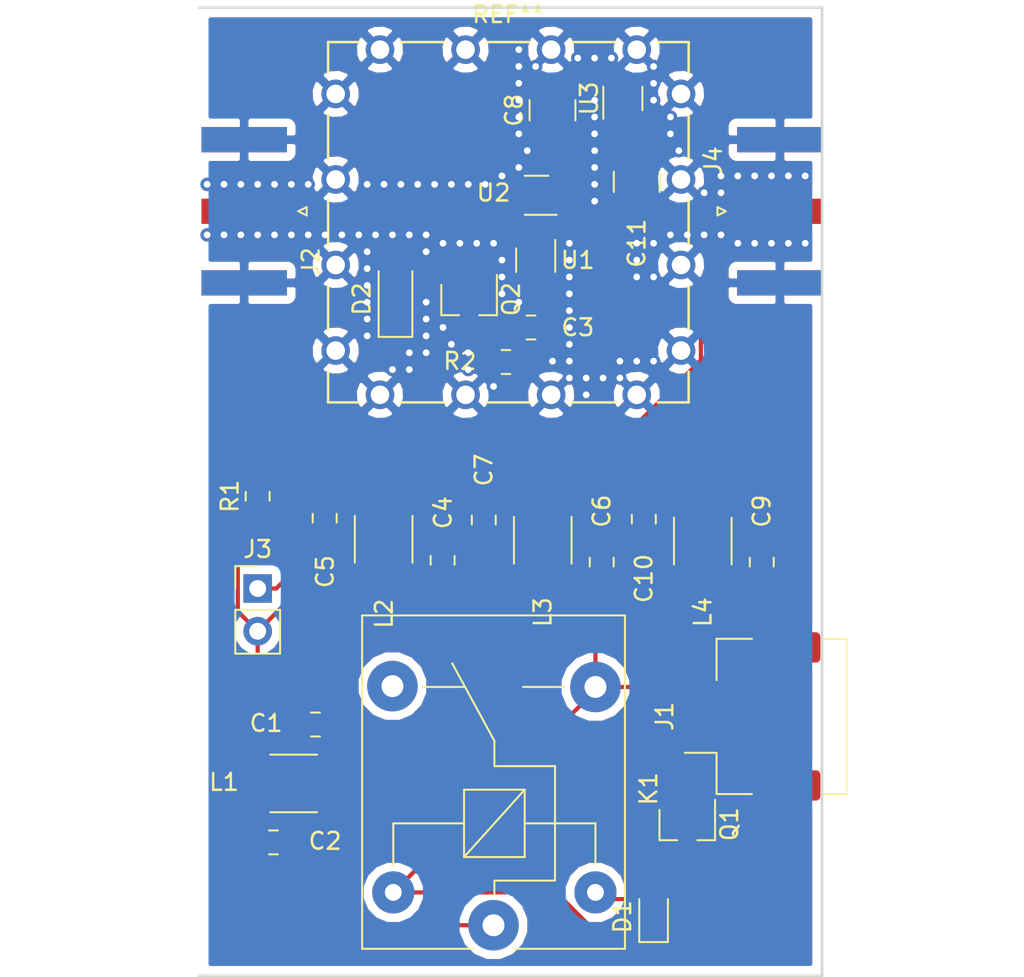
<source format=kicad_pcb>
(kicad_pcb (version 20171130) (host pcbnew "(5.0.1-3-g963ef8bb5)")

  (general
    (thickness 1.6)
    (drawings 3)
    (tracks 238)
    (zones 0)
    (modules 30)
    (nets 20)
  )

  (page A4)
  (layers
    (0 F.Cu signal)
    (31 B.Cu signal)
    (32 B.Adhes user)
    (33 F.Adhes user)
    (34 B.Paste user)
    (35 F.Paste user)
    (36 B.SilkS user)
    (37 F.SilkS user)
    (38 B.Mask user)
    (39 F.Mask user)
    (40 Dwgs.User user)
    (41 Cmts.User user)
    (42 Eco1.User user)
    (43 Eco2.User user)
    (44 Edge.Cuts user)
    (45 Margin user)
    (46 B.CrtYd user)
    (47 F.CrtYd user)
    (48 B.Fab user)
    (49 F.Fab user)
  )

  (setup
    (last_trace_width 0.25)
    (trace_clearance 0.2032)
    (zone_clearance 0.508)
    (zone_45_only no)
    (trace_min 0.2)
    (segment_width 0.2)
    (edge_width 0.15)
    (via_size 0.8)
    (via_drill 0.4)
    (via_min_size 0.4)
    (via_min_drill 0.3)
    (uvia_size 0.3)
    (uvia_drill 0.1)
    (uvias_allowed no)
    (uvia_min_size 0.2)
    (uvia_min_drill 0.1)
    (pcb_text_width 0.3)
    (pcb_text_size 1.5 1.5)
    (mod_edge_width 0.15)
    (mod_text_size 1 1)
    (mod_text_width 0.15)
    (pad_size 1.7 1.7)
    (pad_drill 1.1)
    (pad_to_mask_clearance 0.051)
    (solder_mask_min_width 0.25)
    (aux_axis_origin 0 0)
    (visible_elements FFFFF77F)
    (pcbplotparams
      (layerselection 0x010f0_ffffffff)
      (usegerberextensions false)
      (usegerberattributes false)
      (usegerberadvancedattributes false)
      (creategerberjobfile false)
      (excludeedgelayer true)
      (linewidth 0.100000)
      (plotframeref false)
      (viasonmask false)
      (mode 1)
      (useauxorigin false)
      (hpglpennumber 1)
      (hpglpenspeed 20)
      (hpglpendiameter 15.000000)
      (psnegative false)
      (psa4output false)
      (plotreference true)
      (plotvalue true)
      (plotinvisibletext false)
      (padsonsilk false)
      (subtractmaskfromsilk false)
      (outputformat 1)
      (mirror false)
      (drillshape 0)
      (scaleselection 1)
      (outputdirectory "Gerbers/"))
  )

  (net 0 "")
  (net 1 "Net-(C1-Pad1)")
  (net 2 GND)
  (net 3 "Net-(C2-Pad1)")
  (net 4 "Net-(C3-Pad1)")
  (net 5 "Net-(C3-Pad2)")
  (net 6 /5V)
  (net 7 "Net-(C5-Pad1)")
  (net 8 "Net-(C7-Pad1)")
  (net 9 /RF)
  (net 10 "Net-(C10-Pad1)")
  (net 11 "Net-(D2-Pad1)")
  (net 12 "Net-(D2-Pad2)")
  (net 13 /NOISE_ONOFF)
  (net 14 "Net-(K1-Pad4)")
  (net 15 /RF3)
  (net 16 /RF2)
  (net 17 /RF5)
  (net 18 /RF4)
  (net 19 "Net-(D1-Pad2)")

  (net_class Default "This is the default net class."
    (clearance 0.2032)
    (trace_width 0.25)
    (via_dia 0.8)
    (via_drill 0.4)
    (uvia_dia 0.3)
    (uvia_drill 0.1)
    (add_net /5V)
    (add_net /NOISE_ONOFF)
    (add_net GND)
    (add_net "Net-(C1-Pad1)")
    (add_net "Net-(C10-Pad1)")
    (add_net "Net-(C2-Pad1)")
    (add_net "Net-(C5-Pad1)")
    (add_net "Net-(C7-Pad1)")
    (add_net "Net-(D1-Pad2)")
    (add_net "Net-(D2-Pad1)")
    (add_net "Net-(K1-Pad4)")
  )

  (net_class Waveguide ""
    (clearance 0.2)
    (trace_width 0.84)
    (via_dia 0.8)
    (via_drill 0.4)
    (uvia_dia 0.3)
    (uvia_drill 0.1)
    (add_net /RF)
    (add_net /RF2)
    (add_net /RF3)
    (add_net /RF4)
    (add_net /RF5)
    (add_net "Net-(C3-Pad1)")
    (add_net "Net-(C3-Pad2)")
    (add_net "Net-(D2-Pad2)")
  )

  (module RF_Shielding:Wuerth_36503205_20x20mm (layer F.Cu) (tedit 5BE9EF0F) (tstamp 5BEA2002)
    (at 155.38 105.75)
    (descr "WE-SHC Shielding Cabinet THT 21x21mm")
    (tags "Shielding Cabinet")
    (fp_text reference REF** (at 0 -12.35) (layer F.SilkS)
      (effects (font (size 1 1) (thickness 0.15)))
    )
    (fp_text value Wuerth_36503205_20x20mm (at 0 12.35) (layer F.Fab)
      (effects (font (size 1 1) (thickness 0.15)))
    )
    (fp_line (start -10.7 -10.7) (end -8.87 -10.7) (layer F.SilkS) (width 0.15))
    (fp_line (start -10.7 10.7) (end -8.87 10.7) (layer F.SilkS) (width 0.15))
    (fp_line (start 10.7 -10.7) (end 8.87 -10.7) (layer F.SilkS) (width 0.15))
    (fp_line (start 10.7 10.7) (end 8.87 10.7) (layer F.SilkS) (width 0.15))
    (fp_line (start -10.7 -8.87) (end -10.7 -10.7) (layer F.SilkS) (width 0.15))
    (fp_line (start -10.7 8.87) (end -10.7 10.7) (layer F.SilkS) (width 0.15))
    (fp_line (start 10.7 -8.87) (end 10.7 -10.7) (layer F.SilkS) (width 0.15))
    (fp_line (start 10.7 8.87) (end 10.7 10.7) (layer F.SilkS) (width 0.15))
    (fp_line (start -3.79 -10.7) (end -6.37 -10.7) (layer F.SilkS) (width 0.15))
    (fp_line (start -3.79 10.7) (end -6.37 10.7) (layer F.SilkS) (width 0.15))
    (fp_line (start 3.79 -10.7) (end 6.37 -10.7) (layer F.SilkS) (width 0.15))
    (fp_line (start 3.79 10.7) (end 6.37 10.7) (layer F.SilkS) (width 0.15))
    (fp_line (start -10.7 -3.79) (end -10.7 -6.37) (layer F.SilkS) (width 0.15))
    (fp_line (start -10.7 3.79) (end -10.7 6.37) (layer F.SilkS) (width 0.15))
    (fp_line (start 10.7 -3.79) (end 10.7 -6.37) (layer F.SilkS) (width 0.15))
    (fp_line (start 10.7 3.79) (end 10.7 6.37) (layer F.SilkS) (width 0.15))
    (fp_line (start 1.29 -10.7) (end -1.29 -10.7) (layer F.SilkS) (width 0.15))
    (fp_line (start 1.29 10.7) (end -1.29 10.7) (layer F.SilkS) (width 0.15))
    (fp_line (start -10.7 -1.29) (end -10.7 1.29) (layer F.SilkS) (width 0.15))
    (fp_line (start 10.7 1.29) (end 10.7 -1.29) (layer F.SilkS) (width 0.15))
    (fp_line (start 10.5 -10.5) (end -10.5 -10.5) (layer F.Fab) (width 0.15))
    (fp_line (start 10.5 10.5) (end 10.5 -10.5) (layer F.Fab) (width 0.15))
    (fp_line (start -10.5 10.5) (end 10.5 10.5) (layer F.Fab) (width 0.15))
    (fp_line (start -10.5 -10.5) (end -10.5 10.5) (layer F.Fab) (width 0.15))
    (fp_line (start 9.15 -9.15) (end -9.15 -9.15) (layer F.CrtYd) (width 0.05))
    (fp_line (start 9.15 9.15) (end 9.15 -9.15) (layer F.CrtYd) (width 0.05))
    (fp_line (start -9.15 9.15) (end 9.15 9.15) (layer F.CrtYd) (width 0.05))
    (fp_line (start -9.15 -9.15) (end -9.15 9.15) (layer F.CrtYd) (width 0.05))
    (fp_line (start 11.35 -11.35) (end -11.35 -11.35) (layer F.CrtYd) (width 0.05))
    (fp_line (start 11.35 11.35) (end 11.35 -11.35) (layer F.CrtYd) (width 0.05))
    (fp_line (start -11.35 11.35) (end 11.35 11.35) (layer F.CrtYd) (width 0.05))
    (fp_line (start -11.35 -11.35) (end -11.35 11.35) (layer F.CrtYd) (width 0.05))
    (fp_text user %R (at 0 0) (layer F.Fab)
      (effects (font (size 1 1) (thickness 0.15)))
    )
    (pad 1 thru_hole circle (at -7.62 -10.25) (size 1.7 1.7) (drill 1.1) (layers *.Cu *.Mask)
      (net 2 GND))
    (pad 1 thru_hole circle (at -7.62 10.25) (size 1.7 1.7) (drill 1.1) (layers *.Cu *.Mask)
      (net 2 GND))
    (pad "" thru_hole circle (at -10.25 -7.62) (size 1.7 1.7) (drill 1.1) (layers *.Cu *.Mask)
      (net 2 GND))
    (pad 1 thru_hole circle (at 10.25 -7.62) (size 1.7 1.7) (drill 1.1) (layers *.Cu *.Mask)
      (net 2 GND))
    (pad 1 thru_hole circle (at 7.62 -10.25) (size 1.7 1.7) (drill 1.1) (layers *.Cu *.Mask)
      (net 2 GND))
    (pad 1 thru_hole circle (at 7.62 10.25) (size 1.7 1.7) (drill 1.1) (layers *.Cu *.Mask)
      (net 2 GND))
    (pad 1 thru_hole circle (at -10.25 7.62) (size 1.7 1.7) (drill 1.1) (layers *.Cu *.Mask)
      (net 2 GND))
    (pad 1 thru_hole circle (at 10.25 7.62) (size 1.7 1.7) (drill 1.1) (layers *.Cu *.Mask)
      (net 2 GND))
    (pad 1 thru_hole circle (at -2.54 -10.25) (size 1.7 1.7) (drill 1.1) (layers *.Cu *.Mask)
      (net 2 GND))
    (pad 1 thru_hole circle (at -2.54 10.25) (size 1.7 1.7) (drill 1.1) (layers *.Cu *.Mask)
      (net 2 GND))
    (pad 1 thru_hole circle (at -10.25 -2.54) (size 1.7 1.7) (drill 1.1) (layers *.Cu *.Mask)
      (net 2 GND))
    (pad 1 thru_hole circle (at 10.25 -2.54) (size 1.7 1.7) (drill 1.1) (layers *.Cu *.Mask)
      (net 2 GND))
    (pad 1 thru_hole circle (at 2.54 -10.25) (size 1.7 1.7) (drill 1.1) (layers *.Cu *.Mask)
      (net 2 GND))
    (pad 1 thru_hole circle (at 2.54 10.25) (size 1.7 1.7) (drill 1.1) (layers *.Cu *.Mask)
      (net 2 GND))
    (pad 1 thru_hole circle (at -10.25 2.54) (size 1.7 1.7) (drill 1.1) (layers *.Cu *.Mask)
      (net 2 GND))
    (pad 1 thru_hole circle (at 10.25 2.54) (size 1.7 1.7) (drill 1.1) (layers *.Cu *.Mask)
      (net 2 GND))
    (model ${KISYS3DMOD}/RF_Shielding.3dshapes/Wuerth_36503205_20x20mm.wrl
      (at (xyz 0 0 0))
      (scale (xyz 1 1 1))
      (rotate (xyz 0 0 0))
    )
  )

  (module Capacitor_SMD:C_0805_2012Metric_Pad1.15x1.40mm_HandSolder (layer F.Cu) (tedit 5B36C52B) (tstamp 5BEA05D0)
    (at 151.477491 125.828035 90)
    (descr "Capacitor SMD 0805 (2012 Metric), square (rectangular) end terminal, IPC_7351 nominal with elongated pad for handsoldering. (Body size source: https://docs.google.com/spreadsheets/d/1BsfQQcO9C6DZCsRaXUlFlo91Tg2WpOkGARC1WS5S8t0/edit?usp=sharing), generated with kicad-footprint-generator")
    (tags "capacitor handsolder")
    (path /5BE7F3D0)
    (attr smd)
    (fp_text reference C4 (at 2.828035 0.022509 90) (layer F.SilkS)
      (effects (font (size 1 1) (thickness 0.15)))
    )
    (fp_text value 0.1uF (at 0 1.65 90) (layer F.Fab)
      (effects (font (size 1 1) (thickness 0.15)))
    )
    (fp_line (start -1 0.6) (end -1 -0.6) (layer F.Fab) (width 0.1))
    (fp_line (start -1 -0.6) (end 1 -0.6) (layer F.Fab) (width 0.1))
    (fp_line (start 1 -0.6) (end 1 0.6) (layer F.Fab) (width 0.1))
    (fp_line (start 1 0.6) (end -1 0.6) (layer F.Fab) (width 0.1))
    (fp_line (start -0.261252 -0.71) (end 0.261252 -0.71) (layer F.SilkS) (width 0.12))
    (fp_line (start -0.261252 0.71) (end 0.261252 0.71) (layer F.SilkS) (width 0.12))
    (fp_line (start -1.85 0.95) (end -1.85 -0.95) (layer F.CrtYd) (width 0.05))
    (fp_line (start -1.85 -0.95) (end 1.85 -0.95) (layer F.CrtYd) (width 0.05))
    (fp_line (start 1.85 -0.95) (end 1.85 0.95) (layer F.CrtYd) (width 0.05))
    (fp_line (start 1.85 0.95) (end -1.85 0.95) (layer F.CrtYd) (width 0.05))
    (fp_text user %R (at 0 0 90) (layer F.Fab)
      (effects (font (size 0.5 0.5) (thickness 0.08)))
    )
    (pad 1 smd roundrect (at -1.025 0 90) (size 1.15 1.4) (layers F.Cu F.Paste F.Mask) (roundrect_rratio 0.217391)
      (net 6 /5V))
    (pad 2 smd roundrect (at 1.025 0 90) (size 1.15 1.4) (layers F.Cu F.Paste F.Mask) (roundrect_rratio 0.217391)
      (net 2 GND))
    (model ${KISYS3DMOD}/Capacitor_SMD.3dshapes/C_0805_2012Metric.wrl
      (at (xyz 0 0 0))
      (scale (xyz 1 1 1))
      (rotate (xyz 0 0 0))
    )
  )

  (module Capacitor_SMD:C_0805_2012Metric_Pad1.15x1.40mm_HandSolder (layer F.Cu) (tedit 5B36C52B) (tstamp 5BEA059D)
    (at 143.934305 135.578779 180)
    (descr "Capacitor SMD 0805 (2012 Metric), square (rectangular) end terminal, IPC_7351 nominal with elongated pad for handsoldering. (Body size source: https://docs.google.com/spreadsheets/d/1BsfQQcO9C6DZCsRaXUlFlo91Tg2WpOkGARC1WS5S8t0/edit?usp=sharing), generated with kicad-footprint-generator")
    (tags "capacitor handsolder")
    (path /5BE7BEA0)
    (attr smd)
    (fp_text reference C1 (at 2.934305 0.078779 180) (layer F.SilkS)
      (effects (font (size 1 1) (thickness 0.15)))
    )
    (fp_text value 0.1uF (at 0 1.65 180) (layer F.Fab)
      (effects (font (size 1 1) (thickness 0.15)))
    )
    (fp_line (start -1 0.6) (end -1 -0.6) (layer F.Fab) (width 0.1))
    (fp_line (start -1 -0.6) (end 1 -0.6) (layer F.Fab) (width 0.1))
    (fp_line (start 1 -0.6) (end 1 0.6) (layer F.Fab) (width 0.1))
    (fp_line (start 1 0.6) (end -1 0.6) (layer F.Fab) (width 0.1))
    (fp_line (start -0.261252 -0.71) (end 0.261252 -0.71) (layer F.SilkS) (width 0.12))
    (fp_line (start -0.261252 0.71) (end 0.261252 0.71) (layer F.SilkS) (width 0.12))
    (fp_line (start -1.85 0.95) (end -1.85 -0.95) (layer F.CrtYd) (width 0.05))
    (fp_line (start -1.85 -0.95) (end 1.85 -0.95) (layer F.CrtYd) (width 0.05))
    (fp_line (start 1.85 -0.95) (end 1.85 0.95) (layer F.CrtYd) (width 0.05))
    (fp_line (start 1.85 0.95) (end -1.85 0.95) (layer F.CrtYd) (width 0.05))
    (fp_text user %R (at 0 0 180) (layer F.Fab)
      (effects (font (size 0.5 0.5) (thickness 0.08)))
    )
    (pad 1 smd roundrect (at -1.025 0 180) (size 1.15 1.4) (layers F.Cu F.Paste F.Mask) (roundrect_rratio 0.217391)
      (net 1 "Net-(C1-Pad1)"))
    (pad 2 smd roundrect (at 1.025 0 180) (size 1.15 1.4) (layers F.Cu F.Paste F.Mask) (roundrect_rratio 0.217391)
      (net 2 GND))
    (model ${KISYS3DMOD}/Capacitor_SMD.3dshapes/C_0805_2012Metric.wrl
      (at (xyz 0 0 0))
      (scale (xyz 1 1 1))
      (rotate (xyz 0 0 0))
    )
  )

  (module Capacitor_SMD:C_0805_2012Metric_Pad1.15x1.40mm_HandSolder (layer F.Cu) (tedit 5B36C52B) (tstamp 5BEA05AE)
    (at 141.434305 142.578779)
    (descr "Capacitor SMD 0805 (2012 Metric), square (rectangular) end terminal, IPC_7351 nominal with elongated pad for handsoldering. (Body size source: https://docs.google.com/spreadsheets/d/1BsfQQcO9C6DZCsRaXUlFlo91Tg2WpOkGARC1WS5S8t0/edit?usp=sharing), generated with kicad-footprint-generator")
    (tags "capacitor handsolder")
    (path /5BE7BE31)
    (attr smd)
    (fp_text reference C2 (at 3.065695 -0.078779) (layer F.SilkS)
      (effects (font (size 1 1) (thickness 0.15)))
    )
    (fp_text value 0.1uF (at 0 1.65) (layer F.Fab)
      (effects (font (size 1 1) (thickness 0.15)))
    )
    (fp_text user %R (at 0 0) (layer F.Fab)
      (effects (font (size 0.5 0.5) (thickness 0.08)))
    )
    (fp_line (start 1.85 0.95) (end -1.85 0.95) (layer F.CrtYd) (width 0.05))
    (fp_line (start 1.85 -0.95) (end 1.85 0.95) (layer F.CrtYd) (width 0.05))
    (fp_line (start -1.85 -0.95) (end 1.85 -0.95) (layer F.CrtYd) (width 0.05))
    (fp_line (start -1.85 0.95) (end -1.85 -0.95) (layer F.CrtYd) (width 0.05))
    (fp_line (start -0.261252 0.71) (end 0.261252 0.71) (layer F.SilkS) (width 0.12))
    (fp_line (start -0.261252 -0.71) (end 0.261252 -0.71) (layer F.SilkS) (width 0.12))
    (fp_line (start 1 0.6) (end -1 0.6) (layer F.Fab) (width 0.1))
    (fp_line (start 1 -0.6) (end 1 0.6) (layer F.Fab) (width 0.1))
    (fp_line (start -1 -0.6) (end 1 -0.6) (layer F.Fab) (width 0.1))
    (fp_line (start -1 0.6) (end -1 -0.6) (layer F.Fab) (width 0.1))
    (pad 2 smd roundrect (at 1.025 0) (size 1.15 1.4) (layers F.Cu F.Paste F.Mask) (roundrect_rratio 0.217391)
      (net 2 GND))
    (pad 1 smd roundrect (at -1.025 0) (size 1.15 1.4) (layers F.Cu F.Paste F.Mask) (roundrect_rratio 0.217391)
      (net 3 "Net-(C2-Pad1)"))
    (model ${KISYS3DMOD}/Capacitor_SMD.3dshapes/C_0805_2012Metric.wrl
      (at (xyz 0 0 0))
      (scale (xyz 1 1 1))
      (rotate (xyz 0 0 0))
    )
  )

  (module Capacitor_SMD:C_0805_2012Metric_Pad1.15x1.40mm_HandSolder (layer F.Cu) (tedit 5B36C52B) (tstamp 5BEA23D3)
    (at 156.725 112)
    (descr "Capacitor SMD 0805 (2012 Metric), square (rectangular) end terminal, IPC_7351 nominal with elongated pad for handsoldering. (Body size source: https://docs.google.com/spreadsheets/d/1BsfQQcO9C6DZCsRaXUlFlo91Tg2WpOkGARC1WS5S8t0/edit?usp=sharing), generated with kicad-footprint-generator")
    (tags "capacitor handsolder")
    (path /5BE7A20E)
    (attr smd)
    (fp_text reference C3 (at 2.775 0) (layer F.SilkS)
      (effects (font (size 1 1) (thickness 0.15)))
    )
    (fp_text value C (at 0 1.65) (layer F.Fab)
      (effects (font (size 1 1) (thickness 0.15)))
    )
    (fp_line (start -1 0.6) (end -1 -0.6) (layer F.Fab) (width 0.1))
    (fp_line (start -1 -0.6) (end 1 -0.6) (layer F.Fab) (width 0.1))
    (fp_line (start 1 -0.6) (end 1 0.6) (layer F.Fab) (width 0.1))
    (fp_line (start 1 0.6) (end -1 0.6) (layer F.Fab) (width 0.1))
    (fp_line (start -0.261252 -0.71) (end 0.261252 -0.71) (layer F.SilkS) (width 0.12))
    (fp_line (start -0.261252 0.71) (end 0.261252 0.71) (layer F.SilkS) (width 0.12))
    (fp_line (start -1.85 0.95) (end -1.85 -0.95) (layer F.CrtYd) (width 0.05))
    (fp_line (start -1.85 -0.95) (end 1.85 -0.95) (layer F.CrtYd) (width 0.05))
    (fp_line (start 1.85 -0.95) (end 1.85 0.95) (layer F.CrtYd) (width 0.05))
    (fp_line (start 1.85 0.95) (end -1.85 0.95) (layer F.CrtYd) (width 0.05))
    (fp_text user %R (at 0 0) (layer F.Fab)
      (effects (font (size 0.5 0.5) (thickness 0.08)))
    )
    (pad 1 smd roundrect (at -1.025 0) (size 1.15 1.4) (layers F.Cu F.Paste F.Mask) (roundrect_rratio 0.217391)
      (net 4 "Net-(C3-Pad1)"))
    (pad 2 smd roundrect (at 1.025 0) (size 1.15 1.4) (layers F.Cu F.Paste F.Mask) (roundrect_rratio 0.217391)
      (net 5 "Net-(C3-Pad2)"))
    (model ${KISYS3DMOD}/Capacitor_SMD.3dshapes/C_0805_2012Metric.wrl
      (at (xyz 0 0 0))
      (scale (xyz 1 1 1))
      (rotate (xyz 0 0 0))
    )
  )

  (module Capacitor_SMD:C_0805_2012Metric_Pad1.15x1.40mm_HandSolder (layer F.Cu) (tedit 5B36C52B) (tstamp 5BEA05E1)
    (at 144.477491 123.328035 270)
    (descr "Capacitor SMD 0805 (2012 Metric), square (rectangular) end terminal, IPC_7351 nominal with elongated pad for handsoldering. (Body size source: https://docs.google.com/spreadsheets/d/1BsfQQcO9C6DZCsRaXUlFlo91Tg2WpOkGARC1WS5S8t0/edit?usp=sharing), generated with kicad-footprint-generator")
    (tags "capacitor handsolder")
    (path /5BE7F3CA)
    (attr smd)
    (fp_text reference C5 (at 3.171965 -0.022509 270) (layer F.SilkS)
      (effects (font (size 1 1) (thickness 0.15)))
    )
    (fp_text value 0.1uF (at 0 1.65 270) (layer F.Fab)
      (effects (font (size 1 1) (thickness 0.15)))
    )
    (fp_text user %R (at 0 0 270) (layer F.Fab)
      (effects (font (size 0.5 0.5) (thickness 0.08)))
    )
    (fp_line (start 1.85 0.95) (end -1.85 0.95) (layer F.CrtYd) (width 0.05))
    (fp_line (start 1.85 -0.95) (end 1.85 0.95) (layer F.CrtYd) (width 0.05))
    (fp_line (start -1.85 -0.95) (end 1.85 -0.95) (layer F.CrtYd) (width 0.05))
    (fp_line (start -1.85 0.95) (end -1.85 -0.95) (layer F.CrtYd) (width 0.05))
    (fp_line (start -0.261252 0.71) (end 0.261252 0.71) (layer F.SilkS) (width 0.12))
    (fp_line (start -0.261252 -0.71) (end 0.261252 -0.71) (layer F.SilkS) (width 0.12))
    (fp_line (start 1 0.6) (end -1 0.6) (layer F.Fab) (width 0.1))
    (fp_line (start 1 -0.6) (end 1 0.6) (layer F.Fab) (width 0.1))
    (fp_line (start -1 -0.6) (end 1 -0.6) (layer F.Fab) (width 0.1))
    (fp_line (start -1 0.6) (end -1 -0.6) (layer F.Fab) (width 0.1))
    (pad 2 smd roundrect (at 1.025 0 270) (size 1.15 1.4) (layers F.Cu F.Paste F.Mask) (roundrect_rratio 0.217391)
      (net 2 GND))
    (pad 1 smd roundrect (at -1.025 0 270) (size 1.15 1.4) (layers F.Cu F.Paste F.Mask) (roundrect_rratio 0.217391)
      (net 7 "Net-(C5-Pad1)"))
    (model ${KISYS3DMOD}/Capacitor_SMD.3dshapes/C_0805_2012Metric.wrl
      (at (xyz 0 0 0))
      (scale (xyz 1 1 1))
      (rotate (xyz 0 0 0))
    )
  )

  (module Capacitor_SMD:C_0805_2012Metric_Pad1.15x1.40mm_HandSolder (layer F.Cu) (tedit 5B36C52B) (tstamp 5BEA05F2)
    (at 160.921221 125.934305 90)
    (descr "Capacitor SMD 0805 (2012 Metric), square (rectangular) end terminal, IPC_7351 nominal with elongated pad for handsoldering. (Body size source: https://docs.google.com/spreadsheets/d/1BsfQQcO9C6DZCsRaXUlFlo91Tg2WpOkGARC1WS5S8t0/edit?usp=sharing), generated with kicad-footprint-generator")
    (tags "capacitor handsolder")
    (path /5BE8548B)
    (attr smd)
    (fp_text reference C6 (at 3.025 0 90) (layer F.SilkS)
      (effects (font (size 1 1) (thickness 0.15)))
    )
    (fp_text value 0.1uF (at 0 1.65 90) (layer F.Fab)
      (effects (font (size 1 1) (thickness 0.15)))
    )
    (fp_text user %R (at 0 0 90) (layer F.Fab)
      (effects (font (size 0.5 0.5) (thickness 0.08)))
    )
    (fp_line (start 1.85 0.95) (end -1.85 0.95) (layer F.CrtYd) (width 0.05))
    (fp_line (start 1.85 -0.95) (end 1.85 0.95) (layer F.CrtYd) (width 0.05))
    (fp_line (start -1.85 -0.95) (end 1.85 -0.95) (layer F.CrtYd) (width 0.05))
    (fp_line (start -1.85 0.95) (end -1.85 -0.95) (layer F.CrtYd) (width 0.05))
    (fp_line (start -0.261252 0.71) (end 0.261252 0.71) (layer F.SilkS) (width 0.12))
    (fp_line (start -0.261252 -0.71) (end 0.261252 -0.71) (layer F.SilkS) (width 0.12))
    (fp_line (start 1 0.6) (end -1 0.6) (layer F.Fab) (width 0.1))
    (fp_line (start 1 -0.6) (end 1 0.6) (layer F.Fab) (width 0.1))
    (fp_line (start -1 -0.6) (end 1 -0.6) (layer F.Fab) (width 0.1))
    (fp_line (start -1 0.6) (end -1 -0.6) (layer F.Fab) (width 0.1))
    (pad 2 smd roundrect (at 1.025 0 90) (size 1.15 1.4) (layers F.Cu F.Paste F.Mask) (roundrect_rratio 0.217391)
      (net 2 GND))
    (pad 1 smd roundrect (at -1.025 0 90) (size 1.15 1.4) (layers F.Cu F.Paste F.Mask) (roundrect_rratio 0.217391)
      (net 6 /5V))
    (model ${KISYS3DMOD}/Capacitor_SMD.3dshapes/C_0805_2012Metric.wrl
      (at (xyz 0 0 0))
      (scale (xyz 1 1 1))
      (rotate (xyz 0 0 0))
    )
  )

  (module Capacitor_SMD:C_0805_2012Metric_Pad1.15x1.40mm_HandSolder (layer F.Cu) (tedit 5B36C52B) (tstamp 5BEA0603)
    (at 153.921221 123.434305 270)
    (descr "Capacitor SMD 0805 (2012 Metric), square (rectangular) end terminal, IPC_7351 nominal with elongated pad for handsoldering. (Body size source: https://docs.google.com/spreadsheets/d/1BsfQQcO9C6DZCsRaXUlFlo91Tg2WpOkGARC1WS5S8t0/edit?usp=sharing), generated with kicad-footprint-generator")
    (tags "capacitor handsolder")
    (path /5BE85491)
    (attr smd)
    (fp_text reference C7 (at -2.975 0 270) (layer F.SilkS)
      (effects (font (size 1 1) (thickness 0.15)))
    )
    (fp_text value 0.1uF (at 0 1.65 270) (layer F.Fab)
      (effects (font (size 1 1) (thickness 0.15)))
    )
    (fp_line (start -1 0.6) (end -1 -0.6) (layer F.Fab) (width 0.1))
    (fp_line (start -1 -0.6) (end 1 -0.6) (layer F.Fab) (width 0.1))
    (fp_line (start 1 -0.6) (end 1 0.6) (layer F.Fab) (width 0.1))
    (fp_line (start 1 0.6) (end -1 0.6) (layer F.Fab) (width 0.1))
    (fp_line (start -0.261252 -0.71) (end 0.261252 -0.71) (layer F.SilkS) (width 0.12))
    (fp_line (start -0.261252 0.71) (end 0.261252 0.71) (layer F.SilkS) (width 0.12))
    (fp_line (start -1.85 0.95) (end -1.85 -0.95) (layer F.CrtYd) (width 0.05))
    (fp_line (start -1.85 -0.95) (end 1.85 -0.95) (layer F.CrtYd) (width 0.05))
    (fp_line (start 1.85 -0.95) (end 1.85 0.95) (layer F.CrtYd) (width 0.05))
    (fp_line (start 1.85 0.95) (end -1.85 0.95) (layer F.CrtYd) (width 0.05))
    (fp_text user %R (at 0 0 270) (layer F.Fab)
      (effects (font (size 0.5 0.5) (thickness 0.08)))
    )
    (pad 1 smd roundrect (at -1.025 0 270) (size 1.15 1.4) (layers F.Cu F.Paste F.Mask) (roundrect_rratio 0.217391)
      (net 8 "Net-(C7-Pad1)"))
    (pad 2 smd roundrect (at 1.025 0 270) (size 1.15 1.4) (layers F.Cu F.Paste F.Mask) (roundrect_rratio 0.217391)
      (net 2 GND))
    (model ${KISYS3DMOD}/Capacitor_SMD.3dshapes/C_0805_2012Metric.wrl
      (at (xyz 0 0 0))
      (scale (xyz 1 1 1))
      (rotate (xyz 0 0 0))
    )
  )

  (module NADIA_RF_components:1210_GND_PAD (layer F.Cu) (tedit 5BE9B0A9) (tstamp 5BEA151B)
    (at 158 99.1 90)
    (descr "Capacitor SMD 1210 (3225 Metric), square (rectangular) end terminal, IPC_7351 nominal with elongated pad for handsoldering. (Body size source: http://www.tortai-tech.com/upload/download/2011102023233369053.pdf), generated with kicad-footprint-generator")
    (tags "capacitor handsolder")
    (path /5BE88BF4)
    (attr smd)
    (fp_text reference C8 (at 0 -2.28 90) (layer F.SilkS)
      (effects (font (size 1 1) (thickness 0.15)))
    )
    (fp_text value EMI_Filter_C (at 0 2.28 90) (layer F.Fab)
      (effects (font (size 1 1) (thickness 0.15)))
    )
    (fp_line (start -1.6 1.25) (end -1.6 -1.25) (layer F.Fab) (width 0.1))
    (fp_line (start -1.6 -1.25) (end 1.6 -1.25) (layer F.Fab) (width 0.1))
    (fp_line (start 1.6 -1.25) (end 1.6 1.25) (layer F.Fab) (width 0.1))
    (fp_line (start 1.6 1.25) (end -1.6 1.25) (layer F.Fab) (width 0.1))
    (fp_line (start -0.602064 -1.36) (end 0.602064 -1.36) (layer F.SilkS) (width 0.12))
    (fp_line (start -0.602064 1.36) (end 0.602064 1.36) (layer F.SilkS) (width 0.12))
    (fp_line (start -2.45 1.58) (end -2.45 -1.58) (layer F.CrtYd) (width 0.05))
    (fp_line (start -2.45 -1.58) (end 2.45 -1.58) (layer F.CrtYd) (width 0.05))
    (fp_line (start 2.45 -1.58) (end 2.45 1.58) (layer F.CrtYd) (width 0.05))
    (fp_line (start 2.45 1.58) (end -2.45 1.58) (layer F.CrtYd) (width 0.05))
    (fp_text user %R (at 0 0 90) (layer F.Fab)
      (effects (font (size 0.8 0.8) (thickness 0.12)))
    )
    (pad 1 smd rect (at -1.651 0 90) (size 0.8 1.24) (layers F.Cu F.Paste F.Mask)
      (net 16 /RF2))
    (pad 3 smd rect (at 1.651 0 90) (size 0.8 1.24) (layers F.Cu F.Paste F.Mask)
      (net 15 /RF3))
    (pad 2 smd rect (at 0 0 90) (size 1.2 2) (layers F.Cu F.Paste F.Mask)
      (net 2 GND))
    (model ${KISYS3DMOD}/Capacitor_SMD.3dshapes/C_1210_3225Metric.wrl
      (at (xyz 0 0 0))
      (scale (xyz 1 1 1))
      (rotate (xyz 0 0 0))
    )
  )

  (module Capacitor_SMD:C_0805_2012Metric_Pad1.15x1.40mm_HandSolder (layer F.Cu) (tedit 5B36C52B) (tstamp 5BEA0626)
    (at 170.421221 125.934305 90)
    (descr "Capacitor SMD 0805 (2012 Metric), square (rectangular) end terminal, IPC_7351 nominal with elongated pad for handsoldering. (Body size source: https://docs.google.com/spreadsheets/d/1BsfQQcO9C6DZCsRaXUlFlo91Tg2WpOkGARC1WS5S8t0/edit?usp=sharing), generated with kicad-footprint-generator")
    (tags "capacitor handsolder")
    (path /5BE89D26)
    (attr smd)
    (fp_text reference C9 (at 3.025 0 90) (layer F.SilkS)
      (effects (font (size 1 1) (thickness 0.15)))
    )
    (fp_text value 0.1uF (at 0 1.65 90) (layer F.Fab)
      (effects (font (size 1 1) (thickness 0.15)))
    )
    (fp_text user %R (at 0 0 90) (layer F.Fab)
      (effects (font (size 0.5 0.5) (thickness 0.08)))
    )
    (fp_line (start 1.85 0.95) (end -1.85 0.95) (layer F.CrtYd) (width 0.05))
    (fp_line (start 1.85 -0.95) (end 1.85 0.95) (layer F.CrtYd) (width 0.05))
    (fp_line (start -1.85 -0.95) (end 1.85 -0.95) (layer F.CrtYd) (width 0.05))
    (fp_line (start -1.85 0.95) (end -1.85 -0.95) (layer F.CrtYd) (width 0.05))
    (fp_line (start -0.261252 0.71) (end 0.261252 0.71) (layer F.SilkS) (width 0.12))
    (fp_line (start -0.261252 -0.71) (end 0.261252 -0.71) (layer F.SilkS) (width 0.12))
    (fp_line (start 1 0.6) (end -1 0.6) (layer F.Fab) (width 0.1))
    (fp_line (start 1 -0.6) (end 1 0.6) (layer F.Fab) (width 0.1))
    (fp_line (start -1 -0.6) (end 1 -0.6) (layer F.Fab) (width 0.1))
    (fp_line (start -1 0.6) (end -1 -0.6) (layer F.Fab) (width 0.1))
    (pad 2 smd roundrect (at 1.025 0 90) (size 1.15 1.4) (layers F.Cu F.Paste F.Mask) (roundrect_rratio 0.217391)
      (net 2 GND))
    (pad 1 smd roundrect (at -1.025 0 90) (size 1.15 1.4) (layers F.Cu F.Paste F.Mask) (roundrect_rratio 0.217391)
      (net 6 /5V))
    (model ${KISYS3DMOD}/Capacitor_SMD.3dshapes/C_0805_2012Metric.wrl
      (at (xyz 0 0 0))
      (scale (xyz 1 1 1))
      (rotate (xyz 0 0 0))
    )
  )

  (module Capacitor_SMD:C_0805_2012Metric_Pad1.15x1.40mm_HandSolder (layer F.Cu) (tedit 5B36C52B) (tstamp 5BEA0637)
    (at 163.421221 123.384305 270)
    (descr "Capacitor SMD 0805 (2012 Metric), square (rectangular) end terminal, IPC_7351 nominal with elongated pad for handsoldering. (Body size source: https://docs.google.com/spreadsheets/d/1BsfQQcO9C6DZCsRaXUlFlo91Tg2WpOkGARC1WS5S8t0/edit?usp=sharing), generated with kicad-footprint-generator")
    (tags "capacitor handsolder")
    (path /5BE89D2C)
    (attr smd)
    (fp_text reference C10 (at 3.525 0 270) (layer F.SilkS)
      (effects (font (size 1 1) (thickness 0.15)))
    )
    (fp_text value 0.1uF (at 0 1.65 270) (layer F.Fab)
      (effects (font (size 1 1) (thickness 0.15)))
    )
    (fp_line (start -1 0.6) (end -1 -0.6) (layer F.Fab) (width 0.1))
    (fp_line (start -1 -0.6) (end 1 -0.6) (layer F.Fab) (width 0.1))
    (fp_line (start 1 -0.6) (end 1 0.6) (layer F.Fab) (width 0.1))
    (fp_line (start 1 0.6) (end -1 0.6) (layer F.Fab) (width 0.1))
    (fp_line (start -0.261252 -0.71) (end 0.261252 -0.71) (layer F.SilkS) (width 0.12))
    (fp_line (start -0.261252 0.71) (end 0.261252 0.71) (layer F.SilkS) (width 0.12))
    (fp_line (start -1.85 0.95) (end -1.85 -0.95) (layer F.CrtYd) (width 0.05))
    (fp_line (start -1.85 -0.95) (end 1.85 -0.95) (layer F.CrtYd) (width 0.05))
    (fp_line (start 1.85 -0.95) (end 1.85 0.95) (layer F.CrtYd) (width 0.05))
    (fp_line (start 1.85 0.95) (end -1.85 0.95) (layer F.CrtYd) (width 0.05))
    (fp_text user %R (at 0 0 270) (layer F.Fab)
      (effects (font (size 0.5 0.5) (thickness 0.08)))
    )
    (pad 1 smd roundrect (at -1.025 0 270) (size 1.15 1.4) (layers F.Cu F.Paste F.Mask) (roundrect_rratio 0.217391)
      (net 10 "Net-(C10-Pad1)"))
    (pad 2 smd roundrect (at 1.025 0 270) (size 1.15 1.4) (layers F.Cu F.Paste F.Mask) (roundrect_rratio 0.217391)
      (net 2 GND))
    (model ${KISYS3DMOD}/Capacitor_SMD.3dshapes/C_0805_2012Metric.wrl
      (at (xyz 0 0 0))
      (scale (xyz 1 1 1))
      (rotate (xyz 0 0 0))
    )
  )

  (module NADIA_RF_components:1210_GND_PAD (layer F.Cu) (tedit 5BE9B0A9) (tstamp 5BEA14E8)
    (at 163 103.349 270)
    (descr "Capacitor SMD 1210 (3225 Metric), square (rectangular) end terminal, IPC_7351 nominal with elongated pad for handsoldering. (Body size source: http://www.tortai-tech.com/upload/download/2011102023233369053.pdf), generated with kicad-footprint-generator")
    (tags "capacitor handsolder")
    (path /5BE89D4A)
    (attr smd)
    (fp_text reference C11 (at 3.651 0 270) (layer F.SilkS)
      (effects (font (size 1 1) (thickness 0.15)))
    )
    (fp_text value EMI_Filter_C (at 0 2.28 270) (layer F.Fab)
      (effects (font (size 1 1) (thickness 0.15)))
    )
    (fp_text user %R (at 0 0 270) (layer F.Fab)
      (effects (font (size 0.8 0.8) (thickness 0.12)))
    )
    (fp_line (start 2.45 1.58) (end -2.45 1.58) (layer F.CrtYd) (width 0.05))
    (fp_line (start 2.45 -1.58) (end 2.45 1.58) (layer F.CrtYd) (width 0.05))
    (fp_line (start -2.45 -1.58) (end 2.45 -1.58) (layer F.CrtYd) (width 0.05))
    (fp_line (start -2.45 1.58) (end -2.45 -1.58) (layer F.CrtYd) (width 0.05))
    (fp_line (start -0.602064 1.36) (end 0.602064 1.36) (layer F.SilkS) (width 0.12))
    (fp_line (start -0.602064 -1.36) (end 0.602064 -1.36) (layer F.SilkS) (width 0.12))
    (fp_line (start 1.6 1.25) (end -1.6 1.25) (layer F.Fab) (width 0.1))
    (fp_line (start 1.6 -1.25) (end 1.6 1.25) (layer F.Fab) (width 0.1))
    (fp_line (start -1.6 -1.25) (end 1.6 -1.25) (layer F.Fab) (width 0.1))
    (fp_line (start -1.6 1.25) (end -1.6 -1.25) (layer F.Fab) (width 0.1))
    (pad 2 smd rect (at 0 0 270) (size 1.2 2) (layers F.Cu F.Paste F.Mask)
      (net 2 GND))
    (pad 3 smd rect (at 1.651 0 270) (size 0.8 1.24) (layers F.Cu F.Paste F.Mask)
      (net 17 /RF5))
    (pad 1 smd rect (at -1.651 0 270) (size 0.8 1.24) (layers F.Cu F.Paste F.Mask)
      (net 18 /RF4))
    (model ${KISYS3DMOD}/Capacitor_SMD.3dshapes/C_1210_3225Metric.wrl
      (at (xyz 0 0 0))
      (scale (xyz 1 1 1))
      (rotate (xyz 0 0 0))
    )
  )

  (module Diode_SMD:D_SOD-323 (layer F.Cu) (tedit 58641739) (tstamp 5BEA0661)
    (at 164 147 90)
    (descr SOD-323)
    (tags SOD-323)
    (path /5BE911FB)
    (attr smd)
    (fp_text reference D1 (at 0 -1.85 90) (layer F.SilkS)
      (effects (font (size 1 1) (thickness 0.15)))
    )
    (fp_text value D (at 0.1 1.9 90) (layer F.Fab)
      (effects (font (size 1 1) (thickness 0.15)))
    )
    (fp_text user %R (at 0 -1.85 90) (layer F.Fab)
      (effects (font (size 1 1) (thickness 0.15)))
    )
    (fp_line (start -1.5 -0.85) (end -1.5 0.85) (layer F.SilkS) (width 0.12))
    (fp_line (start 0.2 0) (end 0.45 0) (layer F.Fab) (width 0.1))
    (fp_line (start 0.2 0.35) (end -0.3 0) (layer F.Fab) (width 0.1))
    (fp_line (start 0.2 -0.35) (end 0.2 0.35) (layer F.Fab) (width 0.1))
    (fp_line (start -0.3 0) (end 0.2 -0.35) (layer F.Fab) (width 0.1))
    (fp_line (start -0.3 0) (end -0.5 0) (layer F.Fab) (width 0.1))
    (fp_line (start -0.3 -0.35) (end -0.3 0.35) (layer F.Fab) (width 0.1))
    (fp_line (start -0.9 0.7) (end -0.9 -0.7) (layer F.Fab) (width 0.1))
    (fp_line (start 0.9 0.7) (end -0.9 0.7) (layer F.Fab) (width 0.1))
    (fp_line (start 0.9 -0.7) (end 0.9 0.7) (layer F.Fab) (width 0.1))
    (fp_line (start -0.9 -0.7) (end 0.9 -0.7) (layer F.Fab) (width 0.1))
    (fp_line (start -1.6 -0.95) (end 1.6 -0.95) (layer F.CrtYd) (width 0.05))
    (fp_line (start 1.6 -0.95) (end 1.6 0.95) (layer F.CrtYd) (width 0.05))
    (fp_line (start -1.6 0.95) (end 1.6 0.95) (layer F.CrtYd) (width 0.05))
    (fp_line (start -1.6 -0.95) (end -1.6 0.95) (layer F.CrtYd) (width 0.05))
    (fp_line (start -1.5 0.85) (end 1.05 0.85) (layer F.SilkS) (width 0.12))
    (fp_line (start -1.5 -0.85) (end 1.05 -0.85) (layer F.SilkS) (width 0.12))
    (pad 1 smd rect (at -1.05 0 90) (size 0.6 0.45) (layers F.Cu F.Paste F.Mask)
      (net 6 /5V))
    (pad 2 smd rect (at 1.05 0 90) (size 0.6 0.45) (layers F.Cu F.Paste F.Mask)
      (net 19 "Net-(D1-Pad2)"))
    (model ${KISYS3DMOD}/Diode_SMD.3dshapes/D_SOD-323.wrl
      (at (xyz 0 0 0))
      (scale (xyz 1 1 1))
      (rotate (xyz 0 0 0))
    )
  )

  (module Diode_SMD:D_SOD-123 (layer F.Cu) (tedit 58645DC7) (tstamp 5BEA067A)
    (at 148.68 110.31 90)
    (descr SOD-123)
    (tags SOD-123)
    (path /5BE39374)
    (attr smd)
    (fp_text reference D2 (at 0 -2 90) (layer F.SilkS)
      (effects (font (size 1 1) (thickness 0.15)))
    )
    (fp_text value D_Zener_0.3Z (at 0 2.1 90) (layer F.Fab)
      (effects (font (size 1 1) (thickness 0.15)))
    )
    (fp_text user %R (at 0 -2 90) (layer F.Fab)
      (effects (font (size 1 1) (thickness 0.15)))
    )
    (fp_line (start -2.25 -1) (end -2.25 1) (layer F.SilkS) (width 0.12))
    (fp_line (start 0.25 0) (end 0.75 0) (layer F.Fab) (width 0.1))
    (fp_line (start 0.25 0.4) (end -0.35 0) (layer F.Fab) (width 0.1))
    (fp_line (start 0.25 -0.4) (end 0.25 0.4) (layer F.Fab) (width 0.1))
    (fp_line (start -0.35 0) (end 0.25 -0.4) (layer F.Fab) (width 0.1))
    (fp_line (start -0.35 0) (end -0.35 0.55) (layer F.Fab) (width 0.1))
    (fp_line (start -0.35 0) (end -0.35 -0.55) (layer F.Fab) (width 0.1))
    (fp_line (start -0.75 0) (end -0.35 0) (layer F.Fab) (width 0.1))
    (fp_line (start -1.4 0.9) (end -1.4 -0.9) (layer F.Fab) (width 0.1))
    (fp_line (start 1.4 0.9) (end -1.4 0.9) (layer F.Fab) (width 0.1))
    (fp_line (start 1.4 -0.9) (end 1.4 0.9) (layer F.Fab) (width 0.1))
    (fp_line (start -1.4 -0.9) (end 1.4 -0.9) (layer F.Fab) (width 0.1))
    (fp_line (start -2.35 -1.15) (end 2.35 -1.15) (layer F.CrtYd) (width 0.05))
    (fp_line (start 2.35 -1.15) (end 2.35 1.15) (layer F.CrtYd) (width 0.05))
    (fp_line (start 2.35 1.15) (end -2.35 1.15) (layer F.CrtYd) (width 0.05))
    (fp_line (start -2.35 -1.15) (end -2.35 1.15) (layer F.CrtYd) (width 0.05))
    (fp_line (start -2.25 1) (end 1.65 1) (layer F.SilkS) (width 0.12))
    (fp_line (start -2.25 -1) (end 1.65 -1) (layer F.SilkS) (width 0.12))
    (pad 1 smd rect (at -1.65 0 90) (size 0.9 1.2) (layers F.Cu F.Paste F.Mask)
      (net 11 "Net-(D2-Pad1)"))
    (pad 2 smd rect (at 1.65 0 90) (size 0.9 1.2) (layers F.Cu F.Paste F.Mask)
      (net 12 "Net-(D2-Pad2)"))
    (model ${KISYS3DMOD}/Diode_SMD.3dshapes/D_SOD-123.wrl
      (at (xyz 0 0 0))
      (scale (xyz 1 1 1))
      (rotate (xyz 0 0 0))
    )
  )

  (module Connector_JST:JST_ZE_SM03B-ZESS-TBT_1x03-1MP_P1.50mm_Horizontal (layer F.Cu) (tedit 5B78AD88) (tstamp 5BEA0696)
    (at 169.875 135.1 90)
    (descr "JST ZE series connector, SM03B-ZESS-TBT (http://www.jst-mfg.com/product/pdf/eng/eZE.pdf), generated with kicad-footprint-generator")
    (tags "connector JST ZE top entry")
    (path /5BE9CC25)
    (attr smd)
    (fp_text reference J1 (at 0 -5.22 90) (layer F.SilkS)
      (effects (font (size 1 1) (thickness 0.15)))
    )
    (fp_text value Conn_01x03_Female (at 0 6.68 90) (layer F.Fab)
      (effects (font (size 1 1) (thickness 0.15)))
    )
    (fp_line (start -4.5 -2.025) (end 4.5 -2.025) (layer F.Fab) (width 0.1))
    (fp_line (start -4.61 -0.035) (end -4.61 -2.135) (layer F.SilkS) (width 0.12))
    (fp_line (start -4.61 -2.135) (end -2.16 -2.135) (layer F.SilkS) (width 0.12))
    (fp_line (start -2.16 -2.135) (end -2.16 -4.025) (layer F.SilkS) (width 0.12))
    (fp_line (start 4.61 -0.035) (end 4.61 -2.135) (layer F.SilkS) (width 0.12))
    (fp_line (start 4.61 -2.135) (end 2.16 -2.135) (layer F.SilkS) (width 0.12))
    (fp_line (start -4.61 4.285) (end -4.61 5.585) (layer F.SilkS) (width 0.12))
    (fp_line (start -4.61 5.585) (end 4.61 5.585) (layer F.SilkS) (width 0.12))
    (fp_line (start 4.61 5.585) (end 4.61 4.285) (layer F.SilkS) (width 0.12))
    (fp_line (start -4.5 5.475) (end 4.5 5.475) (layer F.Fab) (width 0.1))
    (fp_line (start -4.5 -2.025) (end -4.5 5.475) (layer F.Fab) (width 0.1))
    (fp_line (start 4.5 -2.025) (end 4.5 5.475) (layer F.Fab) (width 0.1))
    (fp_line (start -5.5 -4.52) (end -5.5 5.98) (layer F.CrtYd) (width 0.05))
    (fp_line (start -5.5 5.98) (end 5.5 5.98) (layer F.CrtYd) (width 0.05))
    (fp_line (start 5.5 5.98) (end 5.5 -4.52) (layer F.CrtYd) (width 0.05))
    (fp_line (start 5.5 -4.52) (end -5.5 -4.52) (layer F.CrtYd) (width 0.05))
    (fp_line (start -2 -2.025) (end -1.5 -1.317893) (layer F.Fab) (width 0.1))
    (fp_line (start -1.5 -1.317893) (end -1 -2.025) (layer F.Fab) (width 0.1))
    (fp_text user %R (at 0 0 90) (layer F.Fab)
      (effects (font (size 1 1) (thickness 0.15)))
    )
    (pad 1 smd roundrect (at -1.5 -2.575 90) (size 0.8 2.9) (layers F.Cu F.Paste F.Mask) (roundrect_rratio 0.25)
      (net 13 /NOISE_ONOFF))
    (pad 2 smd roundrect (at 0 -2.575 90) (size 0.8 2.9) (layers F.Cu F.Paste F.Mask) (roundrect_rratio 0.25)
      (net 2 GND))
    (pad 3 smd roundrect (at 1.5 -2.575 90) (size 0.8 2.9) (layers F.Cu F.Paste F.Mask) (roundrect_rratio 0.25)
      (net 6 /5V))
    (pad MP smd roundrect (at -4.1 2.125 90) (size 1.8 3.8) (layers F.Cu F.Paste F.Mask) (roundrect_rratio 0.138889))
    (pad MP smd roundrect (at 4.1 2.125 90) (size 1.8 3.8) (layers F.Cu F.Paste F.Mask) (roundrect_rratio 0.138889))
    (model ${KISYS3DMOD}/Connector_JST.3dshapes/JST_ZE_SM03B-ZESS-TBT_1x03-1MP_P1.50mm_Horizontal.wrl
      (at (xyz 0 0 0))
      (scale (xyz 1 1 1))
      (rotate (xyz 0 0 0))
    )
  )

  (module Connector_Coaxial:SMA_Amphenol_132289_EdgeMount (layer F.Cu) (tedit 5A1C1810) (tstamp 5BEA06B9)
    (at 139.7 105.1 180)
    (descr http://www.amphenolrf.com/132289.html)
    (tags SMA)
    (path /5BE7B3B8)
    (attr smd)
    (fp_text reference J2 (at -3.96 -3 270) (layer F.SilkS)
      (effects (font (size 1 1) (thickness 0.15)))
    )
    (fp_text value Conn_Coaxial (at 5 6 180) (layer F.Fab)
      (effects (font (size 1 1) (thickness 0.15)))
    )
    (fp_line (start -3.71 0.25) (end -3.21 0) (layer F.SilkS) (width 0.12))
    (fp_line (start -3.71 -0.25) (end -3.71 0.25) (layer F.SilkS) (width 0.12))
    (fp_line (start -3.21 0) (end -3.71 -0.25) (layer F.SilkS) (width 0.12))
    (fp_line (start 3.54 0) (end 2.54 0.75) (layer F.Fab) (width 0.1))
    (fp_line (start 2.54 -0.75) (end 3.54 0) (layer F.Fab) (width 0.1))
    (fp_text user %R (at 4.79 0 90) (layer F.Fab)
      (effects (font (size 1 1) (thickness 0.15)))
    )
    (fp_line (start 14.47 -5.58) (end -3.04 -5.58) (layer F.CrtYd) (width 0.05))
    (fp_line (start 14.47 -5.58) (end 14.47 5.58) (layer F.CrtYd) (width 0.05))
    (fp_line (start 14.47 5.58) (end -3.04 5.58) (layer F.CrtYd) (width 0.05))
    (fp_line (start -3.04 5.58) (end -3.04 -5.58) (layer F.CrtYd) (width 0.05))
    (fp_line (start 14.47 -5.58) (end -3.04 -5.58) (layer B.CrtYd) (width 0.05))
    (fp_line (start 14.47 -5.58) (end 14.47 5.58) (layer B.CrtYd) (width 0.05))
    (fp_line (start 14.47 5.58) (end -3.04 5.58) (layer B.CrtYd) (width 0.05))
    (fp_line (start -3.04 5.58) (end -3.04 -5.58) (layer B.CrtYd) (width 0.05))
    (fp_line (start 4.445 -3.81) (end 13.97 -3.81) (layer F.Fab) (width 0.1))
    (fp_line (start 13.97 -3.81) (end 13.97 3.81) (layer F.Fab) (width 0.1))
    (fp_line (start 13.97 3.81) (end 4.445 3.81) (layer F.Fab) (width 0.1))
    (fp_line (start 4.445 5.08) (end 4.445 3.81) (layer F.Fab) (width 0.1))
    (fp_line (start 4.445 -3.81) (end 4.445 -5.08) (layer F.Fab) (width 0.1))
    (fp_line (start -1.91 -5.08) (end 4.445 -5.08) (layer F.Fab) (width 0.1))
    (fp_line (start -1.91 -5.08) (end -1.91 -3.81) (layer F.Fab) (width 0.1))
    (fp_line (start -1.91 -3.81) (end 2.54 -3.81) (layer F.Fab) (width 0.1))
    (fp_line (start 2.54 -3.81) (end 2.54 3.81) (layer F.Fab) (width 0.1))
    (fp_line (start 2.54 3.81) (end -1.91 3.81) (layer F.Fab) (width 0.1))
    (fp_line (start -1.91 3.81) (end -1.91 5.08) (layer F.Fab) (width 0.1))
    (fp_line (start -1.91 5.08) (end 4.445 5.08) (layer F.Fab) (width 0.1))
    (pad 2 smd rect (at 0 4.25 270) (size 1.5 5.08) (layers B.Cu B.Paste B.Mask)
      (net 2 GND))
    (pad 2 smd rect (at 0 -4.25 270) (size 1.5 5.08) (layers B.Cu B.Paste B.Mask)
      (net 2 GND))
    (pad 2 smd rect (at 0 4.25 270) (size 1.5 5.08) (layers F.Cu F.Paste F.Mask)
      (net 2 GND))
    (pad 2 smd rect (at 0 -4.25 270) (size 1.5 5.08) (layers F.Cu F.Paste F.Mask)
      (net 2 GND))
    (pad 1 smd rect (at 0 0 270) (size 1.5 5.08) (layers F.Cu F.Paste F.Mask)
      (net 9 /RF))
    (model ${KISYS3DMOD}/Connector_Coaxial.3dshapes/SMA_Amphenol_132289_EdgeMount.wrl
      (at (xyz 0 0 0))
      (scale (xyz 1 1 1))
      (rotate (xyz 0 0 0))
    )
  )

  (module Connector_PinHeader_2.54mm:PinHeader_1x02_P2.54mm_Vertical (layer F.Cu) (tedit 59FED5CC) (tstamp 5BEA06CF)
    (at 140.5 127.5)
    (descr "Through hole straight pin header, 1x02, 2.54mm pitch, single row")
    (tags "Through hole pin header THT 1x02 2.54mm single row")
    (path /5BE993D2)
    (fp_text reference J3 (at 0 -2.33) (layer F.SilkS)
      (effects (font (size 1 1) (thickness 0.15)))
    )
    (fp_text value Conn_01x02_Male (at 0 4.87) (layer F.Fab)
      (effects (font (size 1 1) (thickness 0.15)))
    )
    (fp_line (start -0.635 -1.27) (end 1.27 -1.27) (layer F.Fab) (width 0.1))
    (fp_line (start 1.27 -1.27) (end 1.27 3.81) (layer F.Fab) (width 0.1))
    (fp_line (start 1.27 3.81) (end -1.27 3.81) (layer F.Fab) (width 0.1))
    (fp_line (start -1.27 3.81) (end -1.27 -0.635) (layer F.Fab) (width 0.1))
    (fp_line (start -1.27 -0.635) (end -0.635 -1.27) (layer F.Fab) (width 0.1))
    (fp_line (start -1.33 3.87) (end 1.33 3.87) (layer F.SilkS) (width 0.12))
    (fp_line (start -1.33 1.27) (end -1.33 3.87) (layer F.SilkS) (width 0.12))
    (fp_line (start 1.33 1.27) (end 1.33 3.87) (layer F.SilkS) (width 0.12))
    (fp_line (start -1.33 1.27) (end 1.33 1.27) (layer F.SilkS) (width 0.12))
    (fp_line (start -1.33 0) (end -1.33 -1.33) (layer F.SilkS) (width 0.12))
    (fp_line (start -1.33 -1.33) (end 0 -1.33) (layer F.SilkS) (width 0.12))
    (fp_line (start -1.8 -1.8) (end -1.8 4.35) (layer F.CrtYd) (width 0.05))
    (fp_line (start -1.8 4.35) (end 1.8 4.35) (layer F.CrtYd) (width 0.05))
    (fp_line (start 1.8 4.35) (end 1.8 -1.8) (layer F.CrtYd) (width 0.05))
    (fp_line (start 1.8 -1.8) (end -1.8 -1.8) (layer F.CrtYd) (width 0.05))
    (fp_text user %R (at 0 1.27 90) (layer F.Fab)
      (effects (font (size 1 1) (thickness 0.15)))
    )
    (pad 1 thru_hole rect (at 0 0) (size 1.7 1.7) (drill 1) (layers *.Cu *.Mask)
      (net 11 "Net-(D2-Pad1)"))
    (pad 2 thru_hole oval (at 0 2.54) (size 1.7 1.7) (drill 1) (layers *.Cu *.Mask)
      (net 3 "Net-(C2-Pad1)"))
    (model ${KISYS3DMOD}/Connector_PinHeader_2.54mm.3dshapes/PinHeader_1x02_P2.54mm_Vertical.wrl
      (at (xyz 0 0 0))
      (scale (xyz 1 1 1))
      (rotate (xyz 0 0 0))
    )
  )

  (module Connector_Coaxial:SMA_Amphenol_132289_EdgeMount (layer F.Cu) (tedit 5A1C1810) (tstamp 5BEA06F2)
    (at 171.5 105.1)
    (descr http://www.amphenolrf.com/132289.html)
    (tags SMA)
    (path /5BE8D634)
    (attr smd)
    (fp_text reference J4 (at -3.96 -3 90) (layer F.SilkS)
      (effects (font (size 1 1) (thickness 0.15)))
    )
    (fp_text value Conn_Coaxial (at 5 6) (layer F.Fab)
      (effects (font (size 1 1) (thickness 0.15)))
    )
    (fp_line (start -1.91 5.08) (end 4.445 5.08) (layer F.Fab) (width 0.1))
    (fp_line (start -1.91 3.81) (end -1.91 5.08) (layer F.Fab) (width 0.1))
    (fp_line (start 2.54 3.81) (end -1.91 3.81) (layer F.Fab) (width 0.1))
    (fp_line (start 2.54 -3.81) (end 2.54 3.81) (layer F.Fab) (width 0.1))
    (fp_line (start -1.91 -3.81) (end 2.54 -3.81) (layer F.Fab) (width 0.1))
    (fp_line (start -1.91 -5.08) (end -1.91 -3.81) (layer F.Fab) (width 0.1))
    (fp_line (start -1.91 -5.08) (end 4.445 -5.08) (layer F.Fab) (width 0.1))
    (fp_line (start 4.445 -3.81) (end 4.445 -5.08) (layer F.Fab) (width 0.1))
    (fp_line (start 4.445 5.08) (end 4.445 3.81) (layer F.Fab) (width 0.1))
    (fp_line (start 13.97 3.81) (end 4.445 3.81) (layer F.Fab) (width 0.1))
    (fp_line (start 13.97 -3.81) (end 13.97 3.81) (layer F.Fab) (width 0.1))
    (fp_line (start 4.445 -3.81) (end 13.97 -3.81) (layer F.Fab) (width 0.1))
    (fp_line (start -3.04 5.58) (end -3.04 -5.58) (layer B.CrtYd) (width 0.05))
    (fp_line (start 14.47 5.58) (end -3.04 5.58) (layer B.CrtYd) (width 0.05))
    (fp_line (start 14.47 -5.58) (end 14.47 5.58) (layer B.CrtYd) (width 0.05))
    (fp_line (start 14.47 -5.58) (end -3.04 -5.58) (layer B.CrtYd) (width 0.05))
    (fp_line (start -3.04 5.58) (end -3.04 -5.58) (layer F.CrtYd) (width 0.05))
    (fp_line (start 14.47 5.58) (end -3.04 5.58) (layer F.CrtYd) (width 0.05))
    (fp_line (start 14.47 -5.58) (end 14.47 5.58) (layer F.CrtYd) (width 0.05))
    (fp_line (start 14.47 -5.58) (end -3.04 -5.58) (layer F.CrtYd) (width 0.05))
    (fp_text user %R (at 4.79 0 270) (layer F.Fab)
      (effects (font (size 1 1) (thickness 0.15)))
    )
    (fp_line (start 2.54 -0.75) (end 3.54 0) (layer F.Fab) (width 0.1))
    (fp_line (start 3.54 0) (end 2.54 0.75) (layer F.Fab) (width 0.1))
    (fp_line (start -3.21 0) (end -3.71 -0.25) (layer F.SilkS) (width 0.12))
    (fp_line (start -3.71 -0.25) (end -3.71 0.25) (layer F.SilkS) (width 0.12))
    (fp_line (start -3.71 0.25) (end -3.21 0) (layer F.SilkS) (width 0.12))
    (pad 1 smd rect (at 0 0 90) (size 1.5 5.08) (layers F.Cu F.Paste F.Mask)
      (net 17 /RF5))
    (pad 2 smd rect (at 0 -4.25 90) (size 1.5 5.08) (layers F.Cu F.Paste F.Mask)
      (net 2 GND))
    (pad 2 smd rect (at 0 4.25 90) (size 1.5 5.08) (layers F.Cu F.Paste F.Mask)
      (net 2 GND))
    (pad 2 smd rect (at 0 -4.25 90) (size 1.5 5.08) (layers B.Cu B.Paste B.Mask)
      (net 2 GND))
    (pad 2 smd rect (at 0 4.25 90) (size 1.5 5.08) (layers B.Cu B.Paste B.Mask)
      (net 2 GND))
    (model ${KISYS3DMOD}/Connector_Coaxial.3dshapes/SMA_Amphenol_132289_EdgeMount.wrl
      (at (xyz 0 0 0))
      (scale (xyz 1 1 1))
      (rotate (xyz 0 0 0))
    )
  )

  (module Relay_THT:Relay_SPDT_SANYOU_SRD_Series_Form_C (layer F.Cu) (tedit 58FA3148) (tstamp 5BEA071B)
    (at 154.5 147.5 90)
    (descr "relay Sanyou SRD series Form C http://www.sanyourelay.ca/public/products/pdf/SRD.pdf")
    (tags "relay Sanyu SRD form C")
    (path /5BE7D019)
    (fp_text reference K1 (at 8.1 9.2 90) (layer F.SilkS)
      (effects (font (size 1 1) (thickness 0.15)))
    )
    (fp_text value SANYOU_SRD_Form_C (at 8 -9.6 90) (layer F.Fab)
      (effects (font (size 1 1) (thickness 0.15)))
    )
    (fp_line (start -1.4 1.2) (end -1.4 7.8) (layer F.SilkS) (width 0.12))
    (fp_line (start -1.4 -7.8) (end -1.4 -1.2) (layer F.SilkS) (width 0.12))
    (fp_line (start -1.4 -7.8) (end 18.4 -7.8) (layer F.SilkS) (width 0.12))
    (fp_line (start 18.4 -7.8) (end 18.4 7.8) (layer F.SilkS) (width 0.12))
    (fp_line (start 18.4 7.8) (end -1.4 7.8) (layer F.SilkS) (width 0.12))
    (fp_text user 1 (at 0 -2.3 90) (layer F.Fab)
      (effects (font (size 1 1) (thickness 0.15)))
    )
    (fp_line (start -1.3 -7.7) (end 18.3 -7.7) (layer F.Fab) (width 0.12))
    (fp_line (start 18.3 -7.7) (end 18.3 7.7) (layer F.Fab) (width 0.12))
    (fp_line (start 18.3 7.7) (end -1.3 7.7) (layer F.Fab) (width 0.12))
    (fp_line (start -1.3 7.7) (end -1.3 -7.7) (layer F.Fab) (width 0.12))
    (fp_text user %R (at 7.1 0.025 90) (layer F.Fab)
      (effects (font (size 1 1) (thickness 0.15)))
    )
    (fp_line (start 18.55 -7.95) (end -1.55 -7.95) (layer F.CrtYd) (width 0.05))
    (fp_line (start -1.55 7.95) (end -1.55 -7.95) (layer F.CrtYd) (width 0.05))
    (fp_line (start 18.55 -7.95) (end 18.55 7.95) (layer F.CrtYd) (width 0.05))
    (fp_line (start -1.55 7.95) (end 18.55 7.95) (layer F.CrtYd) (width 0.05))
    (fp_line (start 14.15 4.2) (end 14.15 1.75) (layer F.SilkS) (width 0.12))
    (fp_line (start 14.15 -4.2) (end 14.15 -1.7) (layer F.SilkS) (width 0.12))
    (fp_line (start 3.55 6.05) (end 6.05 6.05) (layer F.SilkS) (width 0.12))
    (fp_line (start 2.65 0.05) (end 1.85 0.05) (layer F.SilkS) (width 0.12))
    (fp_line (start 6.05 -5.95) (end 3.55 -5.95) (layer F.SilkS) (width 0.12))
    (fp_line (start 9.45 0.05) (end 10.95 0.05) (layer F.SilkS) (width 0.12))
    (fp_line (start 10.95 0.05) (end 15.55 -2.45) (layer F.SilkS) (width 0.12))
    (fp_line (start 9.45 3.65) (end 2.65 3.65) (layer F.SilkS) (width 0.12))
    (fp_line (start 9.45 0.05) (end 9.45 3.65) (layer F.SilkS) (width 0.12))
    (fp_line (start 2.65 0.05) (end 2.65 3.65) (layer F.SilkS) (width 0.12))
    (fp_line (start 6.05 -5.95) (end 6.05 -1.75) (layer F.SilkS) (width 0.12))
    (fp_line (start 6.05 1.85) (end 6.05 6.05) (layer F.SilkS) (width 0.12))
    (fp_line (start 8.05 1.85) (end 4.05 -1.75) (layer F.SilkS) (width 0.12))
    (fp_line (start 4.05 1.85) (end 4.05 -1.75) (layer F.SilkS) (width 0.12))
    (fp_line (start 4.05 -1.75) (end 8.05 -1.75) (layer F.SilkS) (width 0.12))
    (fp_line (start 8.05 -1.75) (end 8.05 1.85) (layer F.SilkS) (width 0.12))
    (fp_line (start 8.05 1.85) (end 4.05 1.85) (layer F.SilkS) (width 0.12))
    (pad 2 thru_hole circle (at 1.95 6.05 180) (size 2.5 2.5) (drill 1) (layers *.Cu *.Mask)
      (net 19 "Net-(D1-Pad2)"))
    (pad 3 thru_hole circle (at 14.15 6.05 180) (size 3 3) (drill 1.3) (layers *.Cu *.Mask)
      (net 6 /5V))
    (pad 4 thru_hole circle (at 14.2 -6 180) (size 3 3) (drill 1.3) (layers *.Cu *.Mask)
      (net 14 "Net-(K1-Pad4)"))
    (pad 5 thru_hole circle (at 1.95 -5.95 180) (size 2.5 2.5) (drill 1) (layers *.Cu *.Mask)
      (net 6 /5V))
    (pad 1 thru_hole circle (at 0 0 180) (size 3 3) (drill 1.3) (layers *.Cu *.Mask)
      (net 1 "Net-(C1-Pad1)"))
    (model ${KISYS3DMOD}/Relay_THT.3dshapes/Relay_SPDT_SANYOU_SRD_Series_Form_C.wrl
      (at (xyz 0 0 0))
      (scale (xyz 1 1 1))
      (rotate (xyz 0 0 0))
    )
  )

  (module Inductor_SMD:L_1812_4532Metric_Pad1.30x3.40mm_HandSolder (layer F.Cu) (tedit 5B301BBE) (tstamp 5BEA072C)
    (at 142.634305 139.078779)
    (descr "Capacitor SMD 1812 (4532 Metric), square (rectangular) end terminal, IPC_7351 nominal with elongated pad for handsoldering. (Body size source: https://www.nikhef.nl/pub/departments/mt/projects/detectorR_D/dtddice/ERJ2G.pdf), generated with kicad-footprint-generator")
    (tags "inductor handsolder")
    (path /5BE7BF6F)
    (attr smd)
    (fp_text reference L1 (at -4.134305 -0.078779) (layer F.SilkS)
      (effects (font (size 1 1) (thickness 0.15)))
    )
    (fp_text value 820uH (at 0 2.65) (layer F.Fab)
      (effects (font (size 1 1) (thickness 0.15)))
    )
    (fp_line (start -2.25 1.6) (end -2.25 -1.6) (layer F.Fab) (width 0.1))
    (fp_line (start -2.25 -1.6) (end 2.25 -1.6) (layer F.Fab) (width 0.1))
    (fp_line (start 2.25 -1.6) (end 2.25 1.6) (layer F.Fab) (width 0.1))
    (fp_line (start 2.25 1.6) (end -2.25 1.6) (layer F.Fab) (width 0.1))
    (fp_line (start -1.386252 -1.71) (end 1.386252 -1.71) (layer F.SilkS) (width 0.12))
    (fp_line (start -1.386252 1.71) (end 1.386252 1.71) (layer F.SilkS) (width 0.12))
    (fp_line (start -3.12 1.95) (end -3.12 -1.95) (layer F.CrtYd) (width 0.05))
    (fp_line (start -3.12 -1.95) (end 3.12 -1.95) (layer F.CrtYd) (width 0.05))
    (fp_line (start 3.12 -1.95) (end 3.12 1.95) (layer F.CrtYd) (width 0.05))
    (fp_line (start 3.12 1.95) (end -3.12 1.95) (layer F.CrtYd) (width 0.05))
    (fp_text user %R (at 0 0) (layer F.Fab)
      (effects (font (size 1 1) (thickness 0.15)))
    )
    (pad 1 smd roundrect (at -2.225 0) (size 1.3 3.4) (layers F.Cu F.Paste F.Mask) (roundrect_rratio 0.192308)
      (net 3 "Net-(C2-Pad1)"))
    (pad 2 smd roundrect (at 2.225 0) (size 1.3 3.4) (layers F.Cu F.Paste F.Mask) (roundrect_rratio 0.192308)
      (net 1 "Net-(C1-Pad1)"))
    (model ${KISYS3DMOD}/Inductor_SMD.3dshapes/L_1812_4532Metric.wrl
      (at (xyz 0 0 0))
      (scale (xyz 1 1 1))
      (rotate (xyz 0 0 0))
    )
  )

  (module Inductor_SMD:L_1812_4532Metric_Pad1.30x3.40mm_HandSolder (layer F.Cu) (tedit 5B301BBE) (tstamp 5BEA073D)
    (at 147.977491 124.578035 270)
    (descr "Capacitor SMD 1812 (4532 Metric), square (rectangular) end terminal, IPC_7351 nominal with elongated pad for handsoldering. (Body size source: https://www.nikhef.nl/pub/departments/mt/projects/detectorR_D/dtddice/ERJ2G.pdf), generated with kicad-footprint-generator")
    (tags "inductor handsolder")
    (path /5BE7F3D6)
    (attr smd)
    (fp_text reference L2 (at 4.421965 -0.022509 270) (layer F.SilkS)
      (effects (font (size 1 1) (thickness 0.15)))
    )
    (fp_text value 820uH (at 0 2.65 270) (layer F.Fab)
      (effects (font (size 1 1) (thickness 0.15)))
    )
    (fp_text user %R (at 0 0 270) (layer F.Fab)
      (effects (font (size 1 1) (thickness 0.15)))
    )
    (fp_line (start 3.12 1.95) (end -3.12 1.95) (layer F.CrtYd) (width 0.05))
    (fp_line (start 3.12 -1.95) (end 3.12 1.95) (layer F.CrtYd) (width 0.05))
    (fp_line (start -3.12 -1.95) (end 3.12 -1.95) (layer F.CrtYd) (width 0.05))
    (fp_line (start -3.12 1.95) (end -3.12 -1.95) (layer F.CrtYd) (width 0.05))
    (fp_line (start -1.386252 1.71) (end 1.386252 1.71) (layer F.SilkS) (width 0.12))
    (fp_line (start -1.386252 -1.71) (end 1.386252 -1.71) (layer F.SilkS) (width 0.12))
    (fp_line (start 2.25 1.6) (end -2.25 1.6) (layer F.Fab) (width 0.1))
    (fp_line (start 2.25 -1.6) (end 2.25 1.6) (layer F.Fab) (width 0.1))
    (fp_line (start -2.25 -1.6) (end 2.25 -1.6) (layer F.Fab) (width 0.1))
    (fp_line (start -2.25 1.6) (end -2.25 -1.6) (layer F.Fab) (width 0.1))
    (pad 2 smd roundrect (at 2.225 0 270) (size 1.3 3.4) (layers F.Cu F.Paste F.Mask) (roundrect_rratio 0.192308)
      (net 6 /5V))
    (pad 1 smd roundrect (at -2.225 0 270) (size 1.3 3.4) (layers F.Cu F.Paste F.Mask) (roundrect_rratio 0.192308)
      (net 7 "Net-(C5-Pad1)"))
    (model ${KISYS3DMOD}/Inductor_SMD.3dshapes/L_1812_4532Metric.wrl
      (at (xyz 0 0 0))
      (scale (xyz 1 1 1))
      (rotate (xyz 0 0 0))
    )
  )

  (module Inductor_SMD:L_1812_4532Metric_Pad1.30x3.40mm_HandSolder (layer F.Cu) (tedit 5B301BBE) (tstamp 5BEA074E)
    (at 157.421221 124.634305 90)
    (descr "Capacitor SMD 1812 (4532 Metric), square (rectangular) end terminal, IPC_7351 nominal with elongated pad for handsoldering. (Body size source: https://www.nikhef.nl/pub/departments/mt/projects/detectorR_D/dtddice/ERJ2G.pdf), generated with kicad-footprint-generator")
    (tags "inductor handsolder")
    (path /5BE85497)
    (attr smd)
    (fp_text reference L3 (at -4.275 0 90) (layer F.SilkS)
      (effects (font (size 1 1) (thickness 0.15)))
    )
    (fp_text value 820uH (at 0 2.65 90) (layer F.Fab)
      (effects (font (size 1 1) (thickness 0.15)))
    )
    (fp_line (start -2.25 1.6) (end -2.25 -1.6) (layer F.Fab) (width 0.1))
    (fp_line (start -2.25 -1.6) (end 2.25 -1.6) (layer F.Fab) (width 0.1))
    (fp_line (start 2.25 -1.6) (end 2.25 1.6) (layer F.Fab) (width 0.1))
    (fp_line (start 2.25 1.6) (end -2.25 1.6) (layer F.Fab) (width 0.1))
    (fp_line (start -1.386252 -1.71) (end 1.386252 -1.71) (layer F.SilkS) (width 0.12))
    (fp_line (start -1.386252 1.71) (end 1.386252 1.71) (layer F.SilkS) (width 0.12))
    (fp_line (start -3.12 1.95) (end -3.12 -1.95) (layer F.CrtYd) (width 0.05))
    (fp_line (start -3.12 -1.95) (end 3.12 -1.95) (layer F.CrtYd) (width 0.05))
    (fp_line (start 3.12 -1.95) (end 3.12 1.95) (layer F.CrtYd) (width 0.05))
    (fp_line (start 3.12 1.95) (end -3.12 1.95) (layer F.CrtYd) (width 0.05))
    (fp_text user %R (at 0 0 90) (layer F.Fab)
      (effects (font (size 1 1) (thickness 0.15)))
    )
    (pad 1 smd roundrect (at -2.225 0 90) (size 1.3 3.4) (layers F.Cu F.Paste F.Mask) (roundrect_rratio 0.192308)
      (net 6 /5V))
    (pad 2 smd roundrect (at 2.225 0 90) (size 1.3 3.4) (layers F.Cu F.Paste F.Mask) (roundrect_rratio 0.192308)
      (net 8 "Net-(C7-Pad1)"))
    (model ${KISYS3DMOD}/Inductor_SMD.3dshapes/L_1812_4532Metric.wrl
      (at (xyz 0 0 0))
      (scale (xyz 1 1 1))
      (rotate (xyz 0 0 0))
    )
  )

  (module Inductor_SMD:L_1812_4532Metric_Pad1.30x3.40mm_HandSolder (layer F.Cu) (tedit 5B301BBE) (tstamp 5BEA075F)
    (at 166.921221 124.684305 90)
    (descr "Capacitor SMD 1812 (4532 Metric), square (rectangular) end terminal, IPC_7351 nominal with elongated pad for handsoldering. (Body size source: https://www.nikhef.nl/pub/departments/mt/projects/detectorR_D/dtddice/ERJ2G.pdf), generated with kicad-footprint-generator")
    (tags "inductor handsolder")
    (path /5BE89D32)
    (attr smd)
    (fp_text reference L4 (at -4.225 0 90) (layer F.SilkS)
      (effects (font (size 1 1) (thickness 0.15)))
    )
    (fp_text value 820uH (at 0 2.65 90) (layer F.Fab)
      (effects (font (size 1 1) (thickness 0.15)))
    )
    (fp_text user %R (at 0 0 90) (layer F.Fab)
      (effects (font (size 1 1) (thickness 0.15)))
    )
    (fp_line (start 3.12 1.95) (end -3.12 1.95) (layer F.CrtYd) (width 0.05))
    (fp_line (start 3.12 -1.95) (end 3.12 1.95) (layer F.CrtYd) (width 0.05))
    (fp_line (start -3.12 -1.95) (end 3.12 -1.95) (layer F.CrtYd) (width 0.05))
    (fp_line (start -3.12 1.95) (end -3.12 -1.95) (layer F.CrtYd) (width 0.05))
    (fp_line (start -1.386252 1.71) (end 1.386252 1.71) (layer F.SilkS) (width 0.12))
    (fp_line (start -1.386252 -1.71) (end 1.386252 -1.71) (layer F.SilkS) (width 0.12))
    (fp_line (start 2.25 1.6) (end -2.25 1.6) (layer F.Fab) (width 0.1))
    (fp_line (start 2.25 -1.6) (end 2.25 1.6) (layer F.Fab) (width 0.1))
    (fp_line (start -2.25 -1.6) (end 2.25 -1.6) (layer F.Fab) (width 0.1))
    (fp_line (start -2.25 1.6) (end -2.25 -1.6) (layer F.Fab) (width 0.1))
    (pad 2 smd roundrect (at 2.225 0 90) (size 1.3 3.4) (layers F.Cu F.Paste F.Mask) (roundrect_rratio 0.192308)
      (net 10 "Net-(C10-Pad1)"))
    (pad 1 smd roundrect (at -2.225 0 90) (size 1.3 3.4) (layers F.Cu F.Paste F.Mask) (roundrect_rratio 0.192308)
      (net 6 /5V))
    (model ${KISYS3DMOD}/Inductor_SMD.3dshapes/L_1812_4532Metric.wrl
      (at (xyz 0 0 0))
      (scale (xyz 1 1 1))
      (rotate (xyz 0 0 0))
    )
  )

  (module Package_TO_SOT_SMD:SC-59_Handsoldering (layer F.Cu) (tedit 5A0AB732) (tstamp 5BEA0774)
    (at 166 141.5 270)
    (descr "SC-59, hand-soldering varaint, https://lib.chipdip.ru/images/import_diod/original/SOT-23_SC-59.jpg")
    (tags "SC-59 hand-soldering")
    (path /5BE38FDF)
    (attr smd)
    (fp_text reference Q1 (at 0 -2.5 270) (layer F.SilkS)
      (effects (font (size 1 1) (thickness 0.15)))
    )
    (fp_text value 2N3904 (at 0 2.5 270) (layer F.Fab)
      (effects (font (size 1 1) (thickness 0.15)))
    )
    (fp_text user %R (at 0 0) (layer F.Fab)
      (effects (font (size 0.5 0.5) (thickness 0.075)))
    )
    (fp_line (start -0.85 1.55) (end -0.85 -1) (layer F.Fab) (width 0.1))
    (fp_line (start -1.45 -1.65) (end 0.95 -1.65) (layer F.SilkS) (width 0.12))
    (fp_line (start 0.95 -1.65) (end 0.95 -0.6) (layer F.SilkS) (width 0.12))
    (fp_line (start -0.85 1.65) (end 0.95 1.65) (layer F.SilkS) (width 0.12))
    (fp_line (start 0.95 1.65) (end 0.95 0.6) (layer F.SilkS) (width 0.12))
    (fp_line (start -0.85 1.55) (end 0.85 1.55) (layer F.Fab) (width 0.1))
    (fp_line (start -0.3 -1.55) (end -0.85 -1) (layer F.Fab) (width 0.1))
    (fp_line (start -0.3 -1.55) (end 0.85 -1.55) (layer F.Fab) (width 0.1))
    (fp_line (start 0.85 -1.52) (end 0.85 1.52) (layer F.Fab) (width 0.1))
    (fp_line (start -2.8 -1.8) (end 2.8 -1.8) (layer F.CrtYd) (width 0.05))
    (fp_line (start -2.8 -1.8) (end -2.8 1.8) (layer F.CrtYd) (width 0.05))
    (fp_line (start 2.8 1.8) (end 2.8 -1.8) (layer F.CrtYd) (width 0.05))
    (fp_line (start 2.8 1.8) (end -2.8 1.8) (layer F.CrtYd) (width 0.05))
    (pad 1 smd rect (at -1.65 -0.95 270) (size 1.8 0.8) (layers F.Cu F.Paste F.Mask)
      (net 2 GND))
    (pad 2 smd rect (at -1.65 0.95 270) (size 1.8 0.8) (layers F.Cu F.Paste F.Mask)
      (net 13 /NOISE_ONOFF))
    (pad 3 smd rect (at 1.65 0 270) (size 1.8 0.8) (layers F.Cu F.Paste F.Mask)
      (net 19 "Net-(D1-Pad2)"))
    (model ${KISYS3DMOD}/Package_TO_SOT_SMD.3dshapes/SC-59.wrl
      (at (xyz 0 0 0))
      (scale (xyz 1 1 1))
      (rotate (xyz 0 0 0))
    )
  )

  (module Package_TO_SOT_SMD:SC-59_Handsoldering (layer F.Cu) (tedit 5A0AB732) (tstamp 5BEA2764)
    (at 153.05 110.32 270)
    (descr "SC-59, hand-soldering varaint, https://lib.chipdip.ru/images/import_diod/original/SOT-23_SC-59.jpg")
    (tags "SC-59 hand-soldering")
    (path /5BE79DE6)
    (attr smd)
    (fp_text reference Q2 (at 0 -2.5 270) (layer F.SilkS)
      (effects (font (size 1 1) (thickness 0.15)))
    )
    (fp_text value 2N3904 (at 0 2.5 270) (layer F.Fab)
      (effects (font (size 1 1) (thickness 0.15)))
    )
    (fp_line (start 2.8 1.8) (end -2.8 1.8) (layer F.CrtYd) (width 0.05))
    (fp_line (start 2.8 1.8) (end 2.8 -1.8) (layer F.CrtYd) (width 0.05))
    (fp_line (start -2.8 -1.8) (end -2.8 1.8) (layer F.CrtYd) (width 0.05))
    (fp_line (start -2.8 -1.8) (end 2.8 -1.8) (layer F.CrtYd) (width 0.05))
    (fp_line (start 0.85 -1.52) (end 0.85 1.52) (layer F.Fab) (width 0.1))
    (fp_line (start -0.3 -1.55) (end 0.85 -1.55) (layer F.Fab) (width 0.1))
    (fp_line (start -0.3 -1.55) (end -0.85 -1) (layer F.Fab) (width 0.1))
    (fp_line (start -0.85 1.55) (end 0.85 1.55) (layer F.Fab) (width 0.1))
    (fp_line (start 0.95 1.65) (end 0.95 0.6) (layer F.SilkS) (width 0.12))
    (fp_line (start -0.85 1.65) (end 0.95 1.65) (layer F.SilkS) (width 0.12))
    (fp_line (start 0.95 -1.65) (end 0.95 -0.6) (layer F.SilkS) (width 0.12))
    (fp_line (start -1.45 -1.65) (end 0.95 -1.65) (layer F.SilkS) (width 0.12))
    (fp_line (start -0.85 1.55) (end -0.85 -1) (layer F.Fab) (width 0.1))
    (fp_text user %R (at 0 0) (layer F.Fab)
      (effects (font (size 0.5 0.5) (thickness 0.075)))
    )
    (pad 3 smd rect (at 1.65 0 270) (size 1.8 0.8) (layers F.Cu F.Paste F.Mask)
      (net 4 "Net-(C3-Pad1)"))
    (pad 2 smd rect (at -1.65 0.95 270) (size 1.8 0.8) (layers F.Cu F.Paste F.Mask)
      (net 12 "Net-(D2-Pad2)"))
    (pad 1 smd rect (at -1.65 -0.95 270) (size 1.8 0.8) (layers F.Cu F.Paste F.Mask)
      (net 2 GND))
    (model ${KISYS3DMOD}/Package_TO_SOT_SMD.3dshapes/SC-59.wrl
      (at (xyz 0 0 0))
      (scale (xyz 1 1 1))
      (rotate (xyz 0 0 0))
    )
  )

  (module Resistor_SMD:R_0805_2012Metric_Pad1.15x1.40mm_HandSolder (layer F.Cu) (tedit 5B36C52B) (tstamp 5BEA079A)
    (at 140.5 122.025 90)
    (descr "Resistor SMD 0805 (2012 Metric), square (rectangular) end terminal, IPC_7351 nominal with elongated pad for handsoldering. (Body size source: https://docs.google.com/spreadsheets/d/1BsfQQcO9C6DZCsRaXUlFlo91Tg2WpOkGARC1WS5S8t0/edit?usp=sharing), generated with kicad-footprint-generator")
    (tags "resistor handsolder")
    (path /5BE391F4)
    (attr smd)
    (fp_text reference R1 (at 0 -1.65 90) (layer F.SilkS)
      (effects (font (size 1 1) (thickness 0.15)))
    )
    (fp_text value 400 (at 0 1.65 90) (layer F.Fab)
      (effects (font (size 1 1) (thickness 0.15)))
    )
    (fp_line (start -1 0.6) (end -1 -0.6) (layer F.Fab) (width 0.1))
    (fp_line (start -1 -0.6) (end 1 -0.6) (layer F.Fab) (width 0.1))
    (fp_line (start 1 -0.6) (end 1 0.6) (layer F.Fab) (width 0.1))
    (fp_line (start 1 0.6) (end -1 0.6) (layer F.Fab) (width 0.1))
    (fp_line (start -0.261252 -0.71) (end 0.261252 -0.71) (layer F.SilkS) (width 0.12))
    (fp_line (start -0.261252 0.71) (end 0.261252 0.71) (layer F.SilkS) (width 0.12))
    (fp_line (start -1.85 0.95) (end -1.85 -0.95) (layer F.CrtYd) (width 0.05))
    (fp_line (start -1.85 -0.95) (end 1.85 -0.95) (layer F.CrtYd) (width 0.05))
    (fp_line (start 1.85 -0.95) (end 1.85 0.95) (layer F.CrtYd) (width 0.05))
    (fp_line (start 1.85 0.95) (end -1.85 0.95) (layer F.CrtYd) (width 0.05))
    (fp_text user %R (at 0 0 90) (layer F.Fab)
      (effects (font (size 0.5 0.5) (thickness 0.08)))
    )
    (pad 1 smd roundrect (at -1.025 0 90) (size 1.15 1.4) (layers F.Cu F.Paste F.Mask) (roundrect_rratio 0.217391)
      (net 3 "Net-(C2-Pad1)"))
    (pad 2 smd roundrect (at 1.025 0 90) (size 1.15 1.4) (layers F.Cu F.Paste F.Mask) (roundrect_rratio 0.217391)
      (net 11 "Net-(D2-Pad1)"))
    (model ${KISYS3DMOD}/Resistor_SMD.3dshapes/R_0805_2012Metric.wrl
      (at (xyz 0 0 0))
      (scale (xyz 1 1 1))
      (rotate (xyz 0 0 0))
    )
  )

  (module Resistor_SMD:R_0805_2012Metric_Pad1.15x1.40mm_HandSolder (layer F.Cu) (tedit 5B36C52B) (tstamp 5BEA07AB)
    (at 155.235 114.05)
    (descr "Resistor SMD 0805 (2012 Metric), square (rectangular) end terminal, IPC_7351 nominal with elongated pad for handsoldering. (Body size source: https://docs.google.com/spreadsheets/d/1BsfQQcO9C6DZCsRaXUlFlo91Tg2WpOkGARC1WS5S8t0/edit?usp=sharing), generated with kicad-footprint-generator")
    (tags "resistor handsolder")
    (path /5BE79BCE)
    (attr smd)
    (fp_text reference R2 (at -2.735 -0.05) (layer F.SilkS)
      (effects (font (size 1 1) (thickness 0.15)))
    )
    (fp_text value R (at 0 1.65) (layer F.Fab)
      (effects (font (size 1 1) (thickness 0.15)))
    )
    (fp_text user %R (at 0 0) (layer F.Fab)
      (effects (font (size 0.5 0.5) (thickness 0.08)))
    )
    (fp_line (start 1.85 0.95) (end -1.85 0.95) (layer F.CrtYd) (width 0.05))
    (fp_line (start 1.85 -0.95) (end 1.85 0.95) (layer F.CrtYd) (width 0.05))
    (fp_line (start -1.85 -0.95) (end 1.85 -0.95) (layer F.CrtYd) (width 0.05))
    (fp_line (start -1.85 0.95) (end -1.85 -0.95) (layer F.CrtYd) (width 0.05))
    (fp_line (start -0.261252 0.71) (end 0.261252 0.71) (layer F.SilkS) (width 0.12))
    (fp_line (start -0.261252 -0.71) (end 0.261252 -0.71) (layer F.SilkS) (width 0.12))
    (fp_line (start 1 0.6) (end -1 0.6) (layer F.Fab) (width 0.1))
    (fp_line (start 1 -0.6) (end 1 0.6) (layer F.Fab) (width 0.1))
    (fp_line (start -1 -0.6) (end 1 -0.6) (layer F.Fab) (width 0.1))
    (fp_line (start -1 0.6) (end -1 -0.6) (layer F.Fab) (width 0.1))
    (pad 2 smd roundrect (at 1.025 0) (size 1.15 1.4) (layers F.Cu F.Paste F.Mask) (roundrect_rratio 0.217391)
      (net 3 "Net-(C2-Pad1)"))
    (pad 1 smd roundrect (at -1.025 0) (size 1.15 1.4) (layers F.Cu F.Paste F.Mask) (roundrect_rratio 0.217391)
      (net 4 "Net-(C3-Pad1)"))
    (model ${KISYS3DMOD}/Resistor_SMD.3dshapes/R_0805_2012Metric.wrl
      (at (xyz 0 0 0))
      (scale (xyz 1 1 1))
      (rotate (xyz 0 0 0))
    )
  )

  (module Package_TO_SOT_SMD:SOT-363_SC-70-6 (layer F.Cu) (tedit 5A02FF57) (tstamp 5BEA07C1)
    (at 157 108 270)
    (descr "SOT-363, SC-70-6")
    (tags "SOT-363 SC-70-6")
    (path /5BE7DC62)
    (attr smd)
    (fp_text reference U1 (at 0 -2.5) (layer F.SilkS)
      (effects (font (size 1 1) (thickness 0.15)))
    )
    (fp_text value BGA2869 (at 0 2 90) (layer F.Fab)
      (effects (font (size 1 1) (thickness 0.15)))
    )
    (fp_text user %R (at 0 0) (layer F.Fab)
      (effects (font (size 0.5 0.5) (thickness 0.075)))
    )
    (fp_line (start 0.7 -1.16) (end -1.2 -1.16) (layer F.SilkS) (width 0.12))
    (fp_line (start -0.7 1.16) (end 0.7 1.16) (layer F.SilkS) (width 0.12))
    (fp_line (start 1.6 1.4) (end 1.6 -1.4) (layer F.CrtYd) (width 0.05))
    (fp_line (start -1.6 -1.4) (end -1.6 1.4) (layer F.CrtYd) (width 0.05))
    (fp_line (start -1.6 -1.4) (end 1.6 -1.4) (layer F.CrtYd) (width 0.05))
    (fp_line (start 0.675 -1.1) (end -0.175 -1.1) (layer F.Fab) (width 0.1))
    (fp_line (start -0.675 -0.6) (end -0.675 1.1) (layer F.Fab) (width 0.1))
    (fp_line (start -1.6 1.4) (end 1.6 1.4) (layer F.CrtYd) (width 0.05))
    (fp_line (start 0.675 -1.1) (end 0.675 1.1) (layer F.Fab) (width 0.1))
    (fp_line (start 0.675 1.1) (end -0.675 1.1) (layer F.Fab) (width 0.1))
    (fp_line (start -0.175 -1.1) (end -0.675 -0.6) (layer F.Fab) (width 0.1))
    (pad 1 smd rect (at -0.95 -0.65 270) (size 0.65 0.4) (layers F.Cu F.Paste F.Mask)
      (net 7 "Net-(C5-Pad1)"))
    (pad 3 smd rect (at -0.95 0.65 270) (size 0.65 0.4) (layers F.Cu F.Paste F.Mask)
      (net 9 /RF))
    (pad 5 smd rect (at 0.95 0 270) (size 0.65 0.4) (layers F.Cu F.Paste F.Mask)
      (net 2 GND))
    (pad 2 smd rect (at -0.95 0 270) (size 0.65 0.4) (layers F.Cu F.Paste F.Mask)
      (net 2 GND))
    (pad 4 smd rect (at 0.95 0.65 270) (size 0.65 0.4) (layers F.Cu F.Paste F.Mask)
      (net 2 GND))
    (pad 6 smd rect (at 0.95 -0.65 270) (size 0.65 0.4) (layers F.Cu F.Paste F.Mask)
      (net 5 "Net-(C3-Pad2)"))
    (model ${KISYS3DMOD}/Package_TO_SOT_SMD.3dshapes/SOT-363_SC-70-6.wrl
      (at (xyz 0 0 0))
      (scale (xyz 1 1 1))
      (rotate (xyz 0 0 0))
    )
  )

  (module Package_TO_SOT_SMD:SOT-363_SC-70-6 (layer F.Cu) (tedit 5BE9DF35) (tstamp 5BEA2C4D)
    (at 157.05 104.15 180)
    (descr "SOT-363, SC-70-6")
    (tags "SOT-363 SC-70-6")
    (path /5BE836CF)
    (attr smd)
    (fp_text reference U2 (at 2.55 0.15 180) (layer F.SilkS)
      (effects (font (size 1 1) (thickness 0.15)))
    )
    (fp_text value BGA2869 (at 0 2) (layer F.Fab)
      (effects (font (size 1 1) (thickness 0.15)))
    )
    (fp_line (start -0.175 -1.1) (end -0.675 -0.6) (layer F.Fab) (width 0.1))
    (fp_line (start 0.675 1.1) (end -0.675 1.1) (layer F.Fab) (width 0.1))
    (fp_line (start 0.675 -1.1) (end 0.675 1.1) (layer F.Fab) (width 0.1))
    (fp_line (start -1.6 1.4) (end 1.6 1.4) (layer F.CrtYd) (width 0.05))
    (fp_line (start -0.675 -0.6) (end -0.675 1.1) (layer F.Fab) (width 0.1))
    (fp_line (start 0.675 -1.1) (end -0.175 -1.1) (layer F.Fab) (width 0.1))
    (fp_line (start -1.6 -1.4) (end 1.6 -1.4) (layer F.CrtYd) (width 0.05))
    (fp_line (start -1.6 -1.4) (end -1.6 1.4) (layer F.CrtYd) (width 0.05))
    (fp_line (start 1.6 1.4) (end 1.6 -1.4) (layer F.CrtYd) (width 0.05))
    (fp_line (start -0.7 1.16) (end 0.7 1.16) (layer F.SilkS) (width 0.12))
    (fp_line (start 0.7 -1.16) (end -1.2 -1.16) (layer F.SilkS) (width 0.12))
    (fp_text user %R (at 0 0 270) (layer F.Fab)
      (effects (font (size 0.5 0.5) (thickness 0.075)))
    )
    (pad 6 smd rect (at 0.95 -0.65 180) (size 0.65 0.4) (layers F.Cu F.Paste F.Mask)
      (net 9 /RF))
    (pad 4 smd rect (at 0.95 0.65 180) (size 0.65 0.4) (layers F.Cu F.Paste F.Mask)
      (net 2 GND))
    (pad 2 smd rect (at -0.95 0 180) (size 0.65 0.4) (layers F.Cu F.Paste F.Mask)
      (net 2 GND))
    (pad 5 smd rect (at 0.95 0 180) (size 0.65 0.4) (layers F.Cu F.Paste F.Mask)
      (net 2 GND))
    (pad 3 smd rect (at -0.95 0.65 180) (size 0.65 0.4) (layers F.Cu F.Paste F.Mask)
      (net 16 /RF2))
    (pad 1 smd rect (at -0.95 -0.65 180) (size 0.65 0.4) (layers F.Cu F.Paste F.Mask)
      (net 8 "Net-(C7-Pad1)"))
    (model ${KISYS3DMOD}/Package_TO_SOT_SMD.3dshapes/SOT-363_SC-70-6.wrl
      (at (xyz 0 0 0))
      (scale (xyz 1 1 1))
      (rotate (xyz 0 0 0))
    )
  )

  (module Package_TO_SOT_SMD:SOT-363_SC-70-6 (layer F.Cu) (tedit 5A02FF57) (tstamp 5BEA1552)
    (at 162.175 98.4 90)
    (descr "SOT-363, SC-70-6")
    (tags "SOT-363 SC-70-6")
    (path /5BE89D20)
    (attr smd)
    (fp_text reference U3 (at 0 -2 90) (layer F.SilkS)
      (effects (font (size 1 1) (thickness 0.15)))
    )
    (fp_text value BGA2869 (at 0 2 270) (layer F.Fab)
      (effects (font (size 1 1) (thickness 0.15)))
    )
    (fp_text user %R (at 0 0 180) (layer F.Fab)
      (effects (font (size 0.5 0.5) (thickness 0.075)))
    )
    (fp_line (start 0.7 -1.16) (end -1.2 -1.16) (layer F.SilkS) (width 0.12))
    (fp_line (start -0.7 1.16) (end 0.7 1.16) (layer F.SilkS) (width 0.12))
    (fp_line (start 1.6 1.4) (end 1.6 -1.4) (layer F.CrtYd) (width 0.05))
    (fp_line (start -1.6 -1.4) (end -1.6 1.4) (layer F.CrtYd) (width 0.05))
    (fp_line (start -1.6 -1.4) (end 1.6 -1.4) (layer F.CrtYd) (width 0.05))
    (fp_line (start 0.675 -1.1) (end -0.175 -1.1) (layer F.Fab) (width 0.1))
    (fp_line (start -0.675 -0.6) (end -0.675 1.1) (layer F.Fab) (width 0.1))
    (fp_line (start -1.6 1.4) (end 1.6 1.4) (layer F.CrtYd) (width 0.05))
    (fp_line (start 0.675 -1.1) (end 0.675 1.1) (layer F.Fab) (width 0.1))
    (fp_line (start 0.675 1.1) (end -0.675 1.1) (layer F.Fab) (width 0.1))
    (fp_line (start -0.175 -1.1) (end -0.675 -0.6) (layer F.Fab) (width 0.1))
    (pad 1 smd rect (at -0.95 -0.65 90) (size 0.65 0.4) (layers F.Cu F.Paste F.Mask)
      (net 10 "Net-(C10-Pad1)"))
    (pad 3 smd rect (at -0.95 0.65 90) (size 0.65 0.4) (layers F.Cu F.Paste F.Mask)
      (net 18 /RF4))
    (pad 5 smd rect (at 0.95 0 90) (size 0.65 0.4) (layers F.Cu F.Paste F.Mask)
      (net 2 GND))
    (pad 2 smd rect (at -0.95 0 90) (size 0.65 0.4) (layers F.Cu F.Paste F.Mask)
      (net 2 GND))
    (pad 4 smd rect (at 0.95 0.65 90) (size 0.65 0.4) (layers F.Cu F.Paste F.Mask)
      (net 2 GND))
    (pad 6 smd rect (at 0.95 -0.65 90) (size 0.65 0.4) (layers F.Cu F.Paste F.Mask)
      (net 15 /RF3))
    (model ${KISYS3DMOD}/Package_TO_SOT_SMD.3dshapes/SOT-363_SC-70-6.wrl
      (at (xyz 0 0 0))
      (scale (xyz 1 1 1))
      (rotate (xyz 0 0 0))
    )
  )

  (gr_line (start 174 150.5) (end 137 150.5) (layer Edge.Cuts) (width 0.15))
  (gr_line (start 174 93) (end 174 150.5) (layer Edge.Cuts) (width 0.15))
  (gr_line (start 137 93) (end 174 93) (layer Edge.Cuts) (width 0.15))

  (segment (start 144.859305 135.678779) (end 144.959305 135.578779) (width 0.25) (layer F.Cu) (net 1))
  (segment (start 144.859305 139.078779) (end 144.859305 135.678779) (width 0.25) (layer F.Cu) (net 1))
  (segment (start 144.859305 139.078779) (end 144.859305 146.359305) (width 0.25) (layer F.Cu) (net 1))
  (segment (start 146 147.5) (end 154.5 147.5) (width 0.25) (layer F.Cu) (net 1))
  (segment (start 144.859305 146.359305) (end 146 147.5) (width 0.25) (layer F.Cu) (net 1))
  (segment (start 163.4 103.349) (end 164.5 102.249) (width 0.25) (layer F.Cu) (net 2))
  (segment (start 163 103.349) (end 163.4 103.349) (width 0.25) (layer F.Cu) (net 2))
  (segment (start 164.5 102.249) (end 164.5 101.5) (width 0.25) (layer F.Cu) (net 2))
  (via (at 172 103) (size 0.8) (drill 0.4) (layers F.Cu B.Cu) (net 2))
  (via (at 173 103) (size 0.8) (drill 0.4) (layers F.Cu B.Cu) (net 2))
  (via (at 171 103) (size 0.8) (drill 0.4) (layers F.Cu B.Cu) (net 2))
  (via (at 170 103) (size 0.8) (drill 0.4) (layers F.Cu B.Cu) (net 2))
  (via (at 169 103) (size 0.8) (drill 0.4) (layers F.Cu B.Cu) (net 2))
  (via (at 168 104) (size 0.8) (drill 0.4) (layers F.Cu B.Cu) (net 2))
  (via (at 168 103) (size 0.8) (drill 0.4) (layers F.Cu B.Cu) (net 2))
  (segment (start 162.175 99.35) (end 162.175 97.45) (width 0.25) (layer F.Cu) (net 2))
  (segment (start 162.825 97.45) (end 162.175 97.45) (width 0.25) (layer F.Cu) (net 2))
  (segment (start 156.1 104.15) (end 158 104.15) (width 0.25) (layer F.Cu) (net 2))
  (segment (start 156.1 104.15) (end 156.1 103.5) (width 0.25) (layer F.Cu) (net 2))
  (segment (start 157 108.95) (end 157 107.05) (width 0.25) (layer F.Cu) (net 2))
  (segment (start 157 108.95) (end 156.35 108.95) (width 0.25) (layer F.Cu) (net 2))
  (segment (start 153.577491 124.803035) (end 153.921221 124.459305) (width 0.25) (layer F.Cu) (net 2))
  (segment (start 151.477491 124.803035) (end 153.577491 124.803035) (width 0.25) (layer F.Cu) (net 2))
  (via (at 167 104) (size 0.8) (drill 0.4) (layers F.Cu B.Cu) (net 2))
  (via (at 173 107) (size 0.8) (drill 0.4) (layers F.Cu B.Cu) (net 2))
  (via (at 172 107) (size 0.8) (drill 0.4) (layers F.Cu B.Cu) (net 2))
  (via (at 171 107) (size 0.8) (drill 0.4) (layers F.Cu B.Cu) (net 2))
  (via (at 170 107) (size 0.8) (drill 0.4) (layers F.Cu B.Cu) (net 2))
  (via (at 169 107) (size 0.8) (drill 0.4) (layers F.Cu B.Cu) (net 2))
  (via (at 168 106.5) (size 0.8) (drill 0.4) (layers F.Cu B.Cu) (net 2))
  (via (at 167 106.5) (size 0.8) (drill 0.4) (layers F.Cu B.Cu) (net 2))
  (via (at 164 107) (size 0.8) (drill 0.4) (layers F.Cu B.Cu) (net 2))
  (via (at 163 107) (size 0.8) (drill 0.4) (layers F.Cu B.Cu) (net 2))
  (via (at 159 107) (size 0.8) (drill 0.4) (layers F.Cu B.Cu) (net 2))
  (via (at 159 108) (size 0.8) (drill 0.4) (layers F.Cu B.Cu) (net 2))
  (via (at 159 109) (size 0.8) (drill 0.4) (layers F.Cu B.Cu) (net 2))
  (via (at 159 110) (size 0.8) (drill 0.4) (layers F.Cu B.Cu) (net 2))
  (via (at 159 111) (size 0.8) (drill 0.4) (layers F.Cu B.Cu) (net 2))
  (via (at 159 112) (size 0.8) (drill 0.4) (layers F.Cu B.Cu) (net 2))
  (via (at 159 113) (size 0.8) (drill 0.4) (layers F.Cu B.Cu) (net 2))
  (via (at 159 114) (size 0.8) (drill 0.4) (layers F.Cu B.Cu) (net 2))
  (via (at 158 114) (size 0.8) (drill 0.4) (layers F.Cu B.Cu) (net 2))
  (via (at 159 115) (size 0.8) (drill 0.4) (layers F.Cu B.Cu) (net 2))
  (via (at 160 115) (size 0.8) (drill 0.4) (layers F.Cu B.Cu) (net 2))
  (via (at 160 116) (size 0.8) (drill 0.4) (layers F.Cu B.Cu) (net 2))
  (via (at 163 109) (size 0.8) (drill 0.4) (layers F.Cu B.Cu) (net 2))
  (via (at 164 109) (size 0.8) (drill 0.4) (layers F.Cu B.Cu) (net 2))
  (via (at 161 115) (size 0.8) (drill 0.4) (layers F.Cu B.Cu) (net 2))
  (via (at 162 115) (size 0.8) (drill 0.4) (layers F.Cu B.Cu) (net 2))
  (via (at 162 114) (size 0.8) (drill 0.4) (layers F.Cu B.Cu) (net 2))
  (via (at 163 114) (size 0.8) (drill 0.4) (layers F.Cu B.Cu) (net 2))
  (via (at 163 108) (size 0.8) (drill 0.4) (layers F.Cu B.Cu) (net 2))
  (via (at 164 114) (size 0.8) (drill 0.4) (layers F.Cu B.Cu) (net 2))
  (via (at 165 106.5) (size 0.8) (drill 0.4) (layers F.Cu B.Cu) (net 2))
  (via (at 166 106.5) (size 0.8) (drill 0.4) (layers F.Cu B.Cu) (net 2))
  (via (at 150.5 110.5) (size 0.8) (drill 0.4) (layers F.Cu B.Cu) (net 2))
  (via (at 150.5 111.5) (size 0.8) (drill 0.4) (layers F.Cu B.Cu) (net 2))
  (via (at 150.5 112.5) (size 0.8) (drill 0.4) (layers F.Cu B.Cu) (net 2))
  (via (at 150.5 113.5) (size 0.8) (drill 0.4) (layers F.Cu B.Cu) (net 2))
  (via (at 150.5 107.5) (size 0.8) (drill 0.4) (layers F.Cu B.Cu) (net 2))
  (via (at 150.5 106.5) (size 0.8) (drill 0.4) (layers F.Cu B.Cu) (net 2))
  (via (at 151.5 107) (size 0.8) (drill 0.4) (layers F.Cu B.Cu) (net 2))
  (via (at 152.5 107) (size 0.8) (drill 0.4) (layers F.Cu B.Cu) (net 2))
  (via (at 153.5 107) (size 0.8) (drill 0.4) (layers F.Cu B.Cu) (net 2))
  (via (at 154.5 107) (size 0.8) (drill 0.4) (layers F.Cu B.Cu) (net 2))
  (via (at 155 108) (size 0.8) (drill 0.4) (layers F.Cu B.Cu) (net 2))
  (via (at 155 109) (size 0.8) (drill 0.4) (layers F.Cu B.Cu) (net 2))
  (via (at 155 110) (size 0.8) (drill 0.4) (layers F.Cu B.Cu) (net 2))
  (via (at 156 110.5) (size 0.8) (drill 0.4) (layers F.Cu B.Cu) (net 2))
  (via (at 142.5 106.5) (size 0.8) (drill 0.4) (layers F.Cu B.Cu) (net 2))
  (via (at 141.5 106.5) (size 0.8) (drill 0.4) (layers F.Cu B.Cu) (net 2))
  (via (at 140.5 106.5) (size 0.8) (drill 0.4) (layers F.Cu B.Cu) (net 2))
  (via (at 139.5 106.5) (size 0.8) (drill 0.4) (layers F.Cu B.Cu) (net 2))
  (via (at 138.5 106.5) (size 0.8) (drill 0.4) (layers F.Cu B.Cu) (net 2))
  (via (at 137.5 106.5) (size 0.8) (drill 0.4) (layers F.Cu B.Cu) (net 2))
  (via (at 137.5 103.5) (size 0.8) (drill 0.4) (layers F.Cu B.Cu) (net 2))
  (via (at 138.5 103.5) (size 0.8) (drill 0.4) (layers F.Cu B.Cu) (net 2))
  (via (at 139.5 103.5) (size 0.8) (drill 0.4) (layers F.Cu B.Cu) (net 2))
  (via (at 140.5 103.5) (size 0.8) (drill 0.4) (layers F.Cu B.Cu) (net 2))
  (via (at 141.5 103.5) (size 0.8) (drill 0.4) (layers F.Cu B.Cu) (net 2))
  (via (at 142.5 103.5) (size 0.8) (drill 0.4) (layers F.Cu B.Cu) (net 2))
  (via (at 155 103) (size 0.8) (drill 0.4) (layers F.Cu B.Cu) (net 2))
  (via (at 156 102.5) (size 0.8) (drill 0.4) (layers F.Cu B.Cu) (net 2))
  (via (at 156.5 101.5) (size 0.8) (drill 0.4) (layers F.Cu B.Cu) (net 2))
  (via (at 156 100.5) (size 0.8) (drill 0.4) (layers F.Cu B.Cu) (net 2))
  (via (at 156 99.5) (size 0.8) (drill 0.4) (layers F.Cu B.Cu) (net 2))
  (via (at 156 98.5) (size 0.8) (drill 0.4) (layers F.Cu B.Cu) (net 2))
  (via (at 156 97.5) (size 0.8) (drill 0.4) (layers F.Cu B.Cu) (net 2))
  (via (at 156 96.5) (size 0.8) (drill 0.4) (layers F.Cu B.Cu) (net 2))
  (via (at 156 95.5) (size 0.8) (drill 0.4) (layers F.Cu B.Cu) (net 2))
  (via (at 157 96.5) (size 0.8) (drill 0.4) (layers F.Cu B.Cu) (net 2))
  (via (at 164 96.5) (size 0.8) (drill 0.4) (layers F.Cu B.Cu) (net 2))
  (via (at 164 97.5) (size 0.8) (drill 0.4) (layers F.Cu B.Cu) (net 2))
  (via (at 164 98.5) (size 0.8) (drill 0.4) (layers F.Cu B.Cu) (net 2))
  (via (at 165 100.5) (size 0.8) (drill 0.4) (layers F.Cu B.Cu) (net 2))
  (via (at 165.5 101.5) (size 0.8) (drill 0.4) (layers F.Cu B.Cu) (net 2))
  (via (at 160.5 98.5) (size 0.8) (drill 0.4) (layers F.Cu B.Cu) (net 2))
  (via (at 160.5 99.5) (size 0.8) (drill 0.4) (layers F.Cu B.Cu) (net 2))
  (via (at 160.5 100.5) (size 0.8) (drill 0.4) (layers F.Cu B.Cu) (net 2))
  (via (at 160.5 101.5) (size 0.8) (drill 0.4) (layers F.Cu B.Cu) (net 2))
  (via (at 160.5 102.5) (size 0.8) (drill 0.4) (layers F.Cu B.Cu) (net 2))
  (via (at 160.5 103.5) (size 0.8) (drill 0.4) (layers F.Cu B.Cu) (net 2))
  (via (at 160.5 104.5) (size 0.8) (drill 0.4) (layers F.Cu B.Cu) (net 2))
  (via (at 143.5 103.5) (size 0.8) (drill 0.4) (layers F.Cu B.Cu) (net 2))
  (via (at 147 103.5) (size 0.8) (drill 0.4) (layers F.Cu B.Cu) (net 2))
  (via (at 148 103.5) (size 0.8) (drill 0.4) (layers F.Cu B.Cu) (net 2))
  (via (at 149 103.5) (size 0.8) (drill 0.4) (layers F.Cu B.Cu) (net 2))
  (via (at 150 103.5) (size 0.8) (drill 0.4) (layers F.Cu B.Cu) (net 2))
  (via (at 151 103.5) (size 0.8) (drill 0.4) (layers F.Cu B.Cu) (net 2))
  (via (at 152 103.5) (size 0.8) (drill 0.4) (layers F.Cu B.Cu) (net 2))
  (via (at 153 103.5) (size 0.8) (drill 0.4) (layers F.Cu B.Cu) (net 2))
  (via (at 154 103.5) (size 0.8) (drill 0.4) (layers F.Cu B.Cu) (net 2))
  (via (at 149.5 106.5) (size 0.8) (drill 0.4) (layers F.Cu B.Cu) (net 2))
  (via (at 148.5 106.5) (size 0.8) (drill 0.4) (layers F.Cu B.Cu) (net 2))
  (via (at 147.5 106.5) (size 0.8) (drill 0.4) (layers F.Cu B.Cu) (net 2))
  (via (at 146.5 106.5) (size 0.8) (drill 0.4) (layers F.Cu B.Cu) (net 2))
  (via (at 145.5 106.5) (size 0.8) (drill 0.4) (layers F.Cu B.Cu) (net 2))
  (via (at 144.5 106.5) (size 0.8) (drill 0.4) (layers F.Cu B.Cu) (net 2))
  (via (at 143.5 106.5) (size 0.8) (drill 0.4) (layers F.Cu B.Cu) (net 2))
  (via (at 159.5 96) (size 0.8) (drill 0.4) (layers F.Cu B.Cu) (net 2))
  (via (at 160.5 96) (size 0.8) (drill 0.4) (layers F.Cu B.Cu) (net 2))
  (via (at 161.5 96) (size 0.8) (drill 0.4) (layers F.Cu B.Cu) (net 2))
  (via (at 165 99.5) (size 0.8) (drill 0.4) (layers F.Cu B.Cu) (net 2))
  (via (at 149.5 113.5) (size 0.8) (drill 0.4) (layers F.Cu B.Cu) (net 2))
  (via (at 147 112.5) (size 0.8) (drill 0.4) (layers F.Cu B.Cu) (net 2))
  (via (at 147 111.5) (size 0.8) (drill 0.4) (layers F.Cu B.Cu) (net 2))
  (via (at 147 110.5) (size 0.8) (drill 0.4) (layers F.Cu B.Cu) (net 2))
  (via (at 147 109.5) (size 0.8) (drill 0.4) (layers F.Cu B.Cu) (net 2))
  (via (at 147 108.5) (size 0.8) (drill 0.4) (layers F.Cu B.Cu) (net 2))
  (via (at 147 107.5) (size 0.8) (drill 0.4) (layers F.Cu B.Cu) (net 2))
  (via (at 149.5 114.5) (size 0.8) (drill 0.4) (layers F.Cu B.Cu) (net 2))
  (via (at 148.5 114.5) (size 0.8) (drill 0.4) (layers F.Cu B.Cu) (net 2))
  (via (at 151.5 112) (size 0.8) (drill 0.4) (layers F.Cu B.Cu) (net 2))
  (via (at 152 113) (size 0.8) (drill 0.4) (layers F.Cu B.Cu) (net 2))
  (via (at 153 113.5) (size 0.8) (drill 0.4) (layers F.Cu B.Cu) (net 2))
  (via (at 153 114.5) (size 0.8) (drill 0.4) (layers F.Cu B.Cu) (net 2))
  (via (at 154.5 115.5) (size 0.8) (drill 0.4) (layers F.Cu B.Cu) (net 2))
  (segment (start 139.321799 124.228201) (end 139.876628 123.673372) (width 0.25) (layer F.Cu) (net 3))
  (segment (start 139.321799 128.861799) (end 139.321799 124.228201) (width 0.25) (layer F.Cu) (net 3))
  (segment (start 139.876628 123.673372) (end 140.5 123.05) (width 0.25) (layer F.Cu) (net 3))
  (segment (start 140.5 130.04) (end 139.321799 128.861799) (width 0.25) (layer F.Cu) (net 3))
  (segment (start 140.409305 142.578779) (end 140.409305 139.078779) (width 0.25) (layer F.Cu) (net 3))
  (segment (start 140.5 138.988084) (end 140.409305 139.078779) (width 0.25) (layer F.Cu) (net 3))
  (segment (start 140.5 130.04) (end 140.5 138.988084) (width 0.25) (layer F.Cu) (net 3))
  (segment (start 142.95321 127.58679) (end 141.349999 129.190001) (width 0.25) (layer F.Cu) (net 3))
  (segment (start 142.95321 122.04679) (end 142.95321 127.58679) (width 0.25) (layer F.Cu) (net 3))
  (segment (start 147.45321 117.54679) (end 142.95321 122.04679) (width 0.25) (layer F.Cu) (net 3))
  (segment (start 141.349999 129.190001) (end 140.5 130.04) (width 0.25) (layer F.Cu) (net 3))
  (segment (start 156.26 114.85) (end 153.56321 117.54679) (width 0.25) (layer F.Cu) (net 3))
  (segment (start 153.56321 117.54679) (end 147.45321 117.54679) (width 0.25) (layer F.Cu) (net 3))
  (segment (start 156.26 114.05) (end 156.26 114.85) (width 0.25) (layer F.Cu) (net 3))
  (segment (start 155.7 112) (end 153.05 112) (width 0.84) (layer F.Cu) (net 4))
  (segment (start 154.21 113.13) (end 153.05 111.97) (width 0.84) (layer F.Cu) (net 4))
  (segment (start 154.21 114.05) (end 154.21 113.13) (width 0.84) (layer F.Cu) (net 4))
  (segment (start 157.87 111.99) (end 157.87 108.99) (width 0.84) (layer F.Cu) (net 5))
  (segment (start 151.427491 126.803035) (end 151.477491 126.853035) (width 0.25) (layer F.Cu) (net 6))
  (segment (start 147.977491 126.803035) (end 151.427491 126.803035) (width 0.25) (layer F.Cu) (net 6))
  (segment (start 166.971221 126.959305) (end 166.921221 126.909305) (width 0.25) (layer F.Cu) (net 6))
  (segment (start 170.421221 126.959305) (end 166.971221 126.959305) (width 0.25) (layer F.Cu) (net 6))
  (segment (start 160.821221 126.859305) (end 160.921221 126.959305) (width 0.25) (layer F.Cu) (net 6))
  (segment (start 157.421221 126.859305) (end 160.821221 126.859305) (width 0.25) (layer F.Cu) (net 6))
  (segment (start 157.321221 126.959305) (end 157.421221 126.859305) (width 0.25) (layer F.Cu) (net 6))
  (segment (start 147.821221 126.959305) (end 147.977491 126.803035) (width 0.25) (layer F.Cu) (net 6))
  (segment (start 166.871221 126.959305) (end 166.921221 126.909305) (width 0.25) (layer F.Cu) (net 6))
  (segment (start 160.921221 126.959305) (end 166.871221 126.959305) (width 0.25) (layer F.Cu) (net 6))
  (segment (start 151.483761 126.859305) (end 151.477491 126.853035) (width 0.25) (layer F.Cu) (net 6))
  (segment (start 157.421221 126.859305) (end 151.483761 126.859305) (width 0.25) (layer F.Cu) (net 6))
  (segment (start 158.214262 145.55) (end 150.317766 145.55) (width 0.25) (layer F.Cu) (net 6))
  (segment (start 150.317766 145.55) (end 148.55 145.55) (width 0.25) (layer F.Cu) (net 6))
  (segment (start 160.714262 148.05) (end 158.214262 145.55) (width 0.25) (layer F.Cu) (net 6))
  (segment (start 164 148.05) (end 160.714262 148.05) (width 0.25) (layer F.Cu) (net 6))
  (segment (start 160.55 133.55) (end 160.55 133.35) (width 0.25) (layer F.Cu) (net 6))
  (segment (start 148.55 145.55) (end 160.55 133.55) (width 0.25) (layer F.Cu) (net 6))
  (segment (start 167.55 133.35) (end 167.8 133.6) (width 0.25) (layer F.Cu) (net 6))
  (segment (start 160.55 133.35) (end 167.55 133.35) (width 0.25) (layer F.Cu) (net 6))
  (segment (start 160.55 127.330526) (end 160.921221 126.959305) (width 0.25) (layer F.Cu) (net 6))
  (segment (start 160.55 133.35) (end 160.55 127.330526) (width 0.25) (layer F.Cu) (net 6))
  (segment (start 157.65 107.05) (end 157.65 107.175) (width 0.25) (layer F.Cu) (net 7))
  (segment (start 144.527491 122.353035) (end 144.477491 122.303035) (width 0.25) (layer F.Cu) (net 7))
  (segment (start 147.977491 122.353035) (end 144.527491 122.353035) (width 0.25) (layer F.Cu) (net 7))
  (segment (start 152.330526 118) (end 147.977491 122.353035) (width 0.25) (layer F.Cu) (net 7))
  (segment (start 162.743738 118) (end 152.330526 118) (width 0.25) (layer F.Cu) (net 7))
  (segment (start 166.808201 111.808201) (end 166.808201 113.935537) (width 0.25) (layer F.Cu) (net 7))
  (segment (start 166 111) (end 166.808201 111.808201) (width 0.25) (layer F.Cu) (net 7))
  (segment (start 166.808201 113.935537) (end 162.743738 118) (width 0.25) (layer F.Cu) (net 7))
  (segment (start 160.04679 106.969052) (end 160.04679 108.54679) (width 0.25) (layer F.Cu) (net 7))
  (segment (start 162.5 111) (end 166 111) (width 0.25) (layer F.Cu) (net 7))
  (segment (start 157.65 106.925) (end 158.303201 106.271799) (width 0.25) (layer F.Cu) (net 7))
  (segment (start 158.303201 106.271799) (end 159.349537 106.271799) (width 0.25) (layer F.Cu) (net 7))
  (segment (start 159.349537 106.271799) (end 160.04679 106.969052) (width 0.25) (layer F.Cu) (net 7))
  (segment (start 160.04679 108.54679) (end 162.5 111) (width 0.25) (layer F.Cu) (net 7))
  (segment (start 157.65 107.05) (end 157.65 106.925) (width 0.25) (layer F.Cu) (net 7))
  (segment (start 153.921221 122.409305) (end 157.421221 122.409305) (width 0.25) (layer F.Cu) (net 8))
  (segment (start 157.421221 120.578779) (end 157.421221 122.409305) (width 0.25) (layer F.Cu) (net 8))
  (segment (start 160.805894 120.578779) (end 157.421221 120.578779) (width 0.25) (layer F.Cu) (net 8))
  (segment (start 167.261411 114.123262) (end 160.805894 120.578779) (width 0.25) (layer F.Cu) (net 8))
  (segment (start 166.140935 110.5) (end 167.261411 111.620476) (width 0.25) (layer F.Cu) (net 8))
  (segment (start 167.261411 111.620476) (end 167.261411 114.123262) (width 0.25) (layer F.Cu) (net 8))
  (segment (start 162.781327 110.5) (end 166.140935 110.5) (width 0.25) (layer F.Cu) (net 8))
  (segment (start 160.5 108.218673) (end 162.781327 110.5) (width 0.25) (layer F.Cu) (net 8))
  (segment (start 160.5 106.422262) (end 160.5 108.218673) (width 0.25) (layer F.Cu) (net 8))
  (segment (start 158.927738 104.85) (end 160.5 106.422262) (width 0.25) (layer F.Cu) (net 8))
  (segment (start 158 104.85) (end 158.927738 104.85) (width 0.25) (layer F.Cu) (net 8))
  (segment (start 156 105) (end 156 107) (width 0.84) (layer F.Cu) (net 9))
  (segment (start 139.7 105) (end 156 105) (width 0.84) (layer F.Cu) (net 9))
  (segment (start 166.821221 122.359305) (end 166.921221 122.459305) (width 0.25) (layer F.Cu) (net 10))
  (segment (start 163.421221 122.359305) (end 166.821221 122.359305) (width 0.25) (layer F.Cu) (net 10))
  (segment (start 161.525 99.35) (end 161.525 99.475) (width 0.25) (layer F.Cu) (net 10))
  (segment (start 164.044593 121.735933) (end 163.421221 122.359305) (width 0.25) (layer F.Cu) (net 10))
  (segment (start 167.714621 118.065905) (end 164.044593 121.735933) (width 0.25) (layer F.Cu) (net 10))
  (segment (start 166.28187 110) (end 167.714621 111.432751) (width 0.25) (layer F.Cu) (net 10))
  (segment (start 161.525 99.35) (end 161.525 108.602738) (width 0.25) (layer F.Cu) (net 10))
  (segment (start 162.922262 110) (end 166.28187 110) (width 0.25) (layer F.Cu) (net 10))
  (segment (start 167.714621 111.432751) (end 167.714621 118.065905) (width 0.25) (layer F.Cu) (net 10))
  (segment (start 161.525 108.602738) (end 162.922262 110) (width 0.25) (layer F.Cu) (net 10))
  (segment (start 148.68 111.96) (end 148.68 112.82) (width 0.25) (layer F.Cu) (net 11))
  (segment (start 141.6 127.5) (end 142.5 126.6) (width 0.25) (layer F.Cu) (net 11))
  (segment (start 142.5 126.6) (end 142.5 119) (width 0.25) (layer F.Cu) (net 11))
  (segment (start 140.5 127.5) (end 141.6 127.5) (width 0.25) (layer F.Cu) (net 11))
  (segment (start 142.5 119) (end 140.5 121) (width 0.25) (layer F.Cu) (net 11))
  (segment (start 148.68 112.82) (end 142.5 119) (width 0.25) (layer F.Cu) (net 11))
  (segment (start 148.69 108.67) (end 148.68 108.66) (width 0.84) (layer F.Cu) (net 12))
  (segment (start 152.1 108.67) (end 148.69 108.67) (width 0.84) (layer F.Cu) (net 12))
  (segment (start 165.05 139.35) (end 167.8 136.6) (width 0.25) (layer F.Cu) (net 13))
  (segment (start 165.05 139.85) (end 165.05 139.35) (width 0.25) (layer F.Cu) (net 13))
  (segment (start 159.46 97.449) (end 159.461 97.45) (width 0.84) (layer F.Cu) (net 15))
  (segment (start 159.461 97.45) (end 161.126799 97.45) (width 0.84) (layer F.Cu) (net 15))
  (segment (start 158 97.449) (end 159.46 97.449) (width 0.84) (layer F.Cu) (net 15))
  (segment (start 158 101.991) (end 158 103.176799) (width 0.84) (layer F.Cu) (net 16))
  (segment (start 158 100.751) (end 158 101.991) (width 0.84) (layer F.Cu) (net 16))
  (segment (start 163.1 105.1) (end 163 105) (width 0.84) (layer F.Cu) (net 17))
  (segment (start 171.7 105.1) (end 163.1 105.1) (width 0.84) (layer F.Cu) (net 17))
  (segment (start 163 101.698) (end 163 99.375) (width 0.84) (layer F.Cu) (net 18))
  (segment (start 165.35 143.15) (end 166 143.15) (width 0.25) (layer F.Cu) (net 19))
  (segment (start 164 144.5) (end 165.35 143.15) (width 0.25) (layer F.Cu) (net 19))
  (segment (start 164 145.95) (end 164 144.5) (width 0.25) (layer F.Cu) (net 19))
  (segment (start 160.95 145.95) (end 160.55 145.55) (width 0.25) (layer F.Cu) (net 19))
  (segment (start 164 145.95) (end 160.95 145.95) (width 0.25) (layer F.Cu) (net 19))

  (zone (net 2) (net_name GND) (layer F.Cu) (tstamp 5BEA0796) (hatch edge 0.508)
    (connect_pads (clearance 0.508))
    (min_thickness 0.254)
    (fill yes (arc_segments 16) (thermal_gap 0.508) (thermal_bridge_width 0.508))
    (polygon
      (pts
        (xy 137 93) (xy 174 93) (xy 174 150.5) (xy 137 150.5)
      )
    )
    (filled_polygon
      (pts
        (xy 162.38 106.04744) (xy 162.618995 106.04744) (xy 162.68836 106.093788) (xy 162.996095 106.155) (xy 162.996099 106.155)
        (xy 163.099999 106.175667) (xy 163.2039 106.155) (xy 168.400087 106.155) (xy 168.502191 106.307809) (xy 168.712235 106.448157)
        (xy 168.96 106.49744) (xy 173.29 106.49744) (xy 173.29 107.965) (xy 171.78575 107.965) (xy 171.627 108.12375)
        (xy 171.627 109.223) (xy 171.647 109.223) (xy 171.647 109.477) (xy 171.627 109.477) (xy 171.627 110.57625)
        (xy 171.78575 110.735) (xy 173.29 110.735) (xy 173.290001 129.45256) (xy 170.35 129.45256) (xy 170.006565 129.520874)
        (xy 169.715414 129.715414) (xy 169.520874 130.006565) (xy 169.45256 130.35) (xy 169.45256 131.65) (xy 169.520874 131.993435)
        (xy 169.715414 132.284586) (xy 170.006565 132.479126) (xy 170.35 132.54744) (xy 173.290001 132.54744) (xy 173.290001 137.65256)
        (xy 170.35 137.65256) (xy 170.006565 137.720874) (xy 169.715414 137.915414) (xy 169.520874 138.206565) (xy 169.45256 138.55)
        (xy 169.45256 139.85) (xy 169.520874 140.193435) (xy 169.715414 140.484586) (xy 170.006565 140.679126) (xy 170.35 140.74744)
        (xy 173.290001 140.74744) (xy 173.290001 149.79) (xy 137.71 149.79) (xy 137.71 113.141279) (xy 143.633282 113.141279)
        (xy 143.659685 113.731458) (xy 143.834741 114.15408) (xy 144.086042 114.234353) (xy 144.950395 113.37) (xy 144.086042 112.505647)
        (xy 143.834741 112.58592) (xy 143.633282 113.141279) (xy 137.71 113.141279) (xy 137.71 112.326042) (xy 144.265647 112.326042)
        (xy 145.13 113.190395) (xy 145.994353 112.326042) (xy 145.91408 112.074741) (xy 145.358721 111.873282) (xy 144.768542 111.899685)
        (xy 144.34592 112.074741) (xy 144.265647 112.326042) (xy 137.71 112.326042) (xy 137.71 110.735) (xy 139.41425 110.735)
        (xy 139.573 110.57625) (xy 139.573 109.477) (xy 139.827 109.477) (xy 139.827 110.57625) (xy 139.98575 110.735)
        (xy 142.36631 110.735) (xy 142.599699 110.638327) (xy 142.778327 110.459698) (xy 142.875 110.226309) (xy 142.875 109.63575)
        (xy 142.71625 109.477) (xy 139.827 109.477) (xy 139.573 109.477) (xy 139.553 109.477) (xy 139.553 109.333958)
        (xy 144.265647 109.333958) (xy 144.34592 109.585259) (xy 144.901279 109.786718) (xy 145.491458 109.760315) (xy 145.91408 109.585259)
        (xy 145.994353 109.333958) (xy 145.13 108.469605) (xy 144.265647 109.333958) (xy 139.553 109.333958) (xy 139.553 109.223)
        (xy 139.573 109.223) (xy 139.573 108.12375) (xy 139.827 108.12375) (xy 139.827 109.223) (xy 142.71625 109.223)
        (xy 142.875 109.06425) (xy 142.875 108.473691) (xy 142.778327 108.240302) (xy 142.599699 108.061673) (xy 142.598748 108.061279)
        (xy 143.633282 108.061279) (xy 143.659685 108.651458) (xy 143.834741 109.07408) (xy 144.086042 109.154353) (xy 144.950395 108.29)
        (xy 145.309605 108.29) (xy 146.173958 109.154353) (xy 146.425259 109.07408) (xy 146.626718 108.518721) (xy 146.612907 108.21)
        (xy 147.43256 108.21) (xy 147.43256 109.11) (xy 147.481843 109.357765) (xy 147.622191 109.567809) (xy 147.832235 109.708157)
        (xy 148.08 109.75744) (xy 149.28 109.75744) (xy 149.443089 109.725) (xy 151.083391 109.725) (xy 151.101843 109.817765)
        (xy 151.242191 110.027809) (xy 151.452235 110.168157) (xy 151.7 110.21744) (xy 152.5 110.21744) (xy 152.747765 110.168157)
        (xy 152.957809 110.027809) (xy 153.047013 109.894306) (xy 153.061673 109.929698) (xy 153.240301 110.108327) (xy 153.47369 110.205)
        (xy 153.71425 110.205) (xy 153.873 110.04625) (xy 153.873 108.797) (xy 154.127 108.797) (xy 154.127 110.04625)
        (xy 154.28575 110.205) (xy 154.52631 110.205) (xy 154.759699 110.108327) (xy 154.938327 109.929698) (xy 155.035 109.696309)
        (xy 155.035 108.95575) (xy 154.87625 108.797) (xy 154.127 108.797) (xy 153.873 108.797) (xy 153.853 108.797)
        (xy 153.853 108.543) (xy 153.873 108.543) (xy 153.873 107.29375) (xy 154.127 107.29375) (xy 154.127 108.543)
        (xy 154.87625 108.543) (xy 155.035 108.38425) (xy 155.035 107.643691) (xy 154.938327 107.410302) (xy 154.759699 107.231673)
        (xy 154.52631 107.135) (xy 154.28575 107.135) (xy 154.127 107.29375) (xy 153.873 107.29375) (xy 153.71425 107.135)
        (xy 153.47369 107.135) (xy 153.240301 107.231673) (xy 153.061673 107.410302) (xy 153.047013 107.445694) (xy 152.957809 107.312191)
        (xy 152.747765 107.171843) (xy 152.5 107.12256) (xy 151.7 107.12256) (xy 151.452235 107.171843) (xy 151.242191 107.312191)
        (xy 151.101843 107.522235) (xy 151.083391 107.615) (xy 149.53249 107.615) (xy 149.527765 107.611843) (xy 149.28 107.56256)
        (xy 148.08 107.56256) (xy 147.832235 107.611843) (xy 147.622191 107.752191) (xy 147.481843 107.962235) (xy 147.43256 108.21)
        (xy 146.612907 108.21) (xy 146.600315 107.928542) (xy 146.425259 107.50592) (xy 146.173958 107.425647) (xy 145.309605 108.29)
        (xy 144.950395 108.29) (xy 144.086042 107.425647) (xy 143.834741 107.50592) (xy 143.633282 108.061279) (xy 142.598748 108.061279)
        (xy 142.36631 107.965) (xy 139.98575 107.965) (xy 139.827 108.12375) (xy 139.573 108.12375) (xy 139.41425 107.965)
        (xy 137.71 107.965) (xy 137.71 107.246042) (xy 144.265647 107.246042) (xy 145.13 108.110395) (xy 145.994353 107.246042)
        (xy 145.91408 106.994741) (xy 145.358721 106.793282) (xy 144.768542 106.819685) (xy 144.34592 106.994741) (xy 144.265647 107.246042)
        (xy 137.71 107.246042) (xy 137.71 106.49744) (xy 142.24 106.49744) (xy 142.487765 106.448157) (xy 142.697809 106.307809)
        (xy 142.838157 106.097765) (xy 142.846663 106.055) (xy 154.945001 106.055) (xy 154.945001 107.103905) (xy 155.006213 107.41164)
        (xy 155.239389 107.760612) (xy 155.588361 107.993788) (xy 155.876281 108.051059) (xy 155.790301 108.086673) (xy 155.611673 108.265302)
        (xy 155.515 108.498691) (xy 155.515 108.66425) (xy 155.67375 108.823) (xy 156.25 108.823) (xy 156.25 108.803)
        (xy 156.30375 108.803) (xy 156.32375 108.823) (xy 156.497 108.823) (xy 156.497 109.077) (xy 156.32375 109.077)
        (xy 156.25 109.15075) (xy 156.25 109.077) (xy 155.67375 109.077) (xy 155.515 109.23575) (xy 155.515 109.401309)
        (xy 155.611673 109.634698) (xy 155.790301 109.813327) (xy 156.02369 109.91) (xy 156.09125 109.91) (xy 156.25 109.75125)
        (xy 156.25 109.606517) (xy 156.261673 109.634698) (xy 156.440301 109.813327) (xy 156.56283 109.86408) (xy 156.60875 109.91)
        (xy 156.74125 109.91) (xy 156.78717 109.86408) (xy 156.815001 109.852552) (xy 156.815 110.898986) (xy 156.790414 110.915414)
        (xy 156.725 111.013313) (xy 156.659586 110.915414) (xy 156.368436 110.720873) (xy 156.025001 110.65256) (xy 155.374999 110.65256)
        (xy 155.031564 110.720873) (xy 154.740414 110.915414) (xy 154.720645 110.945) (xy 154.072576 110.945) (xy 154.048157 110.822235)
        (xy 153.907809 110.612191) (xy 153.697765 110.471843) (xy 153.45 110.42256) (xy 152.65 110.42256) (xy 152.402235 110.471843)
        (xy 152.192191 110.612191) (xy 152.051843 110.822235) (xy 152.00256 111.07) (xy 152.00256 111.828093) (xy 151.974333 111.97)
        (xy 151.977316 111.984997) (xy 151.974332 112) (xy 152.00256 112.141912) (xy 152.00256 112.87) (xy 152.051843 113.117765)
        (xy 152.192191 113.327809) (xy 152.402235 113.468157) (xy 152.65 113.51744) (xy 153.003982 113.51744) (xy 152.98756 113.599999)
        (xy 152.98756 114.500001) (xy 152.988923 114.506852) (xy 152.478542 114.529685) (xy 152.05592 114.704741) (xy 151.975647 114.956042)
        (xy 152.84 115.820395) (xy 152.854143 115.806253) (xy 153.033748 115.985858) (xy 153.019605 116) (xy 153.033748 116.014143)
        (xy 152.854143 116.193748) (xy 152.84 116.179605) (xy 152.825858 116.193748) (xy 152.646253 116.014143) (xy 152.660395 116)
        (xy 151.796042 115.135647) (xy 151.544741 115.21592) (xy 151.343282 115.771279) (xy 151.369685 116.361458) (xy 151.544741 116.78408)
        (xy 151.553225 116.78679) (xy 149.046775 116.78679) (xy 149.055259 116.78408) (xy 149.256718 116.228721) (xy 149.230315 115.638542)
        (xy 149.055259 115.21592) (xy 148.803958 115.135647) (xy 147.939605 116) (xy 147.953748 116.014143) (xy 147.774143 116.193748)
        (xy 147.76 116.179605) (xy 147.012155 116.92745) (xy 146.905281 116.998861) (xy 146.862881 117.062317) (xy 143.26 120.665199)
        (xy 143.26 119.314801) (xy 146.286416 116.288386) (xy 146.289685 116.361458) (xy 146.464741 116.78408) (xy 146.716042 116.864353)
        (xy 147.580395 116) (xy 147.566253 115.985858) (xy 147.745858 115.806253) (xy 147.76 115.820395) (xy 148.624353 114.956042)
        (xy 148.54408 114.704741) (xy 148.049479 114.525322) (xy 149.164473 113.410329) (xy 149.227929 113.367929) (xy 149.302341 113.256564)
        (xy 149.395904 113.116538) (xy 149.407659 113.05744) (xy 149.412918 113.031001) (xy 149.527765 113.008157) (xy 149.737809 112.867809)
        (xy 149.878157 112.657765) (xy 149.92744 112.41) (xy 149.92744 111.51) (xy 149.878157 111.262235) (xy 149.737809 111.052191)
        (xy 149.527765 110.911843) (xy 149.28 110.86256) (xy 148.08 110.86256) (xy 147.832235 110.911843) (xy 147.622191 111.052191)
        (xy 147.481843 111.262235) (xy 147.43256 111.51) (xy 147.43256 112.41) (xy 147.481843 112.657765) (xy 147.596235 112.828963)
        (xy 146.513004 113.912194) (xy 146.626718 113.598721) (xy 146.600315 113.008542) (xy 146.425259 112.58592) (xy 146.173958 112.505647)
        (xy 145.309605 113.37) (xy 145.323748 113.384143) (xy 145.144143 113.563748) (xy 145.13 113.549605) (xy 144.265647 114.413958)
        (xy 144.34592 114.665259) (xy 144.901279 114.866718) (xy 145.491458 114.840315) (xy 145.650945 114.774253) (xy 142.01553 118.409669)
        (xy 142.015527 118.409671) (xy 142.015525 118.409673) (xy 141.952072 118.452071) (xy 141.909674 118.515524) (xy 140.647639 119.77756)
        (xy 140.049999 119.77756) (xy 139.706564 119.845873) (xy 139.415414 120.040414) (xy 139.220873 120.331564) (xy 139.15256 120.674999)
        (xy 139.15256 121.325001) (xy 139.220873 121.668436) (xy 139.415414 121.959586) (xy 139.513313 122.025) (xy 139.415414 122.090414)
        (xy 139.220873 122.381564) (xy 139.15256 122.724999) (xy 139.15256 123.322638) (xy 138.837327 123.637872) (xy 138.773871 123.680272)
        (xy 138.731471 123.743728) (xy 138.73147 123.743729) (xy 138.605896 123.931664) (xy 138.546911 124.228201) (xy 138.5618 124.303053)
        (xy 138.561799 128.786952) (xy 138.546911 128.861799) (xy 138.561799 128.936646) (xy 138.561799 128.93665) (xy 138.605895 129.158335)
        (xy 138.77387 129.409728) (xy 138.837329 129.45213) (xy 139.058791 129.673592) (xy 138.985908 130.04) (xy 139.101161 130.619418)
        (xy 139.429375 131.110625) (xy 139.74 131.318178) (xy 139.740001 136.784907) (xy 139.66587 136.799653) (xy 139.374719 136.994193)
        (xy 139.180179 137.285344) (xy 139.111865 137.628779) (xy 139.111865 140.528779) (xy 139.180179 140.872214) (xy 139.374719 141.163365)
        (xy 139.649305 141.346837) (xy 139.649305 141.360833) (xy 139.449719 141.494193) (xy 139.255178 141.785343) (xy 139.186865 142.128778)
        (xy 139.186865 143.02878) (xy 139.255178 143.372215) (xy 139.449719 143.663365) (xy 139.740869 143.857906) (xy 140.084304 143.926219)
        (xy 140.734306 143.926219) (xy 141.077741 143.857906) (xy 141.368891 143.663365) (xy 141.369682 143.662182) (xy 141.524607 143.817106)
        (xy 141.757996 143.913779) (xy 142.173555 143.913779) (xy 142.332305 143.755029) (xy 142.332305 142.705779) (xy 142.586305 142.705779)
        (xy 142.586305 143.755029) (xy 142.745055 143.913779) (xy 143.160614 143.913779) (xy 143.394003 143.817106) (xy 143.572632 143.638478)
        (xy 143.669305 143.405089) (xy 143.669305 142.864529) (xy 143.510555 142.705779) (xy 142.586305 142.705779) (xy 142.332305 142.705779)
        (xy 142.312305 142.705779) (xy 142.312305 142.451779) (xy 142.332305 142.451779) (xy 142.332305 141.402529) (xy 142.586305 141.402529)
        (xy 142.586305 142.451779) (xy 143.510555 142.451779) (xy 143.669305 142.293029) (xy 143.669305 141.752469) (xy 143.572632 141.51908)
        (xy 143.394003 141.340452) (xy 143.160614 141.243779) (xy 142.745055 141.243779) (xy 142.586305 141.402529) (xy 142.332305 141.402529)
        (xy 142.173555 141.243779) (xy 141.757996 141.243779) (xy 141.524607 141.340452) (xy 141.369682 141.495376) (xy 141.368891 141.494193)
        (xy 141.169305 141.360833) (xy 141.169305 141.346837) (xy 141.443891 141.163365) (xy 141.638431 140.872214) (xy 141.706745 140.528779)
        (xy 141.706745 137.628779) (xy 141.638431 137.285344) (xy 141.443891 136.994193) (xy 141.26 136.871322) (xy 141.26 135.864529)
        (xy 141.699305 135.864529) (xy 141.699305 136.405089) (xy 141.795978 136.638478) (xy 141.974607 136.817106) (xy 142.207996 136.913779)
        (xy 142.623555 136.913779) (xy 142.782305 136.755029) (xy 142.782305 135.705779) (xy 141.858055 135.705779) (xy 141.699305 135.864529)
        (xy 141.26 135.864529) (xy 141.26 134.752469) (xy 141.699305 134.752469) (xy 141.699305 135.293029) (xy 141.858055 135.451779)
        (xy 142.782305 135.451779) (xy 142.782305 134.402529) (xy 142.623555 134.243779) (xy 142.207996 134.243779) (xy 141.974607 134.340452)
        (xy 141.795978 134.51908) (xy 141.699305 134.752469) (xy 141.26 134.752469) (xy 141.26 132.875322) (xy 146.365 132.875322)
        (xy 146.365 133.724678) (xy 146.690034 134.50938) (xy 147.29062 135.109966) (xy 148.075322 135.435) (xy 148.924678 135.435)
        (xy 149.70938 135.109966) (xy 150.309966 134.50938) (xy 150.635 133.724678) (xy 150.635 132.875322) (xy 150.309966 132.09062)
        (xy 149.70938 131.490034) (xy 148.924678 131.165) (xy 148.075322 131.165) (xy 147.29062 131.490034) (xy 146.690034 132.09062)
        (xy 146.365 132.875322) (xy 141.26 132.875322) (xy 141.26 131.318178) (xy 141.570625 131.110625) (xy 141.898839 130.619418)
        (xy 142.014092 130.04) (xy 141.941209 129.673592) (xy 143.437683 128.177119) (xy 143.501139 128.134719) (xy 143.58637 128.007162)
        (xy 143.669114 127.883328) (xy 143.683178 127.812621) (xy 143.71321 127.661642) (xy 143.71321 127.661638) (xy 143.728098 127.58679)
        (xy 143.71321 127.511942) (xy 143.71321 125.563035) (xy 144.191741 125.563035) (xy 144.350491 125.404285) (xy 144.350491 124.480035)
        (xy 144.604491 124.480035) (xy 144.604491 125.404285) (xy 144.763241 125.563035) (xy 145.303801 125.563035) (xy 145.53719 125.466362)
        (xy 145.715818 125.287733) (xy 145.812491 125.054344) (xy 145.812491 124.638785) (xy 145.653741 124.480035) (xy 144.604491 124.480035)
        (xy 144.350491 124.480035) (xy 144.330491 124.480035) (xy 144.330491 124.226035) (xy 144.350491 124.226035) (xy 144.350491 124.206035)
        (xy 144.604491 124.206035) (xy 144.604491 124.226035) (xy 145.653741 124.226035) (xy 145.77805 124.101726) (xy 150.142491 124.101726)
        (xy 150.142491 124.517285) (xy 150.301241 124.676035) (xy 151.350491 124.676035) (xy 151.350491 123.751785) (xy 151.191741 123.593035)
        (xy 150.651181 123.593035) (xy 150.417792 123.689708) (xy 150.239164 123.868337) (xy 150.142491 124.101726) (xy 145.77805 124.101726)
        (xy 145.812491 124.067285) (xy 145.812491 123.651726) (xy 145.715818 123.418337) (xy 145.560894 123.263412) (xy 145.562077 123.262621)
        (xy 145.662028 123.113035) (xy 145.709433 123.113035) (xy 145.892905 123.387621) (xy 146.184056 123.582161) (xy 146.527491 123.650475)
        (xy 149.427491 123.650475) (xy 149.770926 123.582161) (xy 150.062077 123.387621) (xy 150.256617 123.09647) (xy 150.324931 122.753035)
        (xy 150.324931 121.953035) (xy 150.256617 121.6096) (xy 150.072011 121.333316) (xy 152.645328 118.76) (xy 161.549872 118.76)
        (xy 160.491093 119.818779) (xy 157.496073 119.818779) (xy 157.421221 119.80389) (xy 157.346369 119.818779) (xy 157.124684 119.862875)
        (xy 156.873292 120.03085) (xy 156.705317 120.282242) (xy 156.646332 120.578779) (xy 156.661221 120.653631) (xy 156.661221 121.111865)
        (xy 155.971221 121.111865) (xy 155.627786 121.180179) (xy 155.336635 121.374719) (xy 155.153163 121.649305) (xy 155.139167 121.649305)
        (xy 155.005807 121.449719) (xy 154.714657 121.255178) (xy 154.371222 121.186865) (xy 153.47122 121.186865) (xy 153.127785 121.255178)
        (xy 152.836635 121.449719) (xy 152.642094 121.740869) (xy 152.573781 122.084304) (xy 152.573781 122.734306) (xy 152.642094 123.077741)
        (xy 152.836635 123.368891) (xy 152.837818 123.369682) (xy 152.682894 123.524607) (xy 152.591861 123.744379) (xy 152.53719 123.689708)
        (xy 152.303801 123.593035) (xy 151.763241 123.593035) (xy 151.604491 123.751785) (xy 151.604491 124.676035) (xy 151.624491 124.676035)
        (xy 151.624491 124.930035) (xy 151.604491 124.930035) (xy 151.604491 124.950035) (xy 151.350491 124.950035) (xy 151.350491 124.930035)
        (xy 150.301241 124.930035) (xy 150.142491 125.088785) (xy 150.142491 125.504344) (xy 150.239164 125.737733) (xy 150.394088 125.892658)
        (xy 150.392905 125.893449) (xy 150.292954 126.043035) (xy 150.245549 126.043035) (xy 150.062077 125.768449) (xy 149.770926 125.573909)
        (xy 149.427491 125.505595) (xy 146.527491 125.505595) (xy 146.184056 125.573909) (xy 145.892905 125.768449) (xy 145.698365 126.0596)
        (xy 145.630051 126.403035) (xy 145.630051 127.203035) (xy 145.698365 127.54647) (xy 145.892905 127.837621) (xy 146.184056 128.032161)
        (xy 146.527491 128.100475) (xy 149.427491 128.100475) (xy 149.770926 128.032161) (xy 150.062077 127.837621) (xy 150.235843 127.577561)
        (xy 150.392905 127.812621) (xy 150.684055 128.007162) (xy 151.02749 128.075475) (xy 151.927492 128.075475) (xy 152.270927 128.007162)
        (xy 152.562077 127.812621) (xy 152.691247 127.619305) (xy 155.153163 127.619305) (xy 155.336635 127.893891) (xy 155.627786 128.088431)
        (xy 155.971221 128.156745) (xy 158.871221 128.156745) (xy 159.214656 128.088431) (xy 159.505807 127.893891) (xy 159.662868 127.658831)
        (xy 159.790001 127.849098) (xy 159.79 131.353895) (xy 159.34062 131.540034) (xy 158.740034 132.14062) (xy 158.415 132.925322)
        (xy 158.415 133.774678) (xy 158.659718 134.36548) (xy 149.232718 143.792481) (xy 148.92495 143.665) (xy 148.17505 143.665)
        (xy 147.482233 143.951974) (xy 146.951974 144.482233) (xy 146.665 145.17505) (xy 146.665 145.92495) (xy 146.951974 146.617767)
        (xy 147.074207 146.74) (xy 146.314803 146.74) (xy 145.619305 146.044504) (xy 145.619305 141.346837) (xy 145.893891 141.163365)
        (xy 146.088431 140.872214) (xy 146.156745 140.528779) (xy 146.156745 137.628779) (xy 146.088431 137.285344) (xy 145.893891 136.994193)
        (xy 145.658831 136.837132) (xy 145.918891 136.663365) (xy 146.113432 136.372215) (xy 146.181745 136.02878) (xy 146.181745 135.128778)
        (xy 146.113432 134.785343) (xy 145.918891 134.494193) (xy 145.627741 134.299652) (xy 145.284306 134.231339) (xy 144.634304 134.231339)
        (xy 144.290869 134.299652) (xy 143.999719 134.494193) (xy 143.998928 134.495376) (xy 143.844003 134.340452) (xy 143.610614 134.243779)
        (xy 143.195055 134.243779) (xy 143.036305 134.402529) (xy 143.036305 135.451779) (xy 143.056305 135.451779) (xy 143.056305 135.705779)
        (xy 143.036305 135.705779) (xy 143.036305 136.755029) (xy 143.195055 136.913779) (xy 143.610614 136.913779) (xy 143.844003 136.817106)
        (xy 143.998928 136.662182) (xy 143.999719 136.663365) (xy 144.099306 136.729907) (xy 144.099306 136.810721) (xy 143.824719 136.994193)
        (xy 143.630179 137.285344) (xy 143.561865 137.628779) (xy 143.561865 140.528779) (xy 143.630179 140.872214) (xy 143.824719 141.163365)
        (xy 144.099305 141.346837) (xy 144.099306 146.284453) (xy 144.084417 146.359305) (xy 144.143402 146.655842) (xy 144.229099 146.784096)
        (xy 144.311377 146.907234) (xy 144.374832 146.949634) (xy 145.409673 147.984475) (xy 145.452071 148.047929) (xy 145.515524 148.090327)
        (xy 145.515526 148.090329) (xy 145.640902 148.174102) (xy 145.703463 148.215904) (xy 145.925148 148.26) (xy 145.925152 148.26)
        (xy 145.999999 148.274888) (xy 146.074846 148.26) (xy 152.503895 148.26) (xy 152.690034 148.70938) (xy 153.29062 149.309966)
        (xy 154.075322 149.635) (xy 154.924678 149.635) (xy 155.70938 149.309966) (xy 156.309966 148.70938) (xy 156.635 147.924678)
        (xy 156.635 147.075322) (xy 156.317993 146.31) (xy 157.899461 146.31) (xy 160.123933 148.534473) (xy 160.166333 148.597929)
        (xy 160.417725 148.765904) (xy 160.63941 148.81) (xy 160.639415 148.81) (xy 160.714262 148.824888) (xy 160.789109 148.81)
        (xy 163.32047 148.81) (xy 163.527235 148.948157) (xy 163.775 148.99744) (xy 164.225 148.99744) (xy 164.472765 148.948157)
        (xy 164.682809 148.807809) (xy 164.823157 148.597765) (xy 164.87244 148.35) (xy 164.87244 147.75) (xy 164.823157 147.502235)
        (xy 164.682809 147.292191) (xy 164.472765 147.151843) (xy 164.225 147.10256) (xy 163.775 147.10256) (xy 163.527235 147.151843)
        (xy 163.32047 147.29) (xy 161.275011 147.29) (xy 161.617767 147.148026) (xy 162.055793 146.71) (xy 163.32047 146.71)
        (xy 163.527235 146.848157) (xy 163.775 146.89744) (xy 164.225 146.89744) (xy 164.472765 146.848157) (xy 164.682809 146.707809)
        (xy 164.823157 146.497765) (xy 164.87244 146.25) (xy 164.87244 145.65) (xy 164.823157 145.402235) (xy 164.76 145.307715)
        (xy 164.76 144.814801) (xy 165.112071 144.462731) (xy 165.142191 144.507809) (xy 165.352235 144.648157) (xy 165.6 144.69744)
        (xy 166.4 144.69744) (xy 166.647765 144.648157) (xy 166.857809 144.507809) (xy 166.998157 144.297765) (xy 167.04744 144.05)
        (xy 167.04744 142.25) (xy 166.998157 142.002235) (xy 166.857809 141.792191) (xy 166.647765 141.651843) (xy 166.4 141.60256)
        (xy 165.6 141.60256) (xy 165.352235 141.651843) (xy 165.142191 141.792191) (xy 165.001843 142.002235) (xy 164.95256 142.25)
        (xy 164.95256 142.501517) (xy 164.865526 142.559671) (xy 164.865524 142.559673) (xy 164.802071 142.602071) (xy 164.759673 142.665524)
        (xy 163.515528 143.909671) (xy 163.452072 143.952071) (xy 163.409672 144.015527) (xy 163.409671 144.015528) (xy 163.284097 144.203463)
        (xy 163.225112 144.5) (xy 163.240001 144.574851) (xy 163.240001 145.19) (xy 162.435 145.19) (xy 162.435 145.17505)
        (xy 162.148026 144.482233) (xy 161.617767 143.951974) (xy 160.92495 143.665) (xy 160.17505 143.665) (xy 159.482233 143.951974)
        (xy 158.951974 144.482233) (xy 158.742187 144.988705) (xy 158.510799 144.834096) (xy 158.289114 144.79) (xy 158.289109 144.79)
        (xy 158.214262 144.775112) (xy 158.139415 144.79) (xy 150.384801 144.79) (xy 156.224801 138.95) (xy 164.00256 138.95)
        (xy 164.00256 140.75) (xy 164.051843 140.997765) (xy 164.192191 141.207809) (xy 164.402235 141.348157) (xy 164.65 141.39744)
        (xy 165.45 141.39744) (xy 165.697765 141.348157) (xy 165.907809 141.207809) (xy 165.997013 141.074306) (xy 166.011673 141.109698)
        (xy 166.190301 141.288327) (xy 166.42369 141.385) (xy 166.66425 141.385) (xy 166.823 141.22625) (xy 166.823 139.977)
        (xy 167.077 139.977) (xy 167.077 141.22625) (xy 167.23575 141.385) (xy 167.47631 141.385) (xy 167.709699 141.288327)
        (xy 167.888327 141.109698) (xy 167.985 140.876309) (xy 167.985 140.13575) (xy 167.82625 139.977) (xy 167.077 139.977)
        (xy 166.823 139.977) (xy 166.803 139.977) (xy 166.803 139.723) (xy 166.823 139.723) (xy 166.823 139.703)
        (xy 167.077 139.703) (xy 167.077 139.723) (xy 167.82625 139.723) (xy 167.985 139.56425) (xy 167.985 138.823691)
        (xy 167.888327 138.590302) (xy 167.709699 138.411673) (xy 167.47631 138.315) (xy 167.23575 138.315) (xy 167.077002 138.473748)
        (xy 167.077002 138.3978) (xy 167.827363 137.64744) (xy 168.55 137.64744) (xy 168.874301 137.582932) (xy 169.149231 137.399231)
        (xy 169.332932 137.124301) (xy 169.39744 136.8) (xy 169.39744 136.4) (xy 169.332932 136.075699) (xy 169.228548 135.919477)
        (xy 169.288327 135.859698) (xy 169.385 135.626309) (xy 169.385 135.38575) (xy 169.22625 135.227) (xy 167.427 135.227)
        (xy 167.427 135.247) (xy 167.173 135.247) (xy 167.173 135.227) (xy 165.37375 135.227) (xy 165.215 135.38575)
        (xy 165.215 135.626309) (xy 165.311673 135.859698) (xy 165.371452 135.919477) (xy 165.267068 136.075699) (xy 165.20256 136.4)
        (xy 165.20256 136.8) (xy 165.267068 137.124301) (xy 165.450769 137.399231) (xy 165.725699 137.582932) (xy 165.739517 137.585681)
        (xy 165.022639 138.30256) (xy 164.65 138.30256) (xy 164.402235 138.351843) (xy 164.192191 138.492191) (xy 164.051843 138.702235)
        (xy 164.00256 138.95) (xy 156.224801 138.95) (xy 159.817363 135.357439) (xy 160.125322 135.485) (xy 160.974678 135.485)
        (xy 161.75938 135.159966) (xy 162.359966 134.55938) (xy 162.546105 134.11) (xy 165.264223 134.11) (xy 165.267068 134.124301)
        (xy 165.371452 134.280523) (xy 165.311673 134.340302) (xy 165.215 134.573691) (xy 165.215 134.81425) (xy 165.37375 134.973)
        (xy 167.173 134.973) (xy 167.173 134.953) (xy 167.427 134.953) (xy 167.427 134.973) (xy 169.22625 134.973)
        (xy 169.385 134.81425) (xy 169.385 134.573691) (xy 169.288327 134.340302) (xy 169.228548 134.280523) (xy 169.332932 134.124301)
        (xy 169.39744 133.8) (xy 169.39744 133.4) (xy 169.332932 133.075699) (xy 169.149231 132.800769) (xy 168.874301 132.617068)
        (xy 168.55 132.55256) (xy 166.05 132.55256) (xy 165.861778 132.59) (xy 162.546105 132.59) (xy 162.359966 132.14062)
        (xy 161.75938 131.540034) (xy 161.31 131.353895) (xy 161.31 128.181745) (xy 161.371222 128.181745) (xy 161.714657 128.113432)
        (xy 162.005807 127.918891) (xy 162.139167 127.719305) (xy 164.686572 127.719305) (xy 164.836635 127.943891) (xy 165.127786 128.138431)
        (xy 165.471221 128.206745) (xy 168.371221 128.206745) (xy 168.714656 128.138431) (xy 169.005807 127.943891) (xy 169.15587 127.719305)
        (xy 169.203275 127.719305) (xy 169.336635 127.918891) (xy 169.627785 128.113432) (xy 169.97122 128.181745) (xy 170.871222 128.181745)
        (xy 171.214657 128.113432) (xy 171.505807 127.918891) (xy 171.700348 127.627741) (xy 171.768661 127.284306) (xy 171.768661 126.634304)
        (xy 171.700348 126.290869) (xy 171.505807 125.999719) (xy 171.504624 125.998928) (xy 171.659548 125.844003) (xy 171.756221 125.610614)
        (xy 171.756221 125.195055) (xy 171.597471 125.036305) (xy 170.548221 125.036305) (xy 170.548221 125.056305) (xy 170.294221 125.056305)
        (xy 170.294221 125.036305) (xy 169.244971 125.036305) (xy 169.086221 125.195055) (xy 169.086221 125.610614) (xy 169.182894 125.844003)
        (xy 169.337818 125.998928) (xy 169.336635 125.999719) (xy 169.206144 126.195012) (xy 169.200347 126.16587) (xy 169.005807 125.874719)
        (xy 168.714656 125.680179) (xy 168.371221 125.611865) (xy 165.471221 125.611865) (xy 165.127786 125.680179) (xy 164.836635 125.874719)
        (xy 164.642095 126.16587) (xy 164.635444 126.199305) (xy 162.139167 126.199305) (xy 162.005807 125.999719) (xy 162.004624 125.998928)
        (xy 162.159548 125.844003) (xy 162.256221 125.610614) (xy 162.256221 125.41733) (xy 162.361522 125.522632) (xy 162.594911 125.619305)
        (xy 163.135471 125.619305) (xy 163.294221 125.460555) (xy 163.294221 124.536305) (xy 163.548221 124.536305) (xy 163.548221 125.460555)
        (xy 163.706971 125.619305) (xy 164.247531 125.619305) (xy 164.48092 125.522632) (xy 164.659548 125.344003) (xy 164.756221 125.110614)
        (xy 164.756221 124.695055) (xy 164.597471 124.536305) (xy 163.548221 124.536305) (xy 163.294221 124.536305) (xy 163.274221 124.536305)
        (xy 163.274221 124.282305) (xy 163.294221 124.282305) (xy 163.294221 124.262305) (xy 163.548221 124.262305) (xy 163.548221 124.282305)
        (xy 164.597471 124.282305) (xy 164.67178 124.207996) (xy 169.086221 124.207996) (xy 169.086221 124.623555) (xy 169.244971 124.782305)
        (xy 170.294221 124.782305) (xy 170.294221 123.858055) (xy 170.548221 123.858055) (xy 170.548221 124.782305) (xy 171.597471 124.782305)
        (xy 171.756221 124.623555) (xy 171.756221 124.207996) (xy 171.659548 123.974607) (xy 171.48092 123.795978) (xy 171.247531 123.699305)
        (xy 170.706971 123.699305) (xy 170.548221 123.858055) (xy 170.294221 123.858055) (xy 170.135471 123.699305) (xy 169.594911 123.699305)
        (xy 169.361522 123.795978) (xy 169.182894 123.974607) (xy 169.086221 124.207996) (xy 164.67178 124.207996) (xy 164.756221 124.123555)
        (xy 164.756221 123.707996) (xy 164.659548 123.474607) (xy 164.504624 123.319682) (xy 164.505807 123.318891) (xy 164.628634 123.135068)
        (xy 164.642095 123.20274) (xy 164.836635 123.493891) (xy 165.127786 123.688431) (xy 165.471221 123.756745) (xy 168.371221 123.756745)
        (xy 168.714656 123.688431) (xy 169.005807 123.493891) (xy 169.200347 123.20274) (xy 169.268661 122.859305) (xy 169.268661 122.059305)
        (xy 169.200347 121.71587) (xy 169.005807 121.424719) (xy 168.714656 121.230179) (xy 168.371221 121.161865) (xy 165.693463 121.161865)
        (xy 168.199097 118.656232) (xy 168.26255 118.613834) (xy 168.304948 118.550381) (xy 168.30495 118.550379) (xy 168.388723 118.425003)
        (xy 168.430525 118.362442) (xy 168.474621 118.140757) (xy 168.474621 118.140753) (xy 168.489509 118.065906) (xy 168.474621 117.991059)
        (xy 168.474621 111.507598) (xy 168.489509 111.432751) (xy 168.474621 111.357904) (xy 168.474621 111.357899) (xy 168.430525 111.136214)
        (xy 168.26255 110.884822) (xy 168.199094 110.842422) (xy 166.992422 109.63575) (xy 168.325 109.63575) (xy 168.325 110.226309)
        (xy 168.421673 110.459698) (xy 168.600301 110.638327) (xy 168.83369 110.735) (xy 171.21425 110.735) (xy 171.373 110.57625)
        (xy 171.373 109.477) (xy 168.48375 109.477) (xy 168.325 109.63575) (xy 166.992422 109.63575) (xy 166.872201 109.51553)
        (xy 166.829799 109.452071) (xy 166.578407 109.284096) (xy 166.411239 109.250844) (xy 165.63 108.469605) (xy 165.615858 108.483748)
        (xy 165.436253 108.304143) (xy 165.450395 108.29) (xy 165.809605 108.29) (xy 166.673958 109.154353) (xy 166.925259 109.07408)
        (xy 167.126718 108.518721) (xy 167.124704 108.473691) (xy 168.325 108.473691) (xy 168.325 109.06425) (xy 168.48375 109.223)
        (xy 171.373 109.223) (xy 171.373 108.12375) (xy 171.21425 107.965) (xy 168.83369 107.965) (xy 168.600301 108.061673)
        (xy 168.421673 108.240302) (xy 168.325 108.473691) (xy 167.124704 108.473691) (xy 167.100315 107.928542) (xy 166.925259 107.50592)
        (xy 166.673958 107.425647) (xy 165.809605 108.29) (xy 165.450395 108.29) (xy 164.586042 107.425647) (xy 164.334741 107.50592)
        (xy 164.133282 108.061279) (xy 164.159685 108.651458) (xy 164.334741 109.07408) (xy 164.58604 109.154352) (xy 164.500392 109.24)
        (xy 163.237064 109.24) (xy 162.285 108.287937) (xy 162.285 107.246042) (xy 164.765647 107.246042) (xy 165.63 108.110395)
        (xy 166.494353 107.246042) (xy 166.41408 106.994741) (xy 165.858721 106.793282) (xy 165.268542 106.819685) (xy 164.84592 106.994741)
        (xy 164.765647 107.246042) (xy 162.285 107.246042) (xy 162.285 106.028544)
      )
    )
    (filled_polygon
      (pts
        (xy 166.954622 117.751101) (xy 163.56886 121.136865) (xy 162.97122 121.136865) (xy 162.627785 121.205178) (xy 162.336635 121.399719)
        (xy 162.142094 121.690869) (xy 162.073781 122.034304) (xy 162.073781 122.684306) (xy 162.142094 123.027741) (xy 162.336635 123.318891)
        (xy 162.337818 123.319682) (xy 162.182894 123.474607) (xy 162.086221 123.707996) (xy 162.086221 123.90128) (xy 161.98092 123.795978)
        (xy 161.747531 123.699305) (xy 161.206971 123.699305) (xy 161.048221 123.858055) (xy 161.048221 124.782305) (xy 161.068221 124.782305)
        (xy 161.068221 125.036305) (xy 161.048221 125.036305) (xy 161.048221 125.056305) (xy 160.794221 125.056305) (xy 160.794221 125.036305)
        (xy 159.744971 125.036305) (xy 159.586221 125.195055) (xy 159.586221 125.610614) (xy 159.682894 125.844003) (xy 159.837818 125.998928)
        (xy 159.836635 125.999719) (xy 159.770093 126.099305) (xy 159.689279 126.099305) (xy 159.505807 125.824719) (xy 159.214656 125.630179)
        (xy 158.871221 125.561865) (xy 155.971221 125.561865) (xy 155.627786 125.630179) (xy 155.336635 125.824719) (xy 155.153163 126.099305)
        (xy 152.699626 126.099305) (xy 152.562077 125.893449) (xy 152.560894 125.892658) (xy 152.715818 125.737733) (xy 152.806851 125.517961)
        (xy 152.861522 125.572632) (xy 153.094911 125.669305) (xy 153.635471 125.669305) (xy 153.794221 125.510555) (xy 153.794221 124.586305)
        (xy 154.048221 124.586305) (xy 154.048221 125.510555) (xy 154.206971 125.669305) (xy 154.747531 125.669305) (xy 154.98092 125.572632)
        (xy 155.159548 125.394003) (xy 155.256221 125.160614) (xy 155.256221 124.745055) (xy 155.097471 124.586305) (xy 154.048221 124.586305)
        (xy 153.794221 124.586305) (xy 153.774221 124.586305) (xy 153.774221 124.332305) (xy 153.794221 124.332305) (xy 153.794221 124.312305)
        (xy 154.048221 124.312305) (xy 154.048221 124.332305) (xy 155.097471 124.332305) (xy 155.22178 124.207996) (xy 159.586221 124.207996)
        (xy 159.586221 124.623555) (xy 159.744971 124.782305) (xy 160.794221 124.782305) (xy 160.794221 123.858055) (xy 160.635471 123.699305)
        (xy 160.094911 123.699305) (xy 159.861522 123.795978) (xy 159.682894 123.974607) (xy 159.586221 124.207996) (xy 155.22178 124.207996)
        (xy 155.256221 124.173555) (xy 155.256221 123.757996) (xy 155.159548 123.524607) (xy 155.004624 123.369682) (xy 155.005807 123.368891)
        (xy 155.139167 123.169305) (xy 155.153163 123.169305) (xy 155.336635 123.443891) (xy 155.627786 123.638431) (xy 155.971221 123.706745)
        (xy 158.871221 123.706745) (xy 159.214656 123.638431) (xy 159.505807 123.443891) (xy 159.700347 123.15274) (xy 159.768661 122.809305)
        (xy 159.768661 122.009305) (xy 159.700347 121.66587) (xy 159.505807 121.374719) (xy 159.452019 121.338779) (xy 160.731047 121.338779)
        (xy 160.805894 121.353667) (xy 160.880741 121.338779) (xy 160.880746 121.338779) (xy 161.102431 121.294683) (xy 161.353823 121.126708)
        (xy 161.396225 121.063249) (xy 166.954622 115.504853)
      )
    )
    (filled_polygon
      (pts
        (xy 159.28679 107.283854) (xy 159.286791 108.471939) (xy 159.271902 108.54679) (xy 159.286791 108.621642) (xy 159.330887 108.843327)
        (xy 159.498862 109.094719) (xy 159.562318 109.137119) (xy 161.90967 111.484472) (xy 161.952071 111.547929) (xy 162.015527 111.590329)
        (xy 162.203462 111.715904) (xy 162.251605 111.72548) (xy 162.425148 111.76) (xy 162.425152 111.76) (xy 162.5 111.774888)
        (xy 162.574848 111.76) (xy 165.685199 111.76) (xy 165.80106 111.875862) (xy 165.268542 111.899685) (xy 164.84592 112.074741)
        (xy 164.765647 112.326042) (xy 165.63 113.190395) (xy 165.644143 113.176253) (xy 165.823748 113.355858) (xy 165.809605 113.37)
        (xy 165.823748 113.384143) (xy 165.644143 113.563748) (xy 165.63 113.549605) (xy 164.765647 114.413958) (xy 164.84592 114.665259)
        (xy 164.961684 114.707253) (xy 164.341465 115.327471) (xy 164.295259 115.21592) (xy 164.043958 115.135647) (xy 163.179605 116)
        (xy 163.193748 116.014143) (xy 163.014143 116.193748) (xy 163 116.179605) (xy 162.135647 117.043958) (xy 162.198269 117.24)
        (xy 158.721731 117.24) (xy 158.784353 117.043958) (xy 157.92 116.179605) (xy 157.055647 117.043958) (xy 157.118269 117.24)
        (xy 154.944801 117.24) (xy 156.428837 115.755964) (xy 156.423282 115.771279) (xy 156.449685 116.361458) (xy 156.624741 116.78408)
        (xy 156.876042 116.864353) (xy 157.740395 116) (xy 158.099605 116) (xy 158.963958 116.864353) (xy 159.215259 116.78408)
        (xy 159.416718 116.228721) (xy 159.396254 115.771279) (xy 161.503282 115.771279) (xy 161.529685 116.361458) (xy 161.704741 116.78408)
        (xy 161.956042 116.864353) (xy 162.820395 116) (xy 161.956042 115.135647) (xy 161.704741 115.21592) (xy 161.503282 115.771279)
        (xy 159.396254 115.771279) (xy 159.390315 115.638542) (xy 159.215259 115.21592) (xy 158.963958 115.135647) (xy 158.099605 116)
        (xy 157.740395 116) (xy 157.726253 115.985858) (xy 157.905858 115.806253) (xy 157.92 115.820395) (xy 158.784353 114.956042)
        (xy 162.135647 114.956042) (xy 163 115.820395) (xy 163.864353 114.956042) (xy 163.78408 114.704741) (xy 163.228721 114.503282)
        (xy 162.638542 114.529685) (xy 162.21592 114.704741) (xy 162.135647 114.956042) (xy 158.784353 114.956042) (xy 158.70408 114.704741)
        (xy 158.148721 114.503282) (xy 157.558542 114.529685) (xy 157.469172 114.566703) (xy 157.48244 114.500001) (xy 157.48244 113.599999)
        (xy 157.432203 113.34744) (xy 158.075001 113.34744) (xy 158.418436 113.279127) (xy 158.624739 113.141279) (xy 164.133282 113.141279)
        (xy 164.159685 113.731458) (xy 164.334741 114.15408) (xy 164.586042 114.234353) (xy 165.450395 113.37) (xy 164.586042 112.505647)
        (xy 164.334741 112.58592) (xy 164.133282 113.141279) (xy 158.624739 113.141279) (xy 158.709586 113.084586) (xy 158.904127 112.793436)
        (xy 158.97244 112.450001) (xy 158.97244 111.549999) (xy 158.925 111.3115) (xy 158.925 108.886095) (xy 158.863788 108.57836)
        (xy 158.630612 108.229388) (xy 158.28164 107.996212) (xy 158.113357 107.962739) (xy 158.307809 107.832809) (xy 158.448157 107.622765)
        (xy 158.49744 107.375) (xy 158.49744 107.152361) (xy 158.618003 107.031799) (xy 159.034736 107.031799)
      )
    )
    (filled_polygon
      (pts
        (xy 154.314012 115.721186) (xy 154.310315 115.638542) (xy 154.210447 115.39744) (xy 154.535001 115.39744) (xy 154.663273 115.371925)
      )
    )
    (filled_polygon
      (pts
        (xy 173.29 99.465) (xy 171.78575 99.465) (xy 171.627 99.62375) (xy 171.627 100.723) (xy 171.647 100.723)
        (xy 171.647 100.977) (xy 171.627 100.977) (xy 171.627 102.07625) (xy 171.78575 102.235) (xy 173.29 102.235)
        (xy 173.29 103.70256) (xy 168.96 103.70256) (xy 168.712235 103.751843) (xy 168.502191 103.892191) (xy 168.400087 104.045)
        (xy 166.76585 104.045) (xy 166.925259 103.99408) (xy 167.126718 103.438721) (xy 167.100315 102.848542) (xy 166.925259 102.42592)
        (xy 166.673958 102.345647) (xy 165.809605 103.21) (xy 165.823748 103.224143) (xy 165.644143 103.403748) (xy 165.63 103.389605)
        (xy 165.615858 103.403748) (xy 165.436253 103.224143) (xy 165.450395 103.21) (xy 164.586042 102.345647) (xy 164.516792 102.367767)
        (xy 164.359699 102.210673) (xy 164.253757 102.16679) (xy 164.253905 102.166042) (xy 164.765647 102.166042) (xy 165.63 103.030395)
        (xy 166.494353 102.166042) (xy 166.41408 101.914741) (xy 165.858721 101.713282) (xy 165.268542 101.739685) (xy 164.84592 101.914741)
        (xy 164.765647 102.166042) (xy 164.253905 102.166042) (xy 164.26744 102.098) (xy 164.26744 101.298) (xy 164.235167 101.13575)
        (xy 168.325 101.13575) (xy 168.325 101.726309) (xy 168.421673 101.959698) (xy 168.600301 102.138327) (xy 168.83369 102.235)
        (xy 171.21425 102.235) (xy 171.373 102.07625) (xy 171.373 100.977) (xy 168.48375 100.977) (xy 168.325 101.13575)
        (xy 164.235167 101.13575) (xy 164.218157 101.050235) (xy 164.077809 100.840191) (xy 164.055 100.82495) (xy 164.055 99.973691)
        (xy 168.325 99.973691) (xy 168.325 100.56425) (xy 168.48375 100.723) (xy 171.373 100.723) (xy 171.373 99.62375)
        (xy 171.21425 99.465) (xy 168.83369 99.465) (xy 168.600301 99.561673) (xy 168.421673 99.740302) (xy 168.325 99.973691)
        (xy 164.055 99.973691) (xy 164.055 99.271095) (xy 164.035679 99.173958) (xy 164.765647 99.173958) (xy 164.84592 99.425259)
        (xy 165.401279 99.626718) (xy 165.991458 99.600315) (xy 166.41408 99.425259) (xy 166.494353 99.173958) (xy 165.63 98.309605)
        (xy 164.765647 99.173958) (xy 164.035679 99.173958) (xy 163.993788 98.96336) (xy 163.760612 98.614388) (xy 163.41164 98.381212)
        (xy 163.28272 98.355568) (xy 163.384699 98.313327) (xy 163.563327 98.134698) (xy 163.66 97.901309) (xy 163.66 97.901279)
        (xy 164.133282 97.901279) (xy 164.159685 98.491458) (xy 164.334741 98.91408) (xy 164.586042 98.994353) (xy 165.450395 98.13)
        (xy 165.809605 98.13) (xy 166.673958 98.994353) (xy 166.925259 98.91408) (xy 167.126718 98.358721) (xy 167.100315 97.768542)
        (xy 166.925259 97.34592) (xy 166.673958 97.265647) (xy 165.809605 98.13) (xy 165.450395 98.13) (xy 164.586042 97.265647)
        (xy 164.334741 97.34592) (xy 164.133282 97.901279) (xy 163.66 97.901279) (xy 163.66 97.73575) (xy 163.50125 97.577)
        (xy 162.925 97.577) (xy 162.925 97.597) (xy 162.87125 97.597) (xy 162.85125 97.577) (xy 162.678 97.577)
        (xy 162.678 97.323) (xy 162.85125 97.323) (xy 162.87125 97.303) (xy 162.925 97.303) (xy 162.925 97.323)
        (xy 163.50125 97.323) (xy 163.66 97.16425) (xy 163.66 97.086042) (xy 164.765647 97.086042) (xy 165.63 97.950395)
        (xy 166.494353 97.086042) (xy 166.41408 96.834741) (xy 165.858721 96.633282) (xy 165.268542 96.659685) (xy 164.84592 96.834741)
        (xy 164.765647 97.086042) (xy 163.66 97.086042) (xy 163.66 96.998691) (xy 163.606247 96.86892) (xy 163.78408 96.795259)
        (xy 163.864353 96.543958) (xy 163 95.679605) (xy 162.985858 95.693748) (xy 162.806253 95.514143) (xy 162.820395 95.5)
        (xy 163.179605 95.5) (xy 164.043958 96.364353) (xy 164.295259 96.28408) (xy 164.496718 95.728721) (xy 164.470315 95.138542)
        (xy 164.295259 94.71592) (xy 164.043958 94.635647) (xy 163.179605 95.5) (xy 162.820395 95.5) (xy 161.956042 94.635647)
        (xy 161.704741 94.71592) (xy 161.503282 95.271279) (xy 161.529685 95.861458) (xy 161.704741 96.28408) (xy 161.95604 96.364352)
        (xy 161.84133 96.479062) (xy 161.852268 96.49) (xy 161.84869 96.49) (xy 161.828852 96.498217) (xy 161.725 96.47756)
        (xy 161.570388 96.47756) (xy 161.538439 96.456212) (xy 161.230704 96.395) (xy 159.568932 96.395) (xy 159.563905 96.394)
        (xy 159.5639 96.394) (xy 159.46 96.373333) (xy 159.3561 96.394) (xy 158.993608 96.394) (xy 158.96396 96.364352)
        (xy 159.215259 96.28408) (xy 159.416718 95.728721) (xy 159.390315 95.138542) (xy 159.215259 94.71592) (xy 158.963958 94.635647)
        (xy 158.099605 95.5) (xy 158.113748 95.514143) (xy 157.934143 95.693748) (xy 157.92 95.679605) (xy 157.152866 96.446739)
        (xy 157.132235 96.450843) (xy 156.922191 96.591191) (xy 156.781843 96.801235) (xy 156.73256 97.049) (xy 156.73256 97.849)
        (xy 156.746243 97.91779) (xy 156.640301 97.961673) (xy 156.461673 98.140302) (xy 156.365 98.373691) (xy 156.365 98.81425)
        (xy 156.52375 98.973) (xy 157.873 98.973) (xy 157.873 98.953) (xy 158.127 98.953) (xy 158.127 98.973)
        (xy 159.47625 98.973) (xy 159.635 98.81425) (xy 159.635 98.505) (xy 160.960266 98.505) (xy 160.867191 98.567191)
        (xy 160.726843 98.777235) (xy 160.67756 99.025) (xy 160.67756 99.675) (xy 160.726843 99.922765) (xy 160.765 99.979871)
        (xy 160.765001 105.612461) (xy 159.518069 104.36553) (xy 159.475667 104.302071) (xy 159.224275 104.134096) (xy 159.00259 104.09)
        (xy 159.002585 104.09) (xy 158.96 104.081529) (xy 158.96 104.022998) (xy 158.872888 104.022998) (xy 158.923157 103.947765)
        (xy 158.928042 103.923208) (xy 158.96 103.89125) (xy 158.96 103.82369) (xy 158.951783 103.803852) (xy 158.97244 103.7)
        (xy 158.97244 103.620388) (xy 158.993788 103.588439) (xy 159.055 103.280704) (xy 159.055 101.62405) (xy 159.077809 101.608809)
        (xy 159.218157 101.398765) (xy 159.26744 101.151) (xy 159.26744 100.351) (xy 159.253757 100.28221) (xy 159.359699 100.238327)
        (xy 159.538327 100.059698) (xy 159.635 99.826309) (xy 159.635 99.38575) (xy 159.47625 99.227) (xy 158.127 99.227)
        (xy 158.127 99.247) (xy 157.873 99.247) (xy 157.873 99.227) (xy 156.52375 99.227) (xy 156.365 99.38575)
        (xy 156.365 99.826309) (xy 156.461673 100.059698) (xy 156.640301 100.238327) (xy 156.746243 100.28221) (xy 156.73256 100.351)
        (xy 156.73256 101.151) (xy 156.781843 101.398765) (xy 156.922191 101.608809) (xy 156.945 101.62405) (xy 156.945 102.921974)
        (xy 156.784698 102.761673) (xy 156.551309 102.665) (xy 156.38575 102.665) (xy 156.227 102.82375) (xy 156.227 103.4)
        (xy 156.247 103.4) (xy 156.247 103.45375) (xy 156.227 103.47375) (xy 156.227 103.647) (xy 155.973 103.647)
        (xy 155.973 103.47375) (xy 155.89925 103.4) (xy 155.973 103.4) (xy 155.973 102.82375) (xy 155.81425 102.665)
        (xy 155.648691 102.665) (xy 155.415302 102.761673) (xy 155.236673 102.940301) (xy 155.14 103.17369) (xy 155.14 103.24125)
        (xy 155.29875 103.4) (xy 155.443483 103.4) (xy 155.415302 103.411673) (xy 155.236673 103.590301) (xy 155.18592 103.71283)
        (xy 155.14 103.75875) (xy 155.14 103.89125) (xy 155.18592 103.93717) (xy 155.189163 103.945) (xy 146.443063 103.945)
        (xy 146.626718 103.438721) (xy 146.600315 102.848542) (xy 146.425259 102.42592) (xy 146.173958 102.345647) (xy 145.309605 103.21)
        (xy 145.323748 103.224143) (xy 145.144143 103.403748) (xy 145.13 103.389605) (xy 145.115858 103.403748) (xy 144.936253 103.224143)
        (xy 144.950395 103.21) (xy 144.086042 102.345647) (xy 143.834741 102.42592) (xy 143.633282 102.981279) (xy 143.659685 103.571458)
        (xy 143.814411 103.945) (xy 142.733095 103.945) (xy 142.697809 103.892191) (xy 142.487765 103.751843) (xy 142.24 103.70256)
        (xy 137.71 103.70256) (xy 137.71 102.235) (xy 139.41425 102.235) (xy 139.573 102.07625) (xy 139.573 100.977)
        (xy 139.827 100.977) (xy 139.827 102.07625) (xy 139.98575 102.235) (xy 142.36631 102.235) (xy 142.532789 102.166042)
        (xy 144.265647 102.166042) (xy 145.13 103.030395) (xy 145.994353 102.166042) (xy 145.91408 101.914741) (xy 145.358721 101.713282)
        (xy 144.768542 101.739685) (xy 144.34592 101.914741) (xy 144.265647 102.166042) (xy 142.532789 102.166042) (xy 142.599699 102.138327)
        (xy 142.778327 101.959698) (xy 142.875 101.726309) (xy 142.875 101.13575) (xy 142.71625 100.977) (xy 139.827 100.977)
        (xy 139.573 100.977) (xy 139.553 100.977) (xy 139.553 100.723) (xy 139.573 100.723) (xy 139.573 99.62375)
        (xy 139.827 99.62375) (xy 139.827 100.723) (xy 142.71625 100.723) (xy 142.875 100.56425) (xy 142.875 99.973691)
        (xy 142.778327 99.740302) (xy 142.599699 99.561673) (xy 142.36631 99.465) (xy 139.98575 99.465) (xy 139.827 99.62375)
        (xy 139.573 99.62375) (xy 139.41425 99.465) (xy 137.71 99.465) (xy 137.71 99.173958) (xy 144.265647 99.173958)
        (xy 144.34592 99.425259) (xy 144.901279 99.626718) (xy 145.491458 99.600315) (xy 145.91408 99.425259) (xy 145.994353 99.173958)
        (xy 145.13 98.309605) (xy 144.265647 99.173958) (xy 137.71 99.173958) (xy 137.71 97.901279) (xy 143.633282 97.901279)
        (xy 143.659685 98.491458) (xy 143.834741 98.91408) (xy 144.086042 98.994353) (xy 144.950395 98.13) (xy 145.309605 98.13)
        (xy 146.173958 98.994353) (xy 146.425259 98.91408) (xy 146.626718 98.358721) (xy 146.600315 97.768542) (xy 146.425259 97.34592)
        (xy 146.173958 97.265647) (xy 145.309605 98.13) (xy 144.950395 98.13) (xy 144.086042 97.265647) (xy 143.834741 97.34592)
        (xy 143.633282 97.901279) (xy 137.71 97.901279) (xy 137.71 97.086042) (xy 144.265647 97.086042) (xy 145.13 97.950395)
        (xy 145.994353 97.086042) (xy 145.91408 96.834741) (xy 145.358721 96.633282) (xy 144.768542 96.659685) (xy 144.34592 96.834741)
        (xy 144.265647 97.086042) (xy 137.71 97.086042) (xy 137.71 96.543958) (xy 146.895647 96.543958) (xy 146.97592 96.795259)
        (xy 147.531279 96.996718) (xy 148.121458 96.970315) (xy 148.54408 96.795259) (xy 148.624353 96.543958) (xy 151.975647 96.543958)
        (xy 152.05592 96.795259) (xy 152.611279 96.996718) (xy 153.201458 96.970315) (xy 153.62408 96.795259) (xy 153.704353 96.543958)
        (xy 152.84 95.679605) (xy 151.975647 96.543958) (xy 148.624353 96.543958) (xy 147.76 95.679605) (xy 146.895647 96.543958)
        (xy 137.71 96.543958) (xy 137.71 95.271279) (xy 146.263282 95.271279) (xy 146.289685 95.861458) (xy 146.464741 96.28408)
        (xy 146.716042 96.364353) (xy 147.580395 95.5) (xy 147.939605 95.5) (xy 148.803958 96.364353) (xy 149.055259 96.28408)
        (xy 149.256718 95.728721) (xy 149.236254 95.271279) (xy 151.343282 95.271279) (xy 151.369685 95.861458) (xy 151.544741 96.28408)
        (xy 151.796042 96.364353) (xy 152.660395 95.5) (xy 153.019605 95.5) (xy 153.883958 96.364353) (xy 154.135259 96.28408)
        (xy 154.336718 95.728721) (xy 154.316254 95.271279) (xy 156.423282 95.271279) (xy 156.449685 95.861458) (xy 156.624741 96.28408)
        (xy 156.876042 96.364353) (xy 157.740395 95.5) (xy 156.876042 94.635647) (xy 156.624741 94.71592) (xy 156.423282 95.271279)
        (xy 154.316254 95.271279) (xy 154.310315 95.138542) (xy 154.135259 94.71592) (xy 153.883958 94.635647) (xy 153.019605 95.5)
        (xy 152.660395 95.5) (xy 151.796042 94.635647) (xy 151.544741 94.71592) (xy 151.343282 95.271279) (xy 149.236254 95.271279)
        (xy 149.230315 95.138542) (xy 149.055259 94.71592) (xy 148.803958 94.635647) (xy 147.939605 95.5) (xy 147.580395 95.5)
        (xy 146.716042 94.635647) (xy 146.464741 94.71592) (xy 146.263282 95.271279) (xy 137.71 95.271279) (xy 137.71 94.456042)
        (xy 146.895647 94.456042) (xy 147.76 95.320395) (xy 148.624353 94.456042) (xy 151.975647 94.456042) (xy 152.84 95.320395)
        (xy 153.704353 94.456042) (xy 157.055647 94.456042) (xy 157.92 95.320395) (xy 158.784353 94.456042) (xy 162.135647 94.456042)
        (xy 163 95.320395) (xy 163.864353 94.456042) (xy 163.78408 94.204741) (xy 163.228721 94.003282) (xy 162.638542 94.029685)
        (xy 162.21592 94.204741) (xy 162.135647 94.456042) (xy 158.784353 94.456042) (xy 158.70408 94.204741) (xy 158.148721 94.003282)
        (xy 157.558542 94.029685) (xy 157.13592 94.204741) (xy 157.055647 94.456042) (xy 153.704353 94.456042) (xy 153.62408 94.204741)
        (xy 153.068721 94.003282) (xy 152.478542 94.029685) (xy 152.05592 94.204741) (xy 151.975647 94.456042) (xy 148.624353 94.456042)
        (xy 148.54408 94.204741) (xy 147.988721 94.003282) (xy 147.398542 94.029685) (xy 146.97592 94.204741) (xy 146.895647 94.456042)
        (xy 137.71 94.456042) (xy 137.71 93.71) (xy 173.29 93.71)
      )
    )
    (filled_polygon
      (pts
        (xy 163.127 103.222) (xy 163.147 103.222) (xy 163.147 103.476) (xy 163.127 103.476) (xy 163.127 103.496)
        (xy 162.873 103.496) (xy 162.873 103.476) (xy 162.853 103.476) (xy 162.853 103.222) (xy 162.873 103.222)
        (xy 162.873 103.202) (xy 163.127 103.202)
      )
    )
  )
  (zone (net 2) (net_name GND) (layer B.Cu) (tstamp 5BEA0793) (hatch edge 0.508)
    (connect_pads (clearance 0.508))
    (min_thickness 0.254)
    (fill yes (arc_segments 16) (thermal_gap 0.508) (thermal_bridge_width 0.508))
    (polygon
      (pts
        (xy 137 93) (xy 174 93) (xy 174 150.5) (xy 137 150.5)
      )
    )
    (filled_polygon
      (pts
        (xy 173.29 99.465) (xy 171.78575 99.465) (xy 171.627 99.62375) (xy 171.627 100.723) (xy 171.647 100.723)
        (xy 171.647 100.977) (xy 171.627 100.977) (xy 171.627 102.07625) (xy 171.78575 102.235) (xy 173.29 102.235)
        (xy 173.29 107.965) (xy 171.78575 107.965) (xy 171.627 108.12375) (xy 171.627 109.223) (xy 171.647 109.223)
        (xy 171.647 109.477) (xy 171.627 109.477) (xy 171.627 110.57625) (xy 171.78575 110.735) (xy 173.29 110.735)
        (xy 173.290001 149.79) (xy 137.71 149.79) (xy 137.71 145.17505) (xy 146.665 145.17505) (xy 146.665 145.92495)
        (xy 146.951974 146.617767) (xy 147.482233 147.148026) (xy 148.17505 147.435) (xy 148.92495 147.435) (xy 149.617767 147.148026)
        (xy 149.690471 147.075322) (xy 152.365 147.075322) (xy 152.365 147.924678) (xy 152.690034 148.70938) (xy 153.29062 149.309966)
        (xy 154.075322 149.635) (xy 154.924678 149.635) (xy 155.70938 149.309966) (xy 156.309966 148.70938) (xy 156.635 147.924678)
        (xy 156.635 147.075322) (xy 156.309966 146.29062) (xy 155.70938 145.690034) (xy 154.924678 145.365) (xy 154.075322 145.365)
        (xy 153.29062 145.690034) (xy 152.690034 146.29062) (xy 152.365 147.075322) (xy 149.690471 147.075322) (xy 150.148026 146.617767)
        (xy 150.435 145.92495) (xy 150.435 145.17505) (xy 158.665 145.17505) (xy 158.665 145.92495) (xy 158.951974 146.617767)
        (xy 159.482233 147.148026) (xy 160.17505 147.435) (xy 160.92495 147.435) (xy 161.617767 147.148026) (xy 162.148026 146.617767)
        (xy 162.435 145.92495) (xy 162.435 145.17505) (xy 162.148026 144.482233) (xy 161.617767 143.951974) (xy 160.92495 143.665)
        (xy 160.17505 143.665) (xy 159.482233 143.951974) (xy 158.951974 144.482233) (xy 158.665 145.17505) (xy 150.435 145.17505)
        (xy 150.148026 144.482233) (xy 149.617767 143.951974) (xy 148.92495 143.665) (xy 148.17505 143.665) (xy 147.482233 143.951974)
        (xy 146.951974 144.482233) (xy 146.665 145.17505) (xy 137.71 145.17505) (xy 137.71 132.875322) (xy 146.365 132.875322)
        (xy 146.365 133.724678) (xy 146.690034 134.50938) (xy 147.29062 135.109966) (xy 148.075322 135.435) (xy 148.924678 135.435)
        (xy 149.70938 135.109966) (xy 150.309966 134.50938) (xy 150.635 133.724678) (xy 150.635 132.925322) (xy 158.415 132.925322)
        (xy 158.415 133.774678) (xy 158.740034 134.55938) (xy 159.34062 135.159966) (xy 160.125322 135.485) (xy 160.974678 135.485)
        (xy 161.75938 135.159966) (xy 162.359966 134.55938) (xy 162.685 133.774678) (xy 162.685 132.925322) (xy 162.359966 132.14062)
        (xy 161.75938 131.540034) (xy 160.974678 131.215) (xy 160.125322 131.215) (xy 159.34062 131.540034) (xy 158.740034 132.14062)
        (xy 158.415 132.925322) (xy 150.635 132.925322) (xy 150.635 132.875322) (xy 150.309966 132.09062) (xy 149.70938 131.490034)
        (xy 148.924678 131.165) (xy 148.075322 131.165) (xy 147.29062 131.490034) (xy 146.690034 132.09062) (xy 146.365 132.875322)
        (xy 137.71 132.875322) (xy 137.71 130.04) (xy 138.985908 130.04) (xy 139.101161 130.619418) (xy 139.429375 131.110625)
        (xy 139.920582 131.438839) (xy 140.353744 131.525) (xy 140.646256 131.525) (xy 141.079418 131.438839) (xy 141.570625 131.110625)
        (xy 141.898839 130.619418) (xy 142.014092 130.04) (xy 141.898839 129.460582) (xy 141.570625 128.969375) (xy 141.552381 128.957184)
        (xy 141.597765 128.948157) (xy 141.807809 128.807809) (xy 141.948157 128.597765) (xy 141.99744 128.35) (xy 141.99744 126.65)
        (xy 141.948157 126.402235) (xy 141.807809 126.192191) (xy 141.597765 126.051843) (xy 141.35 126.00256) (xy 139.65 126.00256)
        (xy 139.402235 126.051843) (xy 139.192191 126.192191) (xy 139.051843 126.402235) (xy 139.00256 126.65) (xy 139.00256 128.35)
        (xy 139.051843 128.597765) (xy 139.192191 128.807809) (xy 139.402235 128.948157) (xy 139.447619 128.957184) (xy 139.429375 128.969375)
        (xy 139.101161 129.460582) (xy 138.985908 130.04) (xy 137.71 130.04) (xy 137.71 117.043958) (xy 146.895647 117.043958)
        (xy 146.97592 117.295259) (xy 147.531279 117.496718) (xy 148.121458 117.470315) (xy 148.54408 117.295259) (xy 148.624353 117.043958)
        (xy 151.975647 117.043958) (xy 152.05592 117.295259) (xy 152.611279 117.496718) (xy 153.201458 117.470315) (xy 153.62408 117.295259)
        (xy 153.704353 117.043958) (xy 157.055647 117.043958) (xy 157.13592 117.295259) (xy 157.691279 117.496718) (xy 158.281458 117.470315)
        (xy 158.70408 117.295259) (xy 158.784353 117.043958) (xy 162.135647 117.043958) (xy 162.21592 117.295259) (xy 162.771279 117.496718)
        (xy 163.361458 117.470315) (xy 163.78408 117.295259) (xy 163.864353 117.043958) (xy 163 116.179605) (xy 162.135647 117.043958)
        (xy 158.784353 117.043958) (xy 157.92 116.179605) (xy 157.055647 117.043958) (xy 153.704353 117.043958) (xy 152.84 116.179605)
        (xy 151.975647 117.043958) (xy 148.624353 117.043958) (xy 147.76 116.179605) (xy 146.895647 117.043958) (xy 137.71 117.043958)
        (xy 137.71 115.771279) (xy 146.263282 115.771279) (xy 146.289685 116.361458) (xy 146.464741 116.78408) (xy 146.716042 116.864353)
        (xy 147.580395 116) (xy 147.939605 116) (xy 148.803958 116.864353) (xy 149.055259 116.78408) (xy 149.256718 116.228721)
        (xy 149.236254 115.771279) (xy 151.343282 115.771279) (xy 151.369685 116.361458) (xy 151.544741 116.78408) (xy 151.796042 116.864353)
        (xy 152.660395 116) (xy 153.019605 116) (xy 153.883958 116.864353) (xy 154.135259 116.78408) (xy 154.336718 116.228721)
        (xy 154.316254 115.771279) (xy 156.423282 115.771279) (xy 156.449685 116.361458) (xy 156.624741 116.78408) (xy 156.876042 116.864353)
        (xy 157.740395 116) (xy 158.099605 116) (xy 158.963958 116.864353) (xy 159.215259 116.78408) (xy 159.416718 116.228721)
        (xy 159.396254 115.771279) (xy 161.503282 115.771279) (xy 161.529685 116.361458) (xy 161.704741 116.78408) (xy 161.956042 116.864353)
        (xy 162.820395 116) (xy 163.179605 116) (xy 164.043958 116.864353) (xy 164.295259 116.78408) (xy 164.496718 116.228721)
        (xy 164.470315 115.638542) (xy 164.295259 115.21592) (xy 164.043958 115.135647) (xy 163.179605 116) (xy 162.820395 116)
        (xy 161.956042 115.135647) (xy 161.704741 115.21592) (xy 161.503282 115.771279) (xy 159.396254 115.771279) (xy 159.390315 115.638542)
        (xy 159.215259 115.21592) (xy 158.963958 115.135647) (xy 158.099605 116) (xy 157.740395 116) (xy 156.876042 115.135647)
        (xy 156.624741 115.21592) (xy 156.423282 115.771279) (xy 154.316254 115.771279) (xy 154.310315 115.638542) (xy 154.135259 115.21592)
        (xy 153.883958 115.135647) (xy 153.019605 116) (xy 152.660395 116) (xy 151.796042 115.135647) (xy 151.544741 115.21592)
        (xy 151.343282 115.771279) (xy 149.236254 115.771279) (xy 149.230315 115.638542) (xy 149.055259 115.21592) (xy 148.803958 115.135647)
        (xy 147.939605 116) (xy 147.580395 116) (xy 146.716042 115.135647) (xy 146.464741 115.21592) (xy 146.263282 115.771279)
        (xy 137.71 115.771279) (xy 137.71 114.956042) (xy 146.895647 114.956042) (xy 147.76 115.820395) (xy 148.624353 114.956042)
        (xy 151.975647 114.956042) (xy 152.84 115.820395) (xy 153.704353 114.956042) (xy 157.055647 114.956042) (xy 157.92 115.820395)
        (xy 158.784353 114.956042) (xy 162.135647 114.956042) (xy 163 115.820395) (xy 163.864353 114.956042) (xy 163.78408 114.704741)
        (xy 163.228721 114.503282) (xy 162.638542 114.529685) (xy 162.21592 114.704741) (xy 162.135647 114.956042) (xy 158.784353 114.956042)
        (xy 158.70408 114.704741) (xy 158.148721 114.503282) (xy 157.558542 114.529685) (xy 157.13592 114.704741) (xy 157.055647 114.956042)
        (xy 153.704353 114.956042) (xy 153.62408 114.704741) (xy 153.068721 114.503282) (xy 152.478542 114.529685) (xy 152.05592 114.704741)
        (xy 151.975647 114.956042) (xy 148.624353 114.956042) (xy 148.54408 114.704741) (xy 147.988721 114.503282) (xy 147.398542 114.529685)
        (xy 146.97592 114.704741) (xy 146.895647 114.956042) (xy 137.71 114.956042) (xy 137.71 114.413958) (xy 144.265647 114.413958)
        (xy 144.34592 114.665259) (xy 144.901279 114.866718) (xy 145.491458 114.840315) (xy 145.91408 114.665259) (xy 145.994353 114.413958)
        (xy 164.765647 114.413958) (xy 164.84592 114.665259) (xy 165.401279 114.866718) (xy 165.991458 114.840315) (xy 166.41408 114.665259)
        (xy 166.494353 114.413958) (xy 165.63 113.549605) (xy 164.765647 114.413958) (xy 145.994353 114.413958) (xy 145.13 113.549605)
        (xy 144.265647 114.413958) (xy 137.71 114.413958) (xy 137.71 113.141279) (xy 143.633282 113.141279) (xy 143.659685 113.731458)
        (xy 143.834741 114.15408) (xy 144.086042 114.234353) (xy 144.950395 113.37) (xy 145.309605 113.37) (xy 146.173958 114.234353)
        (xy 146.425259 114.15408) (xy 146.626718 113.598721) (xy 146.606254 113.141279) (xy 164.133282 113.141279) (xy 164.159685 113.731458)
        (xy 164.334741 114.15408) (xy 164.586042 114.234353) (xy 165.450395 113.37) (xy 165.809605 113.37) (xy 166.673958 114.234353)
        (xy 166.925259 114.15408) (xy 167.126718 113.598721) (xy 167.100315 113.008542) (xy 166.925259 112.58592) (xy 166.673958 112.505647)
        (xy 165.809605 113.37) (xy 165.450395 113.37) (xy 164.586042 112.505647) (xy 164.334741 112.58592) (xy 164.133282 113.141279)
        (xy 146.606254 113.141279) (xy 146.600315 113.008542) (xy 146.425259 112.58592) (xy 146.173958 112.505647) (xy 145.309605 113.37)
        (xy 144.950395 113.37) (xy 144.086042 112.505647) (xy 143.834741 112.58592) (xy 143.633282 113.141279) (xy 137.71 113.141279)
        (xy 137.71 112.326042) (xy 144.265647 112.326042) (xy 145.13 113.190395) (xy 145.994353 112.326042) (xy 164.765647 112.326042)
        (xy 165.63 113.190395) (xy 166.494353 112.326042) (xy 166.41408 112.074741) (xy 165.858721 111.873282) (xy 165.268542 111.899685)
        (xy 164.84592 112.074741) (xy 164.765647 112.326042) (xy 145.994353 112.326042) (xy 145.91408 112.074741) (xy 145.358721 111.873282)
        (xy 144.768542 111.899685) (xy 144.34592 112.074741) (xy 144.265647 112.326042) (xy 137.71 112.326042) (xy 137.71 110.735)
        (xy 139.41425 110.735) (xy 139.573 110.57625) (xy 139.573 109.477) (xy 139.827 109.477) (xy 139.827 110.57625)
        (xy 139.98575 110.735) (xy 142.36631 110.735) (xy 142.599699 110.638327) (xy 142.778327 110.459698) (xy 142.875 110.226309)
        (xy 142.875 109.63575) (xy 142.71625 109.477) (xy 139.827 109.477) (xy 139.573 109.477) (xy 139.553 109.477)
        (xy 139.553 109.333958) (xy 144.265647 109.333958) (xy 144.34592 109.585259) (xy 144.901279 109.786718) (xy 145.491458 109.760315)
        (xy 145.91408 109.585259) (xy 145.994353 109.333958) (xy 164.765647 109.333958) (xy 164.84592 109.585259) (xy 165.401279 109.786718)
        (xy 165.991458 109.760315) (xy 166.292184 109.63575) (xy 168.325 109.63575) (xy 168.325 110.226309) (xy 168.421673 110.459698)
        (xy 168.600301 110.638327) (xy 168.83369 110.735) (xy 171.21425 110.735) (xy 171.373 110.57625) (xy 171.373 109.477)
        (xy 168.48375 109.477) (xy 168.325 109.63575) (xy 166.292184 109.63575) (xy 166.41408 109.585259) (xy 166.494353 109.333958)
        (xy 165.63 108.469605) (xy 164.765647 109.333958) (xy 145.994353 109.333958) (xy 145.13 108.469605) (xy 144.265647 109.333958)
        (xy 139.553 109.333958) (xy 139.553 109.223) (xy 139.573 109.223) (xy 139.573 108.12375) (xy 139.827 108.12375)
        (xy 139.827 109.223) (xy 142.71625 109.223) (xy 142.875 109.06425) (xy 142.875 108.473691) (xy 142.778327 108.240302)
        (xy 142.599699 108.061673) (xy 142.598748 108.061279) (xy 143.633282 108.061279) (xy 143.659685 108.651458) (xy 143.834741 109.07408)
        (xy 144.086042 109.154353) (xy 144.950395 108.29) (xy 145.309605 108.29) (xy 146.173958 109.154353) (xy 146.425259 109.07408)
        (xy 146.626718 108.518721) (xy 146.606254 108.061279) (xy 164.133282 108.061279) (xy 164.159685 108.651458) (xy 164.334741 109.07408)
        (xy 164.586042 109.154353) (xy 165.450395 108.29) (xy 165.809605 108.29) (xy 166.673958 109.154353) (xy 166.925259 109.07408)
        (xy 167.126718 108.518721) (xy 167.124704 108.473691) (xy 168.325 108.473691) (xy 168.325 109.06425) (xy 168.48375 109.223)
        (xy 171.373 109.223) (xy 171.373 108.12375) (xy 171.21425 107.965) (xy 168.83369 107.965) (xy 168.600301 108.061673)
        (xy 168.421673 108.240302) (xy 168.325 108.473691) (xy 167.124704 108.473691) (xy 167.100315 107.928542) (xy 166.925259 107.50592)
        (xy 166.673958 107.425647) (xy 165.809605 108.29) (xy 165.450395 108.29) (xy 164.586042 107.425647) (xy 164.334741 107.50592)
        (xy 164.133282 108.061279) (xy 146.606254 108.061279) (xy 146.600315 107.928542) (xy 146.425259 107.50592) (xy 146.173958 107.425647)
        (xy 145.309605 108.29) (xy 144.950395 108.29) (xy 144.086042 107.425647) (xy 143.834741 107.50592) (xy 143.633282 108.061279)
        (xy 142.598748 108.061279) (xy 142.36631 107.965) (xy 139.98575 107.965) (xy 139.827 108.12375) (xy 139.573 108.12375)
        (xy 139.41425 107.965) (xy 137.71 107.965) (xy 137.71 107.246042) (xy 144.265647 107.246042) (xy 145.13 108.110395)
        (xy 145.994353 107.246042) (xy 164.765647 107.246042) (xy 165.63 108.110395) (xy 166.494353 107.246042) (xy 166.41408 106.994741)
        (xy 165.858721 106.793282) (xy 165.268542 106.819685) (xy 164.84592 106.994741) (xy 164.765647 107.246042) (xy 145.994353 107.246042)
        (xy 145.91408 106.994741) (xy 145.358721 106.793282) (xy 144.768542 106.819685) (xy 144.34592 106.994741) (xy 144.265647 107.246042)
        (xy 137.71 107.246042) (xy 137.71 104.253958) (xy 144.265647 104.253958) (xy 144.34592 104.505259) (xy 144.901279 104.706718)
        (xy 145.491458 104.680315) (xy 145.91408 104.505259) (xy 145.994353 104.253958) (xy 164.765647 104.253958) (xy 164.84592 104.505259)
        (xy 165.401279 104.706718) (xy 165.991458 104.680315) (xy 166.41408 104.505259) (xy 166.494353 104.253958) (xy 165.63 103.389605)
        (xy 164.765647 104.253958) (xy 145.994353 104.253958) (xy 145.13 103.389605) (xy 144.265647 104.253958) (xy 137.71 104.253958)
        (xy 137.71 102.981279) (xy 143.633282 102.981279) (xy 143.659685 103.571458) (xy 143.834741 103.99408) (xy 144.086042 104.074353)
        (xy 144.950395 103.21) (xy 145.309605 103.21) (xy 146.173958 104.074353) (xy 146.425259 103.99408) (xy 146.626718 103.438721)
        (xy 146.606254 102.981279) (xy 164.133282 102.981279) (xy 164.159685 103.571458) (xy 164.334741 103.99408) (xy 164.586042 104.074353)
        (xy 165.450395 103.21) (xy 165.809605 103.21) (xy 166.673958 104.074353) (xy 166.925259 103.99408) (xy 167.126718 103.438721)
        (xy 167.100315 102.848542) (xy 166.925259 102.42592) (xy 166.673958 102.345647) (xy 165.809605 103.21) (xy 165.450395 103.21)
        (xy 164.586042 102.345647) (xy 164.334741 102.42592) (xy 164.133282 102.981279) (xy 146.606254 102.981279) (xy 146.600315 102.848542)
        (xy 146.425259 102.42592) (xy 146.173958 102.345647) (xy 145.309605 103.21) (xy 144.950395 103.21) (xy 144.086042 102.345647)
        (xy 143.834741 102.42592) (xy 143.633282 102.981279) (xy 137.71 102.981279) (xy 137.71 102.235) (xy 139.41425 102.235)
        (xy 139.573 102.07625) (xy 139.573 100.977) (xy 139.827 100.977) (xy 139.827 102.07625) (xy 139.98575 102.235)
        (xy 142.36631 102.235) (xy 142.532789 102.166042) (xy 144.265647 102.166042) (xy 145.13 103.030395) (xy 145.994353 102.166042)
        (xy 164.765647 102.166042) (xy 165.63 103.030395) (xy 166.494353 102.166042) (xy 166.41408 101.914741) (xy 165.858721 101.713282)
        (xy 165.268542 101.739685) (xy 164.84592 101.914741) (xy 164.765647 102.166042) (xy 145.994353 102.166042) (xy 145.91408 101.914741)
        (xy 145.358721 101.713282) (xy 144.768542 101.739685) (xy 144.34592 101.914741) (xy 144.265647 102.166042) (xy 142.532789 102.166042)
        (xy 142.599699 102.138327) (xy 142.778327 101.959698) (xy 142.875 101.726309) (xy 142.875 101.13575) (xy 168.325 101.13575)
        (xy 168.325 101.726309) (xy 168.421673 101.959698) (xy 168.600301 102.138327) (xy 168.83369 102.235) (xy 171.21425 102.235)
        (xy 171.373 102.07625) (xy 171.373 100.977) (xy 168.48375 100.977) (xy 168.325 101.13575) (xy 142.875 101.13575)
        (xy 142.71625 100.977) (xy 139.827 100.977) (xy 139.573 100.977) (xy 139.553 100.977) (xy 139.553 100.723)
        (xy 139.573 100.723) (xy 139.573 99.62375) (xy 139.827 99.62375) (xy 139.827 100.723) (xy 142.71625 100.723)
        (xy 142.875 100.56425) (xy 142.875 99.973691) (xy 168.325 99.973691) (xy 168.325 100.56425) (xy 168.48375 100.723)
        (xy 171.373 100.723) (xy 171.373 99.62375) (xy 171.21425 99.465) (xy 168.83369 99.465) (xy 168.600301 99.561673)
        (xy 168.421673 99.740302) (xy 168.325 99.973691) (xy 142.875 99.973691) (xy 142.778327 99.740302) (xy 142.599699 99.561673)
        (xy 142.36631 99.465) (xy 139.98575 99.465) (xy 139.827 99.62375) (xy 139.573 99.62375) (xy 139.41425 99.465)
        (xy 137.71 99.465) (xy 137.71 99.173958) (xy 144.265647 99.173958) (xy 144.34592 99.425259) (xy 144.901279 99.626718)
        (xy 145.491458 99.600315) (xy 145.91408 99.425259) (xy 145.994353 99.173958) (xy 164.765647 99.173958) (xy 164.84592 99.425259)
        (xy 165.401279 99.626718) (xy 165.991458 99.600315) (xy 166.41408 99.425259) (xy 166.494353 99.173958) (xy 165.63 98.309605)
        (xy 164.765647 99.173958) (xy 145.994353 99.173958) (xy 145.13 98.309605) (xy 144.265647 99.173958) (xy 137.71 99.173958)
        (xy 137.71 97.901279) (xy 143.633282 97.901279) (xy 143.659685 98.491458) (xy 143.834741 98.91408) (xy 144.086042 98.994353)
        (xy 144.950395 98.13) (xy 145.309605 98.13) (xy 146.173958 98.994353) (xy 146.425259 98.91408) (xy 146.626718 98.358721)
        (xy 146.606254 97.901279) (xy 164.133282 97.901279) (xy 164.159685 98.491458) (xy 164.334741 98.91408) (xy 164.586042 98.994353)
        (xy 165.450395 98.13) (xy 165.809605 98.13) (xy 166.673958 98.994353) (xy 166.925259 98.91408) (xy 167.126718 98.358721)
        (xy 167.100315 97.768542) (xy 166.925259 97.34592) (xy 166.673958 97.265647) (xy 165.809605 98.13) (xy 165.450395 98.13)
        (xy 164.586042 97.265647) (xy 164.334741 97.34592) (xy 164.133282 97.901279) (xy 146.606254 97.901279) (xy 146.600315 97.768542)
        (xy 146.425259 97.34592) (xy 146.173958 97.265647) (xy 145.309605 98.13) (xy 144.950395 98.13) (xy 144.086042 97.265647)
        (xy 143.834741 97.34592) (xy 143.633282 97.901279) (xy 137.71 97.901279) (xy 137.71 97.086042) (xy 144.265647 97.086042)
        (xy 145.13 97.950395) (xy 145.994353 97.086042) (xy 164.765647 97.086042) (xy 165.63 97.950395) (xy 166.494353 97.086042)
        (xy 166.41408 96.834741) (xy 165.858721 96.633282) (xy 165.268542 96.659685) (xy 164.84592 96.834741) (xy 164.765647 97.086042)
        (xy 145.994353 97.086042) (xy 145.91408 96.834741) (xy 145.358721 96.633282) (xy 144.768542 96.659685) (xy 144.34592 96.834741)
        (xy 144.265647 97.086042) (xy 137.71 97.086042) (xy 137.71 96.543958) (xy 146.895647 96.543958) (xy 146.97592 96.795259)
        (xy 147.531279 96.996718) (xy 148.121458 96.970315) (xy 148.54408 96.795259) (xy 148.624353 96.543958) (xy 151.975647 96.543958)
        (xy 152.05592 96.795259) (xy 152.611279 96.996718) (xy 153.201458 96.970315) (xy 153.62408 96.795259) (xy 153.704353 96.543958)
        (xy 157.055647 96.543958) (xy 157.13592 96.795259) (xy 157.691279 96.996718) (xy 158.281458 96.970315) (xy 158.70408 96.795259)
        (xy 158.784353 96.543958) (xy 162.135647 96.543958) (xy 162.21592 96.795259) (xy 162.771279 96.996718) (xy 163.361458 96.970315)
        (xy 163.78408 96.795259) (xy 163.864353 96.543958) (xy 163 95.679605) (xy 162.135647 96.543958) (xy 158.784353 96.543958)
        (xy 157.92 95.679605) (xy 157.055647 96.543958) (xy 153.704353 96.543958) (xy 152.84 95.679605) (xy 151.975647 96.543958)
        (xy 148.624353 96.543958) (xy 147.76 95.679605) (xy 146.895647 96.543958) (xy 137.71 96.543958) (xy 137.71 95.271279)
        (xy 146.263282 95.271279) (xy 146.289685 95.861458) (xy 146.464741 96.28408) (xy 146.716042 96.364353) (xy 147.580395 95.5)
        (xy 147.939605 95.5) (xy 148.803958 96.364353) (xy 149.055259 96.28408) (xy 149.256718 95.728721) (xy 149.236254 95.271279)
        (xy 151.343282 95.271279) (xy 151.369685 95.861458) (xy 151.544741 96.28408) (xy 151.796042 96.364353) (xy 152.660395 95.5)
        (xy 153.019605 95.5) (xy 153.883958 96.364353) (xy 154.135259 96.28408) (xy 154.336718 95.728721) (xy 154.316254 95.271279)
        (xy 156.423282 95.271279) (xy 156.449685 95.861458) (xy 156.624741 96.28408) (xy 156.876042 96.364353) (xy 157.740395 95.5)
        (xy 158.099605 95.5) (xy 158.963958 96.364353) (xy 159.215259 96.28408) (xy 159.416718 95.728721) (xy 159.396254 95.271279)
        (xy 161.503282 95.271279) (xy 161.529685 95.861458) (xy 161.704741 96.28408) (xy 161.956042 96.364353) (xy 162.820395 95.5)
        (xy 163.179605 95.5) (xy 164.043958 96.364353) (xy 164.295259 96.28408) (xy 164.496718 95.728721) (xy 164.470315 95.138542)
        (xy 164.295259 94.71592) (xy 164.043958 94.635647) (xy 163.179605 95.5) (xy 162.820395 95.5) (xy 161.956042 94.635647)
        (xy 161.704741 94.71592) (xy 161.503282 95.271279) (xy 159.396254 95.271279) (xy 159.390315 95.138542) (xy 159.215259 94.71592)
        (xy 158.963958 94.635647) (xy 158.099605 95.5) (xy 157.740395 95.5) (xy 156.876042 94.635647) (xy 156.624741 94.71592)
        (xy 156.423282 95.271279) (xy 154.316254 95.271279) (xy 154.310315 95.138542) (xy 154.135259 94.71592) (xy 153.883958 94.635647)
        (xy 153.019605 95.5) (xy 152.660395 95.5) (xy 151.796042 94.635647) (xy 151.544741 94.71592) (xy 151.343282 95.271279)
        (xy 149.236254 95.271279) (xy 149.230315 95.138542) (xy 149.055259 94.71592) (xy 148.803958 94.635647) (xy 147.939605 95.5)
        (xy 147.580395 95.5) (xy 146.716042 94.635647) (xy 146.464741 94.71592) (xy 146.263282 95.271279) (xy 137.71 95.271279)
        (xy 137.71 94.456042) (xy 146.895647 94.456042) (xy 147.76 95.320395) (xy 148.624353 94.456042) (xy 151.975647 94.456042)
        (xy 152.84 95.320395) (xy 153.704353 94.456042) (xy 157.055647 94.456042) (xy 157.92 95.320395) (xy 158.784353 94.456042)
        (xy 162.135647 94.456042) (xy 163 95.320395) (xy 163.864353 94.456042) (xy 163.78408 94.204741) (xy 163.228721 94.003282)
        (xy 162.638542 94.029685) (xy 162.21592 94.204741) (xy 162.135647 94.456042) (xy 158.784353 94.456042) (xy 158.70408 94.204741)
        (xy 158.148721 94.003282) (xy 157.558542 94.029685) (xy 157.13592 94.204741) (xy 157.055647 94.456042) (xy 153.704353 94.456042)
        (xy 153.62408 94.204741) (xy 153.068721 94.003282) (xy 152.478542 94.029685) (xy 152.05592 94.204741) (xy 151.975647 94.456042)
        (xy 148.624353 94.456042) (xy 148.54408 94.204741) (xy 147.988721 94.003282) (xy 147.398542 94.029685) (xy 146.97592 94.204741)
        (xy 146.895647 94.456042) (xy 137.71 94.456042) (xy 137.71 93.71) (xy 173.29 93.71)
      )
    )
  )
)

</source>
